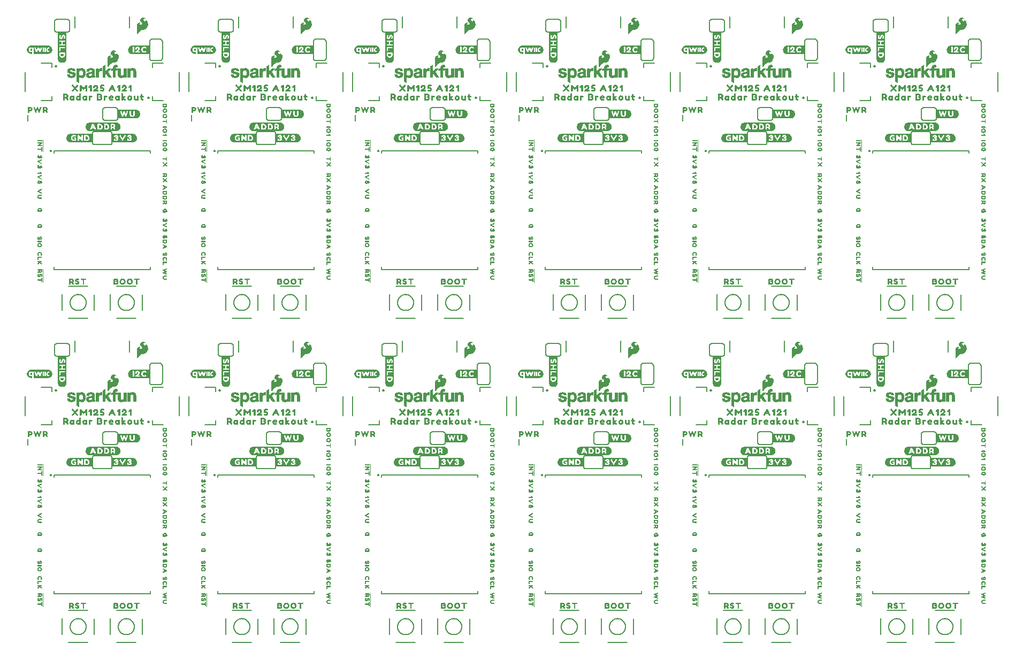
<source format=gto>
G04 EAGLE Gerber RS-274X export*
G75*
%MOMM*%
%FSLAX34Y34*%
%LPD*%
%INSilkscreen Top*%
%IPPOS*%
%AMOC8*
5,1,8,0,0,1.08239X$1,22.5*%
G01*
%ADD10C,0.203200*%
%ADD11C,0.152400*%

G36*
X107799Y303053D02*
X107799Y303053D01*
X107812Y303054D01*
X107830Y303083D01*
X107835Y303045D01*
X107857Y303048D01*
X107870Y303031D01*
X149070Y303031D01*
X149074Y303034D01*
X149077Y303031D01*
X150477Y303231D01*
X150478Y303232D01*
X150478Y303231D01*
X151078Y303331D01*
X151084Y303338D01*
X151089Y303335D01*
X151789Y303635D01*
X151791Y303637D01*
X151792Y303636D01*
X152392Y303936D01*
X152393Y303939D01*
X152395Y303938D01*
X152895Y304238D01*
X152896Y304239D01*
X152897Y304239D01*
X153497Y304639D01*
X153500Y304646D01*
X153505Y304645D01*
X154005Y305145D01*
X154005Y305149D01*
X154008Y305149D01*
X154808Y306149D01*
X154809Y306153D01*
X154811Y306153D01*
X155211Y306753D01*
X155211Y306758D01*
X155213Y306760D01*
X155212Y306763D01*
X155217Y306764D01*
X155416Y307362D01*
X155715Y308061D01*
X155713Y308069D01*
X155719Y308072D01*
X155819Y308672D01*
X155818Y308673D01*
X155819Y308673D01*
X155919Y309373D01*
X155916Y309378D01*
X155919Y309380D01*
X155919Y310080D01*
X155916Y310084D01*
X155919Y310087D01*
X155819Y310787D01*
X155818Y310788D01*
X155819Y310788D01*
X155719Y311388D01*
X155715Y311391D01*
X155717Y311394D01*
X155517Y312094D01*
X155516Y312095D01*
X155517Y312096D01*
X155317Y312696D01*
X155312Y312699D01*
X155314Y312702D01*
X155014Y313302D01*
X155010Y313304D01*
X155011Y313307D01*
X154611Y313907D01*
X154608Y313908D01*
X154608Y313911D01*
X154208Y314411D01*
X154204Y314412D01*
X154205Y314415D01*
X153705Y314915D01*
X153701Y314915D01*
X153701Y314918D01*
X153201Y315318D01*
X153197Y315319D01*
X153197Y315321D01*
X152597Y315721D01*
X152593Y315721D01*
X152592Y315724D01*
X151392Y316324D01*
X151387Y316323D01*
X151386Y316327D01*
X150786Y316527D01*
X150781Y316525D01*
X150779Y316525D01*
X150777Y316529D01*
X149377Y316729D01*
X149372Y316726D01*
X149370Y316729D01*
X107470Y316729D01*
X107466Y316726D01*
X107463Y316729D01*
X106063Y316529D01*
X106062Y316528D01*
X106062Y316529D01*
X105462Y316429D01*
X105456Y316422D01*
X105451Y316425D01*
X104751Y316125D01*
X104749Y316123D01*
X104748Y316124D01*
X104148Y315824D01*
X104147Y315821D01*
X104145Y315822D01*
X103645Y315522D01*
X103644Y315521D01*
X103643Y315521D01*
X103043Y315121D01*
X103040Y315114D01*
X103035Y315115D01*
X102535Y314615D01*
X102535Y314611D01*
X102532Y314611D01*
X101732Y313611D01*
X101731Y313607D01*
X101729Y313607D01*
X101329Y313007D01*
X101330Y312998D01*
X101329Y312997D01*
X101323Y312996D01*
X101124Y312398D01*
X100825Y311699D01*
X100827Y311691D01*
X100821Y311688D01*
X100721Y311088D01*
X100722Y311087D01*
X100721Y311087D01*
X100621Y310387D01*
X100623Y310383D01*
X100623Y310382D01*
X100621Y310380D01*
X100621Y309680D01*
X100624Y309676D01*
X100621Y309673D01*
X100721Y308973D01*
X100722Y308972D01*
X100721Y308972D01*
X100821Y308372D01*
X100825Y308369D01*
X100823Y308366D01*
X101023Y307666D01*
X101024Y307665D01*
X101023Y307664D01*
X101223Y307064D01*
X101228Y307061D01*
X101226Y307058D01*
X101526Y306458D01*
X101530Y306456D01*
X101529Y306453D01*
X101929Y305853D01*
X101932Y305852D01*
X101932Y305849D01*
X102332Y305349D01*
X102336Y305348D01*
X102335Y305345D01*
X102835Y304845D01*
X102839Y304845D01*
X102839Y304842D01*
X103339Y304442D01*
X103343Y304441D01*
X103343Y304439D01*
X103943Y304039D01*
X103947Y304039D01*
X103948Y304036D01*
X105148Y303436D01*
X105153Y303437D01*
X105154Y303433D01*
X105754Y303233D01*
X105761Y303235D01*
X105763Y303231D01*
X107163Y303031D01*
X107168Y303034D01*
X107170Y303031D01*
X107770Y303031D01*
X107799Y303053D01*
G37*
G36*
X366879Y816133D02*
X366879Y816133D01*
X366892Y816134D01*
X366910Y816163D01*
X366915Y816125D01*
X366937Y816128D01*
X366950Y816111D01*
X408150Y816111D01*
X408154Y816114D01*
X408157Y816111D01*
X409557Y816311D01*
X409558Y816312D01*
X409558Y816311D01*
X410158Y816411D01*
X410164Y816418D01*
X410169Y816415D01*
X410869Y816715D01*
X410871Y816717D01*
X410872Y816716D01*
X411472Y817016D01*
X411473Y817019D01*
X411475Y817018D01*
X411975Y817318D01*
X411976Y817319D01*
X411977Y817319D01*
X412577Y817719D01*
X412580Y817726D01*
X412585Y817725D01*
X413085Y818225D01*
X413085Y818229D01*
X413088Y818229D01*
X413888Y819229D01*
X413889Y819233D01*
X413891Y819233D01*
X414291Y819833D01*
X414291Y819838D01*
X414293Y819840D01*
X414292Y819843D01*
X414297Y819844D01*
X414496Y820442D01*
X414795Y821141D01*
X414793Y821149D01*
X414799Y821152D01*
X414899Y821752D01*
X414898Y821753D01*
X414899Y821753D01*
X414999Y822453D01*
X414996Y822458D01*
X414999Y822460D01*
X414999Y823160D01*
X414996Y823164D01*
X414999Y823167D01*
X414899Y823867D01*
X414898Y823868D01*
X414899Y823868D01*
X414799Y824468D01*
X414795Y824471D01*
X414797Y824474D01*
X414597Y825174D01*
X414596Y825175D01*
X414597Y825176D01*
X414397Y825776D01*
X414392Y825779D01*
X414394Y825782D01*
X414094Y826382D01*
X414090Y826384D01*
X414091Y826387D01*
X413691Y826987D01*
X413688Y826988D01*
X413688Y826991D01*
X413288Y827491D01*
X413284Y827492D01*
X413285Y827495D01*
X412785Y827995D01*
X412781Y827995D01*
X412781Y827998D01*
X412281Y828398D01*
X412277Y828399D01*
X412277Y828401D01*
X411677Y828801D01*
X411673Y828801D01*
X411672Y828804D01*
X410472Y829404D01*
X410467Y829403D01*
X410466Y829407D01*
X409866Y829607D01*
X409861Y829605D01*
X409859Y829605D01*
X409857Y829609D01*
X408457Y829809D01*
X408452Y829806D01*
X408450Y829809D01*
X366550Y829809D01*
X366546Y829806D01*
X366543Y829809D01*
X365143Y829609D01*
X365142Y829608D01*
X365142Y829609D01*
X364542Y829509D01*
X364536Y829502D01*
X364531Y829505D01*
X363831Y829205D01*
X363829Y829203D01*
X363828Y829204D01*
X363228Y828904D01*
X363227Y828901D01*
X363225Y828902D01*
X362725Y828602D01*
X362724Y828601D01*
X362723Y828601D01*
X362123Y828201D01*
X362120Y828194D01*
X362115Y828195D01*
X361615Y827695D01*
X361615Y827691D01*
X361612Y827691D01*
X360812Y826691D01*
X360811Y826687D01*
X360809Y826687D01*
X360409Y826087D01*
X360410Y826078D01*
X360409Y826077D01*
X360403Y826076D01*
X360204Y825478D01*
X359905Y824779D01*
X359907Y824771D01*
X359901Y824768D01*
X359801Y824168D01*
X359802Y824167D01*
X359801Y824167D01*
X359701Y823467D01*
X359703Y823463D01*
X359703Y823462D01*
X359701Y823460D01*
X359701Y822760D01*
X359704Y822756D01*
X359701Y822753D01*
X359801Y822053D01*
X359802Y822052D01*
X359801Y822052D01*
X359901Y821452D01*
X359905Y821449D01*
X359903Y821446D01*
X360103Y820746D01*
X360104Y820745D01*
X360103Y820744D01*
X360303Y820144D01*
X360308Y820141D01*
X360306Y820138D01*
X360606Y819538D01*
X360610Y819536D01*
X360609Y819533D01*
X361009Y818933D01*
X361012Y818932D01*
X361012Y818929D01*
X361412Y818429D01*
X361416Y818428D01*
X361415Y818425D01*
X361915Y817925D01*
X361919Y817925D01*
X361919Y817922D01*
X362419Y817522D01*
X362423Y817521D01*
X362423Y817519D01*
X363023Y817119D01*
X363027Y817119D01*
X363028Y817116D01*
X364228Y816516D01*
X364233Y816517D01*
X364234Y816513D01*
X364834Y816313D01*
X364841Y816315D01*
X364843Y816311D01*
X366243Y816111D01*
X366248Y816114D01*
X366250Y816111D01*
X366850Y816111D01*
X366879Y816133D01*
G37*
G36*
X107799Y816133D02*
X107799Y816133D01*
X107812Y816134D01*
X107830Y816163D01*
X107835Y816125D01*
X107857Y816128D01*
X107870Y816111D01*
X149070Y816111D01*
X149074Y816114D01*
X149077Y816111D01*
X150477Y816311D01*
X150478Y816312D01*
X150478Y816311D01*
X151078Y816411D01*
X151084Y816418D01*
X151089Y816415D01*
X151789Y816715D01*
X151791Y816717D01*
X151792Y816716D01*
X152392Y817016D01*
X152393Y817019D01*
X152395Y817018D01*
X152895Y817318D01*
X152896Y817319D01*
X152897Y817319D01*
X153497Y817719D01*
X153500Y817726D01*
X153505Y817725D01*
X154005Y818225D01*
X154005Y818229D01*
X154008Y818229D01*
X154808Y819229D01*
X154809Y819233D01*
X154811Y819233D01*
X155211Y819833D01*
X155211Y819838D01*
X155213Y819840D01*
X155212Y819843D01*
X155217Y819844D01*
X155416Y820442D01*
X155715Y821141D01*
X155713Y821149D01*
X155719Y821152D01*
X155819Y821752D01*
X155818Y821753D01*
X155819Y821753D01*
X155919Y822453D01*
X155916Y822458D01*
X155919Y822460D01*
X155919Y823160D01*
X155916Y823164D01*
X155919Y823167D01*
X155819Y823867D01*
X155818Y823868D01*
X155819Y823868D01*
X155719Y824468D01*
X155715Y824471D01*
X155717Y824474D01*
X155517Y825174D01*
X155516Y825175D01*
X155517Y825176D01*
X155317Y825776D01*
X155312Y825779D01*
X155314Y825782D01*
X155014Y826382D01*
X155010Y826384D01*
X155011Y826387D01*
X154611Y826987D01*
X154608Y826988D01*
X154608Y826991D01*
X154208Y827491D01*
X154204Y827492D01*
X154205Y827495D01*
X153705Y827995D01*
X153701Y827995D01*
X153701Y827998D01*
X153201Y828398D01*
X153197Y828399D01*
X153197Y828401D01*
X152597Y828801D01*
X152593Y828801D01*
X152592Y828804D01*
X151392Y829404D01*
X151387Y829403D01*
X151386Y829407D01*
X150786Y829607D01*
X150781Y829605D01*
X150779Y829605D01*
X150777Y829609D01*
X149377Y829809D01*
X149372Y829806D01*
X149370Y829809D01*
X107470Y829809D01*
X107466Y829806D01*
X107463Y829809D01*
X106063Y829609D01*
X106062Y829608D01*
X106062Y829609D01*
X105462Y829509D01*
X105456Y829502D01*
X105451Y829505D01*
X104751Y829205D01*
X104749Y829203D01*
X104748Y829204D01*
X104148Y828904D01*
X104147Y828901D01*
X104145Y828902D01*
X103645Y828602D01*
X103644Y828601D01*
X103643Y828601D01*
X103043Y828201D01*
X103040Y828194D01*
X103035Y828195D01*
X102535Y827695D01*
X102535Y827691D01*
X102532Y827691D01*
X101732Y826691D01*
X101731Y826687D01*
X101729Y826687D01*
X101329Y826087D01*
X101330Y826078D01*
X101329Y826077D01*
X101323Y826076D01*
X101124Y825478D01*
X100825Y824779D01*
X100827Y824771D01*
X100821Y824768D01*
X100721Y824168D01*
X100722Y824167D01*
X100721Y824167D01*
X100621Y823467D01*
X100623Y823463D01*
X100623Y823462D01*
X100621Y823460D01*
X100621Y822760D01*
X100624Y822756D01*
X100621Y822753D01*
X100721Y822053D01*
X100722Y822052D01*
X100721Y822052D01*
X100821Y821452D01*
X100825Y821449D01*
X100823Y821446D01*
X101023Y820746D01*
X101024Y820745D01*
X101023Y820744D01*
X101223Y820144D01*
X101228Y820141D01*
X101226Y820138D01*
X101526Y819538D01*
X101530Y819536D01*
X101529Y819533D01*
X101929Y818933D01*
X101932Y818932D01*
X101932Y818929D01*
X102332Y818429D01*
X102336Y818428D01*
X102335Y818425D01*
X102835Y817925D01*
X102839Y817925D01*
X102839Y817922D01*
X103339Y817522D01*
X103343Y817521D01*
X103343Y817519D01*
X103943Y817119D01*
X103947Y817119D01*
X103948Y817116D01*
X105148Y816516D01*
X105153Y816517D01*
X105154Y816513D01*
X105754Y816313D01*
X105761Y816315D01*
X105763Y816311D01*
X107163Y816111D01*
X107168Y816114D01*
X107170Y816111D01*
X107770Y816111D01*
X107799Y816133D01*
G37*
G36*
X366879Y303053D02*
X366879Y303053D01*
X366892Y303054D01*
X366910Y303083D01*
X366915Y303045D01*
X366937Y303048D01*
X366950Y303031D01*
X408150Y303031D01*
X408154Y303034D01*
X408157Y303031D01*
X409557Y303231D01*
X409558Y303232D01*
X409558Y303231D01*
X410158Y303331D01*
X410164Y303338D01*
X410169Y303335D01*
X410869Y303635D01*
X410871Y303637D01*
X410872Y303636D01*
X411472Y303936D01*
X411473Y303939D01*
X411475Y303938D01*
X411975Y304238D01*
X411976Y304239D01*
X411977Y304239D01*
X412577Y304639D01*
X412580Y304646D01*
X412585Y304645D01*
X413085Y305145D01*
X413085Y305149D01*
X413088Y305149D01*
X413888Y306149D01*
X413889Y306153D01*
X413891Y306153D01*
X414291Y306753D01*
X414291Y306758D01*
X414293Y306760D01*
X414292Y306763D01*
X414297Y306764D01*
X414496Y307362D01*
X414795Y308061D01*
X414793Y308069D01*
X414799Y308072D01*
X414899Y308672D01*
X414898Y308673D01*
X414899Y308673D01*
X414999Y309373D01*
X414996Y309378D01*
X414999Y309380D01*
X414999Y310080D01*
X414996Y310084D01*
X414999Y310087D01*
X414899Y310787D01*
X414898Y310788D01*
X414899Y310788D01*
X414799Y311388D01*
X414795Y311391D01*
X414797Y311394D01*
X414597Y312094D01*
X414596Y312095D01*
X414597Y312096D01*
X414397Y312696D01*
X414392Y312699D01*
X414394Y312702D01*
X414094Y313302D01*
X414090Y313304D01*
X414091Y313307D01*
X413691Y313907D01*
X413688Y313908D01*
X413688Y313911D01*
X413288Y314411D01*
X413284Y314412D01*
X413285Y314415D01*
X412785Y314915D01*
X412781Y314915D01*
X412781Y314918D01*
X412281Y315318D01*
X412277Y315319D01*
X412277Y315321D01*
X411677Y315721D01*
X411673Y315721D01*
X411672Y315724D01*
X410472Y316324D01*
X410467Y316323D01*
X410466Y316327D01*
X409866Y316527D01*
X409861Y316525D01*
X409859Y316525D01*
X409857Y316529D01*
X408457Y316729D01*
X408452Y316726D01*
X408450Y316729D01*
X366550Y316729D01*
X366546Y316726D01*
X366543Y316729D01*
X365143Y316529D01*
X365142Y316528D01*
X365142Y316529D01*
X364542Y316429D01*
X364536Y316422D01*
X364531Y316425D01*
X363831Y316125D01*
X363829Y316123D01*
X363828Y316124D01*
X363228Y315824D01*
X363227Y315821D01*
X363225Y315822D01*
X362725Y315522D01*
X362724Y315521D01*
X362723Y315521D01*
X362123Y315121D01*
X362120Y315114D01*
X362115Y315115D01*
X361615Y314615D01*
X361615Y314611D01*
X361612Y314611D01*
X360812Y313611D01*
X360811Y313607D01*
X360809Y313607D01*
X360409Y313007D01*
X360410Y312998D01*
X360409Y312997D01*
X360403Y312996D01*
X360204Y312398D01*
X359905Y311699D01*
X359907Y311691D01*
X359901Y311688D01*
X359801Y311088D01*
X359802Y311087D01*
X359801Y311087D01*
X359701Y310387D01*
X359703Y310383D01*
X359703Y310382D01*
X359701Y310380D01*
X359701Y309680D01*
X359704Y309676D01*
X359701Y309673D01*
X359801Y308973D01*
X359802Y308972D01*
X359801Y308972D01*
X359901Y308372D01*
X359905Y308369D01*
X359903Y308366D01*
X360103Y307666D01*
X360104Y307665D01*
X360103Y307664D01*
X360303Y307064D01*
X360308Y307061D01*
X360306Y307058D01*
X360606Y306458D01*
X360610Y306456D01*
X360609Y306453D01*
X361009Y305853D01*
X361012Y305852D01*
X361012Y305849D01*
X361412Y305349D01*
X361416Y305348D01*
X361415Y305345D01*
X361915Y304845D01*
X361919Y304845D01*
X361919Y304842D01*
X362419Y304442D01*
X362423Y304441D01*
X362423Y304439D01*
X363023Y304039D01*
X363027Y304039D01*
X363028Y304036D01*
X364228Y303436D01*
X364233Y303437D01*
X364234Y303433D01*
X364834Y303233D01*
X364841Y303235D01*
X364843Y303231D01*
X366243Y303031D01*
X366248Y303034D01*
X366250Y303031D01*
X366850Y303031D01*
X366879Y303053D01*
G37*
G36*
X1403199Y816133D02*
X1403199Y816133D01*
X1403212Y816134D01*
X1403230Y816163D01*
X1403235Y816125D01*
X1403257Y816128D01*
X1403270Y816111D01*
X1444470Y816111D01*
X1444474Y816114D01*
X1444477Y816111D01*
X1445877Y816311D01*
X1445878Y816312D01*
X1445878Y816311D01*
X1446478Y816411D01*
X1446484Y816418D01*
X1446489Y816415D01*
X1447189Y816715D01*
X1447191Y816717D01*
X1447192Y816716D01*
X1447792Y817016D01*
X1447793Y817019D01*
X1447795Y817018D01*
X1448295Y817318D01*
X1448296Y817319D01*
X1448297Y817319D01*
X1448897Y817719D01*
X1448900Y817726D01*
X1448905Y817725D01*
X1449405Y818225D01*
X1449405Y818229D01*
X1449408Y818229D01*
X1450208Y819229D01*
X1450209Y819233D01*
X1450211Y819233D01*
X1450611Y819833D01*
X1450611Y819838D01*
X1450613Y819840D01*
X1450612Y819843D01*
X1450617Y819844D01*
X1450816Y820442D01*
X1451115Y821141D01*
X1451113Y821149D01*
X1451119Y821152D01*
X1451219Y821752D01*
X1451218Y821753D01*
X1451219Y821753D01*
X1451319Y822453D01*
X1451316Y822458D01*
X1451319Y822460D01*
X1451319Y823160D01*
X1451316Y823164D01*
X1451319Y823167D01*
X1451219Y823867D01*
X1451218Y823868D01*
X1451219Y823868D01*
X1451119Y824468D01*
X1451115Y824471D01*
X1451117Y824474D01*
X1450917Y825174D01*
X1450916Y825175D01*
X1450917Y825176D01*
X1450717Y825776D01*
X1450712Y825779D01*
X1450714Y825782D01*
X1450414Y826382D01*
X1450410Y826384D01*
X1450411Y826387D01*
X1450011Y826987D01*
X1450008Y826988D01*
X1450008Y826991D01*
X1449608Y827491D01*
X1449604Y827492D01*
X1449605Y827495D01*
X1449105Y827995D01*
X1449101Y827995D01*
X1449101Y827998D01*
X1448601Y828398D01*
X1448597Y828399D01*
X1448597Y828401D01*
X1447997Y828801D01*
X1447993Y828801D01*
X1447992Y828804D01*
X1446792Y829404D01*
X1446787Y829403D01*
X1446786Y829407D01*
X1446186Y829607D01*
X1446181Y829605D01*
X1446179Y829605D01*
X1446177Y829609D01*
X1444777Y829809D01*
X1444772Y829806D01*
X1444770Y829809D01*
X1402870Y829809D01*
X1402866Y829806D01*
X1402863Y829809D01*
X1401463Y829609D01*
X1401462Y829608D01*
X1401462Y829609D01*
X1400862Y829509D01*
X1400856Y829502D01*
X1400851Y829505D01*
X1400151Y829205D01*
X1400149Y829203D01*
X1400148Y829204D01*
X1399548Y828904D01*
X1399547Y828901D01*
X1399545Y828902D01*
X1399045Y828602D01*
X1399044Y828601D01*
X1399043Y828601D01*
X1398443Y828201D01*
X1398440Y828194D01*
X1398435Y828195D01*
X1397935Y827695D01*
X1397935Y827691D01*
X1397932Y827691D01*
X1397132Y826691D01*
X1397131Y826687D01*
X1397129Y826687D01*
X1396729Y826087D01*
X1396730Y826078D01*
X1396729Y826077D01*
X1396723Y826076D01*
X1396524Y825478D01*
X1396225Y824779D01*
X1396227Y824771D01*
X1396221Y824768D01*
X1396121Y824168D01*
X1396122Y824167D01*
X1396121Y824167D01*
X1396021Y823467D01*
X1396023Y823463D01*
X1396023Y823462D01*
X1396021Y823460D01*
X1396021Y822760D01*
X1396024Y822756D01*
X1396021Y822753D01*
X1396121Y822053D01*
X1396122Y822052D01*
X1396121Y822052D01*
X1396221Y821452D01*
X1396225Y821449D01*
X1396223Y821446D01*
X1396423Y820746D01*
X1396424Y820745D01*
X1396423Y820744D01*
X1396623Y820144D01*
X1396628Y820141D01*
X1396626Y820138D01*
X1396926Y819538D01*
X1396930Y819536D01*
X1396929Y819533D01*
X1397329Y818933D01*
X1397332Y818932D01*
X1397332Y818929D01*
X1397732Y818429D01*
X1397736Y818428D01*
X1397735Y818425D01*
X1398235Y817925D01*
X1398239Y817925D01*
X1398239Y817922D01*
X1398739Y817522D01*
X1398743Y817521D01*
X1398743Y817519D01*
X1399343Y817119D01*
X1399347Y817119D01*
X1399348Y817116D01*
X1400548Y816516D01*
X1400553Y816517D01*
X1400554Y816513D01*
X1401154Y816313D01*
X1401161Y816315D01*
X1401163Y816311D01*
X1402563Y816111D01*
X1402568Y816114D01*
X1402570Y816111D01*
X1403170Y816111D01*
X1403199Y816133D01*
G37*
G36*
X1144119Y816133D02*
X1144119Y816133D01*
X1144132Y816134D01*
X1144150Y816163D01*
X1144155Y816125D01*
X1144177Y816128D01*
X1144190Y816111D01*
X1185390Y816111D01*
X1185394Y816114D01*
X1185397Y816111D01*
X1186797Y816311D01*
X1186798Y816312D01*
X1186798Y816311D01*
X1187398Y816411D01*
X1187404Y816418D01*
X1187409Y816415D01*
X1188109Y816715D01*
X1188111Y816717D01*
X1188112Y816716D01*
X1188712Y817016D01*
X1188713Y817019D01*
X1188715Y817018D01*
X1189215Y817318D01*
X1189216Y817319D01*
X1189217Y817319D01*
X1189817Y817719D01*
X1189820Y817726D01*
X1189825Y817725D01*
X1190325Y818225D01*
X1190325Y818229D01*
X1190328Y818229D01*
X1191128Y819229D01*
X1191129Y819233D01*
X1191131Y819233D01*
X1191531Y819833D01*
X1191531Y819838D01*
X1191533Y819840D01*
X1191532Y819843D01*
X1191537Y819844D01*
X1191736Y820442D01*
X1192035Y821141D01*
X1192033Y821149D01*
X1192039Y821152D01*
X1192139Y821752D01*
X1192138Y821753D01*
X1192139Y821753D01*
X1192239Y822453D01*
X1192236Y822458D01*
X1192239Y822460D01*
X1192239Y823160D01*
X1192236Y823164D01*
X1192239Y823167D01*
X1192139Y823867D01*
X1192138Y823868D01*
X1192139Y823868D01*
X1192039Y824468D01*
X1192035Y824471D01*
X1192037Y824474D01*
X1191837Y825174D01*
X1191836Y825175D01*
X1191837Y825176D01*
X1191637Y825776D01*
X1191632Y825779D01*
X1191634Y825782D01*
X1191334Y826382D01*
X1191330Y826384D01*
X1191331Y826387D01*
X1190931Y826987D01*
X1190928Y826988D01*
X1190928Y826991D01*
X1190528Y827491D01*
X1190524Y827492D01*
X1190525Y827495D01*
X1190025Y827995D01*
X1190021Y827995D01*
X1190021Y827998D01*
X1189521Y828398D01*
X1189517Y828399D01*
X1189517Y828401D01*
X1188917Y828801D01*
X1188913Y828801D01*
X1188912Y828804D01*
X1187712Y829404D01*
X1187707Y829403D01*
X1187706Y829407D01*
X1187106Y829607D01*
X1187101Y829605D01*
X1187099Y829605D01*
X1187097Y829609D01*
X1185697Y829809D01*
X1185692Y829806D01*
X1185690Y829809D01*
X1143790Y829809D01*
X1143786Y829806D01*
X1143783Y829809D01*
X1142383Y829609D01*
X1142382Y829608D01*
X1142382Y829609D01*
X1141782Y829509D01*
X1141776Y829502D01*
X1141771Y829505D01*
X1141071Y829205D01*
X1141069Y829203D01*
X1141068Y829204D01*
X1140468Y828904D01*
X1140467Y828901D01*
X1140465Y828902D01*
X1139965Y828602D01*
X1139964Y828601D01*
X1139963Y828601D01*
X1139363Y828201D01*
X1139360Y828194D01*
X1139355Y828195D01*
X1138855Y827695D01*
X1138855Y827691D01*
X1138852Y827691D01*
X1138052Y826691D01*
X1138051Y826687D01*
X1138049Y826687D01*
X1137649Y826087D01*
X1137650Y826078D01*
X1137649Y826077D01*
X1137643Y826076D01*
X1137444Y825478D01*
X1137145Y824779D01*
X1137147Y824771D01*
X1137141Y824768D01*
X1137041Y824168D01*
X1137042Y824167D01*
X1137041Y824167D01*
X1136941Y823467D01*
X1136943Y823463D01*
X1136943Y823462D01*
X1136941Y823460D01*
X1136941Y822760D01*
X1136944Y822756D01*
X1136941Y822753D01*
X1137041Y822053D01*
X1137042Y822052D01*
X1137041Y822052D01*
X1137141Y821452D01*
X1137145Y821449D01*
X1137143Y821446D01*
X1137343Y820746D01*
X1137344Y820745D01*
X1137343Y820744D01*
X1137543Y820144D01*
X1137548Y820141D01*
X1137546Y820138D01*
X1137846Y819538D01*
X1137850Y819536D01*
X1137849Y819533D01*
X1138249Y818933D01*
X1138252Y818932D01*
X1138252Y818929D01*
X1138652Y818429D01*
X1138656Y818428D01*
X1138655Y818425D01*
X1139155Y817925D01*
X1139159Y817925D01*
X1139159Y817922D01*
X1139659Y817522D01*
X1139663Y817521D01*
X1139663Y817519D01*
X1140263Y817119D01*
X1140267Y817119D01*
X1140268Y817116D01*
X1141468Y816516D01*
X1141473Y816517D01*
X1141474Y816513D01*
X1142074Y816313D01*
X1142081Y816315D01*
X1142083Y816311D01*
X1143483Y816111D01*
X1143488Y816114D01*
X1143490Y816111D01*
X1144090Y816111D01*
X1144119Y816133D01*
G37*
G36*
X1403199Y303053D02*
X1403199Y303053D01*
X1403212Y303054D01*
X1403230Y303083D01*
X1403235Y303045D01*
X1403257Y303048D01*
X1403270Y303031D01*
X1444470Y303031D01*
X1444474Y303034D01*
X1444477Y303031D01*
X1445877Y303231D01*
X1445878Y303232D01*
X1445878Y303231D01*
X1446478Y303331D01*
X1446484Y303338D01*
X1446489Y303335D01*
X1447189Y303635D01*
X1447191Y303637D01*
X1447192Y303636D01*
X1447792Y303936D01*
X1447793Y303939D01*
X1447795Y303938D01*
X1448295Y304238D01*
X1448296Y304239D01*
X1448297Y304239D01*
X1448897Y304639D01*
X1448900Y304646D01*
X1448905Y304645D01*
X1449405Y305145D01*
X1449405Y305149D01*
X1449408Y305149D01*
X1450208Y306149D01*
X1450209Y306153D01*
X1450211Y306153D01*
X1450611Y306753D01*
X1450611Y306758D01*
X1450613Y306760D01*
X1450612Y306763D01*
X1450617Y306764D01*
X1450816Y307362D01*
X1451115Y308061D01*
X1451113Y308069D01*
X1451119Y308072D01*
X1451219Y308672D01*
X1451218Y308673D01*
X1451219Y308673D01*
X1451319Y309373D01*
X1451316Y309378D01*
X1451319Y309380D01*
X1451319Y310080D01*
X1451316Y310084D01*
X1451319Y310087D01*
X1451219Y310787D01*
X1451218Y310788D01*
X1451219Y310788D01*
X1451119Y311388D01*
X1451115Y311391D01*
X1451117Y311394D01*
X1450917Y312094D01*
X1450916Y312095D01*
X1450917Y312096D01*
X1450717Y312696D01*
X1450712Y312699D01*
X1450714Y312702D01*
X1450414Y313302D01*
X1450410Y313304D01*
X1450411Y313307D01*
X1450011Y313907D01*
X1450008Y313908D01*
X1450008Y313911D01*
X1449608Y314411D01*
X1449604Y314412D01*
X1449605Y314415D01*
X1449105Y314915D01*
X1449101Y314915D01*
X1449101Y314918D01*
X1448601Y315318D01*
X1448597Y315319D01*
X1448597Y315321D01*
X1447997Y315721D01*
X1447993Y315721D01*
X1447992Y315724D01*
X1446792Y316324D01*
X1446787Y316323D01*
X1446786Y316327D01*
X1446186Y316527D01*
X1446181Y316525D01*
X1446179Y316525D01*
X1446177Y316529D01*
X1444777Y316729D01*
X1444772Y316726D01*
X1444770Y316729D01*
X1402870Y316729D01*
X1402866Y316726D01*
X1402863Y316729D01*
X1401463Y316529D01*
X1401462Y316528D01*
X1401462Y316529D01*
X1400862Y316429D01*
X1400856Y316422D01*
X1400851Y316425D01*
X1400151Y316125D01*
X1400149Y316123D01*
X1400148Y316124D01*
X1399548Y315824D01*
X1399547Y315821D01*
X1399545Y315822D01*
X1399045Y315522D01*
X1399044Y315521D01*
X1399043Y315521D01*
X1398443Y315121D01*
X1398440Y315114D01*
X1398435Y315115D01*
X1397935Y314615D01*
X1397935Y314611D01*
X1397932Y314611D01*
X1397132Y313611D01*
X1397131Y313607D01*
X1397129Y313607D01*
X1396729Y313007D01*
X1396730Y312998D01*
X1396729Y312997D01*
X1396723Y312996D01*
X1396524Y312398D01*
X1396225Y311699D01*
X1396227Y311691D01*
X1396221Y311688D01*
X1396121Y311088D01*
X1396122Y311087D01*
X1396121Y311087D01*
X1396021Y310387D01*
X1396023Y310383D01*
X1396023Y310382D01*
X1396021Y310380D01*
X1396021Y309680D01*
X1396024Y309676D01*
X1396021Y309673D01*
X1396121Y308973D01*
X1396122Y308972D01*
X1396121Y308972D01*
X1396221Y308372D01*
X1396225Y308369D01*
X1396223Y308366D01*
X1396423Y307666D01*
X1396424Y307665D01*
X1396423Y307664D01*
X1396623Y307064D01*
X1396628Y307061D01*
X1396626Y307058D01*
X1396926Y306458D01*
X1396930Y306456D01*
X1396929Y306453D01*
X1397329Y305853D01*
X1397332Y305852D01*
X1397332Y305849D01*
X1397732Y305349D01*
X1397736Y305348D01*
X1397735Y305345D01*
X1398235Y304845D01*
X1398239Y304845D01*
X1398239Y304842D01*
X1398739Y304442D01*
X1398743Y304441D01*
X1398743Y304439D01*
X1399343Y304039D01*
X1399347Y304039D01*
X1399348Y304036D01*
X1400548Y303436D01*
X1400553Y303437D01*
X1400554Y303433D01*
X1401154Y303233D01*
X1401161Y303235D01*
X1401163Y303231D01*
X1402563Y303031D01*
X1402568Y303034D01*
X1402570Y303031D01*
X1403170Y303031D01*
X1403199Y303053D01*
G37*
G36*
X885039Y303053D02*
X885039Y303053D01*
X885052Y303054D01*
X885070Y303083D01*
X885075Y303045D01*
X885097Y303048D01*
X885110Y303031D01*
X926310Y303031D01*
X926314Y303034D01*
X926317Y303031D01*
X927717Y303231D01*
X927718Y303232D01*
X927718Y303231D01*
X928318Y303331D01*
X928324Y303338D01*
X928329Y303335D01*
X929029Y303635D01*
X929031Y303637D01*
X929032Y303636D01*
X929632Y303936D01*
X929633Y303939D01*
X929635Y303938D01*
X930135Y304238D01*
X930136Y304239D01*
X930137Y304239D01*
X930737Y304639D01*
X930740Y304646D01*
X930745Y304645D01*
X931245Y305145D01*
X931245Y305149D01*
X931248Y305149D01*
X932048Y306149D01*
X932049Y306153D01*
X932051Y306153D01*
X932451Y306753D01*
X932451Y306758D01*
X932453Y306760D01*
X932452Y306763D01*
X932457Y306764D01*
X932656Y307362D01*
X932955Y308061D01*
X932953Y308069D01*
X932959Y308072D01*
X933059Y308672D01*
X933058Y308673D01*
X933059Y308673D01*
X933159Y309373D01*
X933156Y309378D01*
X933159Y309380D01*
X933159Y310080D01*
X933156Y310084D01*
X933159Y310087D01*
X933059Y310787D01*
X933058Y310788D01*
X933059Y310788D01*
X932959Y311388D01*
X932955Y311391D01*
X932957Y311394D01*
X932757Y312094D01*
X932756Y312095D01*
X932757Y312096D01*
X932557Y312696D01*
X932552Y312699D01*
X932554Y312702D01*
X932254Y313302D01*
X932250Y313304D01*
X932251Y313307D01*
X931851Y313907D01*
X931848Y313908D01*
X931848Y313911D01*
X931448Y314411D01*
X931444Y314412D01*
X931445Y314415D01*
X930945Y314915D01*
X930941Y314915D01*
X930941Y314918D01*
X930441Y315318D01*
X930437Y315319D01*
X930437Y315321D01*
X929837Y315721D01*
X929833Y315721D01*
X929832Y315724D01*
X928632Y316324D01*
X928627Y316323D01*
X928626Y316327D01*
X928026Y316527D01*
X928021Y316525D01*
X928019Y316525D01*
X928017Y316529D01*
X926617Y316729D01*
X926612Y316726D01*
X926610Y316729D01*
X884710Y316729D01*
X884706Y316726D01*
X884703Y316729D01*
X883303Y316529D01*
X883302Y316528D01*
X883302Y316529D01*
X882702Y316429D01*
X882696Y316422D01*
X882691Y316425D01*
X881991Y316125D01*
X881989Y316123D01*
X881988Y316124D01*
X881388Y315824D01*
X881387Y315821D01*
X881385Y315822D01*
X880885Y315522D01*
X880884Y315521D01*
X880883Y315521D01*
X880283Y315121D01*
X880280Y315114D01*
X880275Y315115D01*
X879775Y314615D01*
X879775Y314611D01*
X879772Y314611D01*
X878972Y313611D01*
X878971Y313607D01*
X878969Y313607D01*
X878569Y313007D01*
X878570Y312998D01*
X878569Y312997D01*
X878563Y312996D01*
X878364Y312398D01*
X878065Y311699D01*
X878067Y311691D01*
X878061Y311688D01*
X877961Y311088D01*
X877962Y311087D01*
X877961Y311087D01*
X877861Y310387D01*
X877863Y310383D01*
X877863Y310382D01*
X877861Y310380D01*
X877861Y309680D01*
X877864Y309676D01*
X877861Y309673D01*
X877961Y308973D01*
X877962Y308972D01*
X877961Y308972D01*
X878061Y308372D01*
X878065Y308369D01*
X878063Y308366D01*
X878263Y307666D01*
X878264Y307665D01*
X878263Y307664D01*
X878463Y307064D01*
X878468Y307061D01*
X878466Y307058D01*
X878766Y306458D01*
X878770Y306456D01*
X878769Y306453D01*
X879169Y305853D01*
X879172Y305852D01*
X879172Y305849D01*
X879572Y305349D01*
X879576Y305348D01*
X879575Y305345D01*
X880075Y304845D01*
X880079Y304845D01*
X880079Y304842D01*
X880579Y304442D01*
X880583Y304441D01*
X880583Y304439D01*
X881183Y304039D01*
X881187Y304039D01*
X881188Y304036D01*
X882388Y303436D01*
X882393Y303437D01*
X882394Y303433D01*
X882994Y303233D01*
X883001Y303235D01*
X883003Y303231D01*
X884403Y303031D01*
X884408Y303034D01*
X884410Y303031D01*
X885010Y303031D01*
X885039Y303053D01*
G37*
G36*
X625959Y303053D02*
X625959Y303053D01*
X625972Y303054D01*
X625990Y303083D01*
X625995Y303045D01*
X626017Y303048D01*
X626030Y303031D01*
X667230Y303031D01*
X667234Y303034D01*
X667237Y303031D01*
X668637Y303231D01*
X668638Y303232D01*
X668638Y303231D01*
X669238Y303331D01*
X669244Y303338D01*
X669249Y303335D01*
X669949Y303635D01*
X669951Y303637D01*
X669952Y303636D01*
X670552Y303936D01*
X670553Y303939D01*
X670555Y303938D01*
X671055Y304238D01*
X671056Y304239D01*
X671057Y304239D01*
X671657Y304639D01*
X671660Y304646D01*
X671665Y304645D01*
X672165Y305145D01*
X672165Y305149D01*
X672168Y305149D01*
X672968Y306149D01*
X672969Y306153D01*
X672971Y306153D01*
X673371Y306753D01*
X673371Y306758D01*
X673373Y306760D01*
X673372Y306763D01*
X673377Y306764D01*
X673576Y307362D01*
X673875Y308061D01*
X673873Y308069D01*
X673879Y308072D01*
X673979Y308672D01*
X673978Y308673D01*
X673979Y308673D01*
X674079Y309373D01*
X674076Y309378D01*
X674079Y309380D01*
X674079Y310080D01*
X674076Y310084D01*
X674079Y310087D01*
X673979Y310787D01*
X673978Y310788D01*
X673979Y310788D01*
X673879Y311388D01*
X673875Y311391D01*
X673877Y311394D01*
X673677Y312094D01*
X673676Y312095D01*
X673677Y312096D01*
X673477Y312696D01*
X673472Y312699D01*
X673474Y312702D01*
X673174Y313302D01*
X673170Y313304D01*
X673171Y313307D01*
X672771Y313907D01*
X672768Y313908D01*
X672768Y313911D01*
X672368Y314411D01*
X672364Y314412D01*
X672365Y314415D01*
X671865Y314915D01*
X671861Y314915D01*
X671861Y314918D01*
X671361Y315318D01*
X671357Y315319D01*
X671357Y315321D01*
X670757Y315721D01*
X670753Y315721D01*
X670752Y315724D01*
X669552Y316324D01*
X669547Y316323D01*
X669546Y316327D01*
X668946Y316527D01*
X668941Y316525D01*
X668939Y316525D01*
X668937Y316529D01*
X667537Y316729D01*
X667532Y316726D01*
X667530Y316729D01*
X625630Y316729D01*
X625626Y316726D01*
X625623Y316729D01*
X624223Y316529D01*
X624222Y316528D01*
X624222Y316529D01*
X623622Y316429D01*
X623616Y316422D01*
X623611Y316425D01*
X622911Y316125D01*
X622909Y316123D01*
X622908Y316124D01*
X622308Y315824D01*
X622307Y315821D01*
X622305Y315822D01*
X621805Y315522D01*
X621804Y315521D01*
X621803Y315521D01*
X621203Y315121D01*
X621200Y315114D01*
X621195Y315115D01*
X620695Y314615D01*
X620695Y314611D01*
X620692Y314611D01*
X619892Y313611D01*
X619891Y313607D01*
X619889Y313607D01*
X619489Y313007D01*
X619490Y312998D01*
X619489Y312997D01*
X619483Y312996D01*
X619284Y312398D01*
X618985Y311699D01*
X618987Y311691D01*
X618981Y311688D01*
X618881Y311088D01*
X618882Y311087D01*
X618881Y311087D01*
X618781Y310387D01*
X618783Y310383D01*
X618783Y310382D01*
X618781Y310380D01*
X618781Y309680D01*
X618784Y309676D01*
X618781Y309673D01*
X618881Y308973D01*
X618882Y308972D01*
X618881Y308972D01*
X618981Y308372D01*
X618985Y308369D01*
X618983Y308366D01*
X619183Y307666D01*
X619184Y307665D01*
X619183Y307664D01*
X619383Y307064D01*
X619388Y307061D01*
X619386Y307058D01*
X619686Y306458D01*
X619690Y306456D01*
X619689Y306453D01*
X620089Y305853D01*
X620092Y305852D01*
X620092Y305849D01*
X620492Y305349D01*
X620496Y305348D01*
X620495Y305345D01*
X620995Y304845D01*
X620999Y304845D01*
X620999Y304842D01*
X621499Y304442D01*
X621503Y304441D01*
X621503Y304439D01*
X622103Y304039D01*
X622107Y304039D01*
X622108Y304036D01*
X623308Y303436D01*
X623313Y303437D01*
X623314Y303433D01*
X623914Y303233D01*
X623921Y303235D01*
X623923Y303231D01*
X625323Y303031D01*
X625328Y303034D01*
X625330Y303031D01*
X625930Y303031D01*
X625959Y303053D01*
G37*
G36*
X1144119Y303053D02*
X1144119Y303053D01*
X1144132Y303054D01*
X1144150Y303083D01*
X1144155Y303045D01*
X1144177Y303048D01*
X1144190Y303031D01*
X1185390Y303031D01*
X1185394Y303034D01*
X1185397Y303031D01*
X1186797Y303231D01*
X1186798Y303232D01*
X1186798Y303231D01*
X1187398Y303331D01*
X1187404Y303338D01*
X1187409Y303335D01*
X1188109Y303635D01*
X1188111Y303637D01*
X1188112Y303636D01*
X1188712Y303936D01*
X1188713Y303939D01*
X1188715Y303938D01*
X1189215Y304238D01*
X1189216Y304239D01*
X1189217Y304239D01*
X1189817Y304639D01*
X1189820Y304646D01*
X1189825Y304645D01*
X1190325Y305145D01*
X1190325Y305149D01*
X1190328Y305149D01*
X1191128Y306149D01*
X1191129Y306153D01*
X1191131Y306153D01*
X1191531Y306753D01*
X1191531Y306758D01*
X1191533Y306760D01*
X1191532Y306763D01*
X1191537Y306764D01*
X1191736Y307362D01*
X1192035Y308061D01*
X1192033Y308069D01*
X1192039Y308072D01*
X1192139Y308672D01*
X1192138Y308673D01*
X1192139Y308673D01*
X1192239Y309373D01*
X1192236Y309378D01*
X1192239Y309380D01*
X1192239Y310080D01*
X1192236Y310084D01*
X1192239Y310087D01*
X1192139Y310787D01*
X1192138Y310788D01*
X1192139Y310788D01*
X1192039Y311388D01*
X1192035Y311391D01*
X1192037Y311394D01*
X1191837Y312094D01*
X1191836Y312095D01*
X1191837Y312096D01*
X1191637Y312696D01*
X1191632Y312699D01*
X1191634Y312702D01*
X1191334Y313302D01*
X1191330Y313304D01*
X1191331Y313307D01*
X1190931Y313907D01*
X1190928Y313908D01*
X1190928Y313911D01*
X1190528Y314411D01*
X1190524Y314412D01*
X1190525Y314415D01*
X1190025Y314915D01*
X1190021Y314915D01*
X1190021Y314918D01*
X1189521Y315318D01*
X1189517Y315319D01*
X1189517Y315321D01*
X1188917Y315721D01*
X1188913Y315721D01*
X1188912Y315724D01*
X1187712Y316324D01*
X1187707Y316323D01*
X1187706Y316327D01*
X1187106Y316527D01*
X1187101Y316525D01*
X1187099Y316525D01*
X1187097Y316529D01*
X1185697Y316729D01*
X1185692Y316726D01*
X1185690Y316729D01*
X1143790Y316729D01*
X1143786Y316726D01*
X1143783Y316729D01*
X1142383Y316529D01*
X1142382Y316528D01*
X1142382Y316529D01*
X1141782Y316429D01*
X1141776Y316422D01*
X1141771Y316425D01*
X1141071Y316125D01*
X1141069Y316123D01*
X1141068Y316124D01*
X1140468Y315824D01*
X1140467Y315821D01*
X1140465Y315822D01*
X1139965Y315522D01*
X1139964Y315521D01*
X1139963Y315521D01*
X1139363Y315121D01*
X1139360Y315114D01*
X1139355Y315115D01*
X1138855Y314615D01*
X1138855Y314611D01*
X1138852Y314611D01*
X1138052Y313611D01*
X1138051Y313607D01*
X1138049Y313607D01*
X1137649Y313007D01*
X1137650Y312998D01*
X1137649Y312997D01*
X1137643Y312996D01*
X1137444Y312398D01*
X1137145Y311699D01*
X1137147Y311691D01*
X1137141Y311688D01*
X1137041Y311088D01*
X1137042Y311087D01*
X1137041Y311087D01*
X1136941Y310387D01*
X1136943Y310383D01*
X1136943Y310382D01*
X1136941Y310380D01*
X1136941Y309680D01*
X1136944Y309676D01*
X1136941Y309673D01*
X1137041Y308973D01*
X1137042Y308972D01*
X1137041Y308972D01*
X1137141Y308372D01*
X1137145Y308369D01*
X1137143Y308366D01*
X1137343Y307666D01*
X1137344Y307665D01*
X1137343Y307664D01*
X1137543Y307064D01*
X1137548Y307061D01*
X1137546Y307058D01*
X1137846Y306458D01*
X1137850Y306456D01*
X1137849Y306453D01*
X1138249Y305853D01*
X1138252Y305852D01*
X1138252Y305849D01*
X1138652Y305349D01*
X1138656Y305348D01*
X1138655Y305345D01*
X1139155Y304845D01*
X1139159Y304845D01*
X1139159Y304842D01*
X1139659Y304442D01*
X1139663Y304441D01*
X1139663Y304439D01*
X1140263Y304039D01*
X1140267Y304039D01*
X1140268Y304036D01*
X1141468Y303436D01*
X1141473Y303437D01*
X1141474Y303433D01*
X1142074Y303233D01*
X1142081Y303235D01*
X1142083Y303231D01*
X1143483Y303031D01*
X1143488Y303034D01*
X1143490Y303031D01*
X1144090Y303031D01*
X1144119Y303053D01*
G37*
G36*
X885039Y816133D02*
X885039Y816133D01*
X885052Y816134D01*
X885070Y816163D01*
X885075Y816125D01*
X885097Y816128D01*
X885110Y816111D01*
X926310Y816111D01*
X926314Y816114D01*
X926317Y816111D01*
X927717Y816311D01*
X927718Y816312D01*
X927718Y816311D01*
X928318Y816411D01*
X928324Y816418D01*
X928329Y816415D01*
X929029Y816715D01*
X929031Y816717D01*
X929032Y816716D01*
X929632Y817016D01*
X929633Y817019D01*
X929635Y817018D01*
X930135Y817318D01*
X930136Y817319D01*
X930137Y817319D01*
X930737Y817719D01*
X930740Y817726D01*
X930745Y817725D01*
X931245Y818225D01*
X931245Y818229D01*
X931248Y818229D01*
X932048Y819229D01*
X932049Y819233D01*
X932051Y819233D01*
X932451Y819833D01*
X932451Y819838D01*
X932453Y819840D01*
X932452Y819843D01*
X932457Y819844D01*
X932656Y820442D01*
X932955Y821141D01*
X932953Y821149D01*
X932959Y821152D01*
X933059Y821752D01*
X933058Y821753D01*
X933059Y821753D01*
X933159Y822453D01*
X933156Y822458D01*
X933159Y822460D01*
X933159Y823160D01*
X933156Y823164D01*
X933159Y823167D01*
X933059Y823867D01*
X933058Y823868D01*
X933059Y823868D01*
X932959Y824468D01*
X932955Y824471D01*
X932957Y824474D01*
X932757Y825174D01*
X932756Y825175D01*
X932757Y825176D01*
X932557Y825776D01*
X932552Y825779D01*
X932554Y825782D01*
X932254Y826382D01*
X932250Y826384D01*
X932251Y826387D01*
X931851Y826987D01*
X931848Y826988D01*
X931848Y826991D01*
X931448Y827491D01*
X931444Y827492D01*
X931445Y827495D01*
X930945Y827995D01*
X930941Y827995D01*
X930941Y827998D01*
X930441Y828398D01*
X930437Y828399D01*
X930437Y828401D01*
X929837Y828801D01*
X929833Y828801D01*
X929832Y828804D01*
X928632Y829404D01*
X928627Y829403D01*
X928626Y829407D01*
X928026Y829607D01*
X928021Y829605D01*
X928019Y829605D01*
X928017Y829609D01*
X926617Y829809D01*
X926612Y829806D01*
X926610Y829809D01*
X884710Y829809D01*
X884706Y829806D01*
X884703Y829809D01*
X883303Y829609D01*
X883302Y829608D01*
X883302Y829609D01*
X882702Y829509D01*
X882696Y829502D01*
X882691Y829505D01*
X881991Y829205D01*
X881989Y829203D01*
X881988Y829204D01*
X881388Y828904D01*
X881387Y828901D01*
X881385Y828902D01*
X880885Y828602D01*
X880884Y828601D01*
X880883Y828601D01*
X880283Y828201D01*
X880280Y828194D01*
X880275Y828195D01*
X879775Y827695D01*
X879775Y827691D01*
X879772Y827691D01*
X878972Y826691D01*
X878971Y826687D01*
X878969Y826687D01*
X878569Y826087D01*
X878570Y826078D01*
X878569Y826077D01*
X878563Y826076D01*
X878364Y825478D01*
X878065Y824779D01*
X878067Y824771D01*
X878061Y824768D01*
X877961Y824168D01*
X877962Y824167D01*
X877961Y824167D01*
X877861Y823467D01*
X877863Y823463D01*
X877863Y823462D01*
X877861Y823460D01*
X877861Y822760D01*
X877864Y822756D01*
X877861Y822753D01*
X877961Y822053D01*
X877962Y822052D01*
X877961Y822052D01*
X878061Y821452D01*
X878065Y821449D01*
X878063Y821446D01*
X878263Y820746D01*
X878264Y820745D01*
X878263Y820744D01*
X878463Y820144D01*
X878468Y820141D01*
X878466Y820138D01*
X878766Y819538D01*
X878770Y819536D01*
X878769Y819533D01*
X879169Y818933D01*
X879172Y818932D01*
X879172Y818929D01*
X879572Y818429D01*
X879576Y818428D01*
X879575Y818425D01*
X880075Y817925D01*
X880079Y817925D01*
X880079Y817922D01*
X880579Y817522D01*
X880583Y817521D01*
X880583Y817519D01*
X881183Y817119D01*
X881187Y817119D01*
X881188Y817116D01*
X882388Y816516D01*
X882393Y816517D01*
X882394Y816513D01*
X882994Y816313D01*
X883001Y816315D01*
X883003Y816311D01*
X884403Y816111D01*
X884408Y816114D01*
X884410Y816111D01*
X885010Y816111D01*
X885039Y816133D01*
G37*
G36*
X625959Y816133D02*
X625959Y816133D01*
X625972Y816134D01*
X625990Y816163D01*
X625995Y816125D01*
X626017Y816128D01*
X626030Y816111D01*
X667230Y816111D01*
X667234Y816114D01*
X667237Y816111D01*
X668637Y816311D01*
X668638Y816312D01*
X668638Y816311D01*
X669238Y816411D01*
X669244Y816418D01*
X669249Y816415D01*
X669949Y816715D01*
X669951Y816717D01*
X669952Y816716D01*
X670552Y817016D01*
X670553Y817019D01*
X670555Y817018D01*
X671055Y817318D01*
X671056Y817319D01*
X671057Y817319D01*
X671657Y817719D01*
X671660Y817726D01*
X671665Y817725D01*
X672165Y818225D01*
X672165Y818229D01*
X672168Y818229D01*
X672968Y819229D01*
X672969Y819233D01*
X672971Y819233D01*
X673371Y819833D01*
X673371Y819838D01*
X673373Y819840D01*
X673372Y819843D01*
X673377Y819844D01*
X673576Y820442D01*
X673875Y821141D01*
X673873Y821149D01*
X673879Y821152D01*
X673979Y821752D01*
X673978Y821753D01*
X673979Y821753D01*
X674079Y822453D01*
X674076Y822458D01*
X674079Y822460D01*
X674079Y823160D01*
X674076Y823164D01*
X674079Y823167D01*
X673979Y823867D01*
X673978Y823868D01*
X673979Y823868D01*
X673879Y824468D01*
X673875Y824471D01*
X673877Y824474D01*
X673677Y825174D01*
X673676Y825175D01*
X673677Y825176D01*
X673477Y825776D01*
X673472Y825779D01*
X673474Y825782D01*
X673174Y826382D01*
X673170Y826384D01*
X673171Y826387D01*
X672771Y826987D01*
X672768Y826988D01*
X672768Y826991D01*
X672368Y827491D01*
X672364Y827492D01*
X672365Y827495D01*
X671865Y827995D01*
X671861Y827995D01*
X671861Y827998D01*
X671361Y828398D01*
X671357Y828399D01*
X671357Y828401D01*
X670757Y828801D01*
X670753Y828801D01*
X670752Y828804D01*
X669552Y829404D01*
X669547Y829403D01*
X669546Y829407D01*
X668946Y829607D01*
X668941Y829605D01*
X668939Y829605D01*
X668937Y829609D01*
X667537Y829809D01*
X667532Y829806D01*
X667530Y829809D01*
X625630Y829809D01*
X625626Y829806D01*
X625623Y829809D01*
X624223Y829609D01*
X624222Y829608D01*
X624222Y829609D01*
X623622Y829509D01*
X623616Y829502D01*
X623611Y829505D01*
X622911Y829205D01*
X622909Y829203D01*
X622908Y829204D01*
X622308Y828904D01*
X622307Y828901D01*
X622305Y828902D01*
X621805Y828602D01*
X621804Y828601D01*
X621803Y828601D01*
X621203Y828201D01*
X621200Y828194D01*
X621195Y828195D01*
X620695Y827695D01*
X620695Y827691D01*
X620692Y827691D01*
X619892Y826691D01*
X619891Y826687D01*
X619889Y826687D01*
X619489Y826087D01*
X619490Y826078D01*
X619489Y826077D01*
X619483Y826076D01*
X619284Y825478D01*
X618985Y824779D01*
X618987Y824771D01*
X618981Y824768D01*
X618881Y824168D01*
X618882Y824167D01*
X618881Y824167D01*
X618781Y823467D01*
X618783Y823463D01*
X618783Y823462D01*
X618781Y823460D01*
X618781Y822760D01*
X618784Y822756D01*
X618781Y822753D01*
X618881Y822053D01*
X618882Y822052D01*
X618881Y822052D01*
X618981Y821452D01*
X618985Y821449D01*
X618983Y821446D01*
X619183Y820746D01*
X619184Y820745D01*
X619183Y820744D01*
X619383Y820144D01*
X619388Y820141D01*
X619386Y820138D01*
X619686Y819538D01*
X619690Y819536D01*
X619689Y819533D01*
X620089Y818933D01*
X620092Y818932D01*
X620092Y818929D01*
X620492Y818429D01*
X620496Y818428D01*
X620495Y818425D01*
X620995Y817925D01*
X620999Y817925D01*
X620999Y817922D01*
X621499Y817522D01*
X621503Y817521D01*
X621503Y817519D01*
X622103Y817119D01*
X622107Y817119D01*
X622108Y817116D01*
X623308Y816516D01*
X623313Y816517D01*
X623314Y816513D01*
X623914Y816313D01*
X623921Y816315D01*
X623923Y816311D01*
X625323Y816111D01*
X625328Y816114D01*
X625330Y816111D01*
X625930Y816111D01*
X625959Y816133D01*
G37*
G36*
X582364Y924114D02*
X582364Y924114D01*
X582367Y924111D01*
X583067Y924211D01*
X583072Y924216D01*
X583076Y924213D01*
X584276Y924613D01*
X584277Y924616D01*
X584279Y924615D01*
X584979Y924915D01*
X584982Y924919D01*
X584985Y924918D01*
X585485Y925218D01*
X585487Y925223D01*
X585492Y925222D01*
X586091Y925722D01*
X586591Y926122D01*
X586593Y926129D01*
X586598Y926129D01*
X586998Y926629D01*
X586999Y926633D01*
X587001Y926633D01*
X587401Y927233D01*
X587401Y927237D01*
X587404Y927238D01*
X588004Y928438D01*
X588003Y928443D01*
X588007Y928444D01*
X588207Y929044D01*
X588206Y929046D01*
X588207Y929046D01*
X588407Y929746D01*
X588406Y929751D01*
X588409Y929753D01*
X588509Y930453D01*
X588506Y930458D01*
X588509Y930460D01*
X588509Y971760D01*
X588506Y971764D01*
X588509Y971767D01*
X588409Y972467D01*
X588366Y972509D01*
X588363Y972505D01*
X588360Y972509D01*
X575560Y972509D01*
X575556Y972506D01*
X575553Y972509D01*
X574853Y972409D01*
X574811Y972366D01*
X574815Y972363D01*
X574811Y972360D01*
X574811Y930360D01*
X574814Y930355D01*
X574811Y930352D01*
X574911Y929752D01*
X574915Y929749D01*
X574913Y929746D01*
X575113Y929046D01*
X575114Y929045D01*
X575113Y929044D01*
X575313Y928444D01*
X575316Y928443D01*
X575315Y928441D01*
X575615Y927741D01*
X575619Y927738D01*
X575618Y927735D01*
X575918Y927235D01*
X575919Y927234D01*
X575919Y927233D01*
X576319Y926633D01*
X576326Y926630D01*
X576325Y926625D01*
X576823Y926127D01*
X577222Y925629D01*
X577232Y925627D01*
X577233Y925619D01*
X577833Y925219D01*
X577837Y925219D01*
X577838Y925216D01*
X579038Y924616D01*
X579043Y924617D01*
X579044Y924613D01*
X579644Y924413D01*
X579646Y924414D01*
X579646Y924413D01*
X580346Y924213D01*
X580350Y924214D01*
X580352Y924211D01*
X580952Y924111D01*
X580957Y924114D01*
X580960Y924111D01*
X582360Y924111D01*
X582364Y924114D01*
G37*
G36*
X1359604Y411034D02*
X1359604Y411034D01*
X1359607Y411031D01*
X1360307Y411131D01*
X1360312Y411136D01*
X1360316Y411133D01*
X1361516Y411533D01*
X1361517Y411536D01*
X1361519Y411535D01*
X1362219Y411835D01*
X1362222Y411839D01*
X1362225Y411838D01*
X1362725Y412138D01*
X1362727Y412143D01*
X1362732Y412142D01*
X1363331Y412642D01*
X1363831Y413042D01*
X1363833Y413049D01*
X1363838Y413049D01*
X1364238Y413549D01*
X1364239Y413553D01*
X1364241Y413553D01*
X1364641Y414153D01*
X1364641Y414157D01*
X1364644Y414158D01*
X1365244Y415358D01*
X1365243Y415363D01*
X1365247Y415364D01*
X1365447Y415964D01*
X1365446Y415966D01*
X1365447Y415966D01*
X1365647Y416666D01*
X1365646Y416671D01*
X1365649Y416673D01*
X1365749Y417373D01*
X1365746Y417378D01*
X1365749Y417380D01*
X1365749Y458680D01*
X1365746Y458684D01*
X1365749Y458687D01*
X1365649Y459387D01*
X1365606Y459429D01*
X1365603Y459425D01*
X1365600Y459429D01*
X1352800Y459429D01*
X1352796Y459426D01*
X1352793Y459429D01*
X1352093Y459329D01*
X1352051Y459286D01*
X1352055Y459283D01*
X1352051Y459280D01*
X1352051Y417280D01*
X1352054Y417275D01*
X1352051Y417272D01*
X1352151Y416672D01*
X1352155Y416669D01*
X1352153Y416666D01*
X1352353Y415966D01*
X1352354Y415965D01*
X1352353Y415964D01*
X1352553Y415364D01*
X1352556Y415363D01*
X1352555Y415361D01*
X1352855Y414661D01*
X1352859Y414658D01*
X1352858Y414655D01*
X1353158Y414155D01*
X1353159Y414154D01*
X1353159Y414153D01*
X1353559Y413553D01*
X1353566Y413550D01*
X1353565Y413545D01*
X1354063Y413047D01*
X1354462Y412549D01*
X1354472Y412547D01*
X1354473Y412539D01*
X1355073Y412139D01*
X1355077Y412139D01*
X1355078Y412136D01*
X1356278Y411536D01*
X1356283Y411537D01*
X1356284Y411533D01*
X1356884Y411333D01*
X1356886Y411334D01*
X1356886Y411333D01*
X1357586Y411133D01*
X1357590Y411134D01*
X1357592Y411131D01*
X1358192Y411031D01*
X1358197Y411034D01*
X1358200Y411031D01*
X1359600Y411031D01*
X1359604Y411034D01*
G37*
G36*
X1100524Y924114D02*
X1100524Y924114D01*
X1100527Y924111D01*
X1101227Y924211D01*
X1101232Y924216D01*
X1101236Y924213D01*
X1102436Y924613D01*
X1102437Y924616D01*
X1102439Y924615D01*
X1103139Y924915D01*
X1103142Y924919D01*
X1103145Y924918D01*
X1103645Y925218D01*
X1103647Y925223D01*
X1103652Y925222D01*
X1104251Y925722D01*
X1104751Y926122D01*
X1104753Y926129D01*
X1104758Y926129D01*
X1105158Y926629D01*
X1105159Y926633D01*
X1105161Y926633D01*
X1105561Y927233D01*
X1105561Y927237D01*
X1105564Y927238D01*
X1106164Y928438D01*
X1106163Y928443D01*
X1106167Y928444D01*
X1106367Y929044D01*
X1106366Y929046D01*
X1106367Y929046D01*
X1106567Y929746D01*
X1106566Y929751D01*
X1106569Y929753D01*
X1106669Y930453D01*
X1106666Y930458D01*
X1106669Y930460D01*
X1106669Y971760D01*
X1106666Y971764D01*
X1106669Y971767D01*
X1106569Y972467D01*
X1106526Y972509D01*
X1106523Y972505D01*
X1106520Y972509D01*
X1093720Y972509D01*
X1093716Y972506D01*
X1093713Y972509D01*
X1093013Y972409D01*
X1092971Y972366D01*
X1092975Y972363D01*
X1092971Y972360D01*
X1092971Y930360D01*
X1092974Y930355D01*
X1092971Y930352D01*
X1093071Y929752D01*
X1093075Y929749D01*
X1093073Y929746D01*
X1093273Y929046D01*
X1093274Y929045D01*
X1093273Y929044D01*
X1093473Y928444D01*
X1093476Y928443D01*
X1093475Y928441D01*
X1093775Y927741D01*
X1093779Y927738D01*
X1093778Y927735D01*
X1094078Y927235D01*
X1094079Y927234D01*
X1094079Y927233D01*
X1094479Y926633D01*
X1094486Y926630D01*
X1094485Y926625D01*
X1094983Y926127D01*
X1095382Y925629D01*
X1095392Y925627D01*
X1095393Y925619D01*
X1095993Y925219D01*
X1095997Y925219D01*
X1095998Y925216D01*
X1097198Y924616D01*
X1097203Y924617D01*
X1097204Y924613D01*
X1097804Y924413D01*
X1097806Y924414D01*
X1097806Y924413D01*
X1098506Y924213D01*
X1098510Y924214D01*
X1098512Y924211D01*
X1099112Y924111D01*
X1099117Y924114D01*
X1099120Y924111D01*
X1100520Y924111D01*
X1100524Y924114D01*
G37*
G36*
X841444Y411034D02*
X841444Y411034D01*
X841447Y411031D01*
X842147Y411131D01*
X842152Y411136D01*
X842156Y411133D01*
X843356Y411533D01*
X843357Y411536D01*
X843359Y411535D01*
X844059Y411835D01*
X844062Y411839D01*
X844065Y411838D01*
X844565Y412138D01*
X844567Y412143D01*
X844572Y412142D01*
X845171Y412642D01*
X845671Y413042D01*
X845673Y413049D01*
X845678Y413049D01*
X846078Y413549D01*
X846079Y413553D01*
X846081Y413553D01*
X846481Y414153D01*
X846481Y414157D01*
X846484Y414158D01*
X847084Y415358D01*
X847083Y415363D01*
X847087Y415364D01*
X847287Y415964D01*
X847286Y415966D01*
X847287Y415966D01*
X847487Y416666D01*
X847486Y416671D01*
X847489Y416673D01*
X847589Y417373D01*
X847586Y417378D01*
X847589Y417380D01*
X847589Y458680D01*
X847586Y458684D01*
X847589Y458687D01*
X847489Y459387D01*
X847446Y459429D01*
X847443Y459425D01*
X847440Y459429D01*
X834640Y459429D01*
X834636Y459426D01*
X834633Y459429D01*
X833933Y459329D01*
X833891Y459286D01*
X833895Y459283D01*
X833891Y459280D01*
X833891Y417280D01*
X833894Y417275D01*
X833891Y417272D01*
X833991Y416672D01*
X833995Y416669D01*
X833993Y416666D01*
X834193Y415966D01*
X834194Y415965D01*
X834193Y415964D01*
X834393Y415364D01*
X834396Y415363D01*
X834395Y415361D01*
X834695Y414661D01*
X834699Y414658D01*
X834698Y414655D01*
X834998Y414155D01*
X834999Y414154D01*
X834999Y414153D01*
X835399Y413553D01*
X835406Y413550D01*
X835405Y413545D01*
X835903Y413047D01*
X836302Y412549D01*
X836312Y412547D01*
X836313Y412539D01*
X836913Y412139D01*
X836917Y412139D01*
X836918Y412136D01*
X838118Y411536D01*
X838123Y411537D01*
X838124Y411533D01*
X838724Y411333D01*
X838726Y411334D01*
X838726Y411333D01*
X839426Y411133D01*
X839430Y411134D01*
X839432Y411131D01*
X840032Y411031D01*
X840037Y411034D01*
X840040Y411031D01*
X841440Y411031D01*
X841444Y411034D01*
G37*
G36*
X323284Y924114D02*
X323284Y924114D01*
X323287Y924111D01*
X323987Y924211D01*
X323992Y924216D01*
X323996Y924213D01*
X325196Y924613D01*
X325197Y924616D01*
X325199Y924615D01*
X325899Y924915D01*
X325902Y924919D01*
X325905Y924918D01*
X326405Y925218D01*
X326407Y925223D01*
X326412Y925222D01*
X327011Y925722D01*
X327511Y926122D01*
X327513Y926129D01*
X327518Y926129D01*
X327918Y926629D01*
X327919Y926633D01*
X327921Y926633D01*
X328321Y927233D01*
X328321Y927237D01*
X328324Y927238D01*
X328924Y928438D01*
X328923Y928443D01*
X328927Y928444D01*
X329127Y929044D01*
X329126Y929046D01*
X329127Y929046D01*
X329327Y929746D01*
X329326Y929751D01*
X329329Y929753D01*
X329429Y930453D01*
X329426Y930458D01*
X329429Y930460D01*
X329429Y971760D01*
X329426Y971764D01*
X329429Y971767D01*
X329329Y972467D01*
X329286Y972509D01*
X329283Y972505D01*
X329280Y972509D01*
X316480Y972509D01*
X316476Y972506D01*
X316473Y972509D01*
X315773Y972409D01*
X315731Y972366D01*
X315735Y972363D01*
X315731Y972360D01*
X315731Y930360D01*
X315734Y930355D01*
X315731Y930352D01*
X315831Y929752D01*
X315835Y929749D01*
X315833Y929746D01*
X316033Y929046D01*
X316034Y929045D01*
X316033Y929044D01*
X316233Y928444D01*
X316236Y928443D01*
X316235Y928441D01*
X316535Y927741D01*
X316539Y927738D01*
X316538Y927735D01*
X316838Y927235D01*
X316839Y927234D01*
X316839Y927233D01*
X317239Y926633D01*
X317246Y926630D01*
X317245Y926625D01*
X317743Y926127D01*
X318142Y925629D01*
X318152Y925627D01*
X318153Y925619D01*
X318753Y925219D01*
X318757Y925219D01*
X318758Y925216D01*
X319958Y924616D01*
X319963Y924617D01*
X319964Y924613D01*
X320564Y924413D01*
X320566Y924414D01*
X320566Y924413D01*
X321266Y924213D01*
X321270Y924214D01*
X321272Y924211D01*
X321872Y924111D01*
X321877Y924114D01*
X321880Y924111D01*
X323280Y924111D01*
X323284Y924114D01*
G37*
G36*
X64204Y924114D02*
X64204Y924114D01*
X64207Y924111D01*
X64907Y924211D01*
X64912Y924216D01*
X64916Y924213D01*
X66116Y924613D01*
X66117Y924616D01*
X66119Y924615D01*
X66819Y924915D01*
X66822Y924919D01*
X66825Y924918D01*
X67325Y925218D01*
X67327Y925223D01*
X67332Y925222D01*
X67931Y925722D01*
X68431Y926122D01*
X68433Y926129D01*
X68438Y926129D01*
X68838Y926629D01*
X68839Y926633D01*
X68841Y926633D01*
X69241Y927233D01*
X69241Y927237D01*
X69244Y927238D01*
X69844Y928438D01*
X69843Y928443D01*
X69847Y928444D01*
X70047Y929044D01*
X70046Y929046D01*
X70047Y929046D01*
X70247Y929746D01*
X70246Y929751D01*
X70249Y929753D01*
X70349Y930453D01*
X70346Y930458D01*
X70349Y930460D01*
X70349Y971760D01*
X70346Y971764D01*
X70349Y971767D01*
X70249Y972467D01*
X70206Y972509D01*
X70203Y972505D01*
X70200Y972509D01*
X57400Y972509D01*
X57396Y972506D01*
X57393Y972509D01*
X56693Y972409D01*
X56651Y972366D01*
X56655Y972363D01*
X56651Y972360D01*
X56651Y930360D01*
X56654Y930355D01*
X56651Y930352D01*
X56751Y929752D01*
X56755Y929749D01*
X56753Y929746D01*
X56953Y929046D01*
X56954Y929045D01*
X56953Y929044D01*
X57153Y928444D01*
X57156Y928443D01*
X57155Y928441D01*
X57455Y927741D01*
X57459Y927738D01*
X57458Y927735D01*
X57758Y927235D01*
X57759Y927234D01*
X57759Y927233D01*
X58159Y926633D01*
X58166Y926630D01*
X58165Y926625D01*
X58663Y926127D01*
X59062Y925629D01*
X59072Y925627D01*
X59073Y925619D01*
X59673Y925219D01*
X59677Y925219D01*
X59678Y925216D01*
X60878Y924616D01*
X60883Y924617D01*
X60884Y924613D01*
X61484Y924413D01*
X61486Y924414D01*
X61486Y924413D01*
X62186Y924213D01*
X62190Y924214D01*
X62192Y924211D01*
X62792Y924111D01*
X62797Y924114D01*
X62800Y924111D01*
X64200Y924111D01*
X64204Y924114D01*
G37*
G36*
X841444Y924114D02*
X841444Y924114D01*
X841447Y924111D01*
X842147Y924211D01*
X842152Y924216D01*
X842156Y924213D01*
X843356Y924613D01*
X843357Y924616D01*
X843359Y924615D01*
X844059Y924915D01*
X844062Y924919D01*
X844065Y924918D01*
X844565Y925218D01*
X844567Y925223D01*
X844572Y925222D01*
X845171Y925722D01*
X845671Y926122D01*
X845673Y926129D01*
X845678Y926129D01*
X846078Y926629D01*
X846079Y926633D01*
X846081Y926633D01*
X846481Y927233D01*
X846481Y927237D01*
X846484Y927238D01*
X847084Y928438D01*
X847083Y928443D01*
X847087Y928444D01*
X847287Y929044D01*
X847286Y929046D01*
X847287Y929046D01*
X847487Y929746D01*
X847486Y929751D01*
X847489Y929753D01*
X847589Y930453D01*
X847586Y930458D01*
X847589Y930460D01*
X847589Y971760D01*
X847586Y971764D01*
X847589Y971767D01*
X847489Y972467D01*
X847446Y972509D01*
X847443Y972505D01*
X847440Y972509D01*
X834640Y972509D01*
X834636Y972506D01*
X834633Y972509D01*
X833933Y972409D01*
X833891Y972366D01*
X833895Y972363D01*
X833891Y972360D01*
X833891Y930360D01*
X833894Y930355D01*
X833891Y930352D01*
X833991Y929752D01*
X833995Y929749D01*
X833993Y929746D01*
X834193Y929046D01*
X834194Y929045D01*
X834193Y929044D01*
X834393Y928444D01*
X834396Y928443D01*
X834395Y928441D01*
X834695Y927741D01*
X834699Y927738D01*
X834698Y927735D01*
X834998Y927235D01*
X834999Y927234D01*
X834999Y927233D01*
X835399Y926633D01*
X835406Y926630D01*
X835405Y926625D01*
X835903Y926127D01*
X836302Y925629D01*
X836312Y925627D01*
X836313Y925619D01*
X836913Y925219D01*
X836917Y925219D01*
X836918Y925216D01*
X838118Y924616D01*
X838123Y924617D01*
X838124Y924613D01*
X838724Y924413D01*
X838726Y924414D01*
X838726Y924413D01*
X839426Y924213D01*
X839430Y924214D01*
X839432Y924211D01*
X840032Y924111D01*
X840037Y924114D01*
X840040Y924111D01*
X841440Y924111D01*
X841444Y924114D01*
G37*
G36*
X1359604Y924114D02*
X1359604Y924114D01*
X1359607Y924111D01*
X1360307Y924211D01*
X1360312Y924216D01*
X1360316Y924213D01*
X1361516Y924613D01*
X1361517Y924616D01*
X1361519Y924615D01*
X1362219Y924915D01*
X1362222Y924919D01*
X1362225Y924918D01*
X1362725Y925218D01*
X1362727Y925223D01*
X1362732Y925222D01*
X1363331Y925722D01*
X1363831Y926122D01*
X1363833Y926129D01*
X1363838Y926129D01*
X1364238Y926629D01*
X1364239Y926633D01*
X1364241Y926633D01*
X1364641Y927233D01*
X1364641Y927237D01*
X1364644Y927238D01*
X1365244Y928438D01*
X1365243Y928443D01*
X1365247Y928444D01*
X1365447Y929044D01*
X1365446Y929046D01*
X1365447Y929046D01*
X1365647Y929746D01*
X1365646Y929751D01*
X1365649Y929753D01*
X1365749Y930453D01*
X1365746Y930458D01*
X1365749Y930460D01*
X1365749Y971760D01*
X1365746Y971764D01*
X1365749Y971767D01*
X1365649Y972467D01*
X1365606Y972509D01*
X1365603Y972505D01*
X1365600Y972509D01*
X1352800Y972509D01*
X1352796Y972506D01*
X1352793Y972509D01*
X1352093Y972409D01*
X1352051Y972366D01*
X1352055Y972363D01*
X1352051Y972360D01*
X1352051Y930360D01*
X1352054Y930355D01*
X1352051Y930352D01*
X1352151Y929752D01*
X1352155Y929749D01*
X1352153Y929746D01*
X1352353Y929046D01*
X1352354Y929045D01*
X1352353Y929044D01*
X1352553Y928444D01*
X1352556Y928443D01*
X1352555Y928441D01*
X1352855Y927741D01*
X1352859Y927738D01*
X1352858Y927735D01*
X1353158Y927235D01*
X1353159Y927234D01*
X1353159Y927233D01*
X1353559Y926633D01*
X1353566Y926630D01*
X1353565Y926625D01*
X1354063Y926127D01*
X1354462Y925629D01*
X1354472Y925627D01*
X1354473Y925619D01*
X1355073Y925219D01*
X1355077Y925219D01*
X1355078Y925216D01*
X1356278Y924616D01*
X1356283Y924617D01*
X1356284Y924613D01*
X1356884Y924413D01*
X1356886Y924414D01*
X1356886Y924413D01*
X1357586Y924213D01*
X1357590Y924214D01*
X1357592Y924211D01*
X1358192Y924111D01*
X1358197Y924114D01*
X1358200Y924111D01*
X1359600Y924111D01*
X1359604Y924114D01*
G37*
G36*
X323284Y411034D02*
X323284Y411034D01*
X323287Y411031D01*
X323987Y411131D01*
X323992Y411136D01*
X323996Y411133D01*
X325196Y411533D01*
X325197Y411536D01*
X325199Y411535D01*
X325899Y411835D01*
X325902Y411839D01*
X325905Y411838D01*
X326405Y412138D01*
X326407Y412143D01*
X326412Y412142D01*
X327011Y412642D01*
X327511Y413042D01*
X327513Y413049D01*
X327518Y413049D01*
X327918Y413549D01*
X327919Y413553D01*
X327921Y413553D01*
X328321Y414153D01*
X328321Y414157D01*
X328324Y414158D01*
X328924Y415358D01*
X328923Y415363D01*
X328927Y415364D01*
X329127Y415964D01*
X329126Y415966D01*
X329127Y415966D01*
X329327Y416666D01*
X329326Y416671D01*
X329329Y416673D01*
X329429Y417373D01*
X329426Y417378D01*
X329429Y417380D01*
X329429Y458680D01*
X329426Y458684D01*
X329429Y458687D01*
X329329Y459387D01*
X329286Y459429D01*
X329283Y459425D01*
X329280Y459429D01*
X316480Y459429D01*
X316476Y459426D01*
X316473Y459429D01*
X315773Y459329D01*
X315731Y459286D01*
X315735Y459283D01*
X315731Y459280D01*
X315731Y417280D01*
X315734Y417275D01*
X315731Y417272D01*
X315831Y416672D01*
X315835Y416669D01*
X315833Y416666D01*
X316033Y415966D01*
X316034Y415965D01*
X316033Y415964D01*
X316233Y415364D01*
X316236Y415363D01*
X316235Y415361D01*
X316535Y414661D01*
X316539Y414658D01*
X316538Y414655D01*
X316838Y414155D01*
X316839Y414154D01*
X316839Y414153D01*
X317239Y413553D01*
X317246Y413550D01*
X317245Y413545D01*
X317743Y413047D01*
X318142Y412549D01*
X318152Y412547D01*
X318153Y412539D01*
X318753Y412139D01*
X318757Y412139D01*
X318758Y412136D01*
X319958Y411536D01*
X319963Y411537D01*
X319964Y411533D01*
X320564Y411333D01*
X320566Y411334D01*
X320566Y411333D01*
X321266Y411133D01*
X321270Y411134D01*
X321272Y411131D01*
X321872Y411031D01*
X321877Y411034D01*
X321880Y411031D01*
X323280Y411031D01*
X323284Y411034D01*
G37*
G36*
X1100524Y411034D02*
X1100524Y411034D01*
X1100527Y411031D01*
X1101227Y411131D01*
X1101232Y411136D01*
X1101236Y411133D01*
X1102436Y411533D01*
X1102437Y411536D01*
X1102439Y411535D01*
X1103139Y411835D01*
X1103142Y411839D01*
X1103145Y411838D01*
X1103645Y412138D01*
X1103647Y412143D01*
X1103652Y412142D01*
X1104251Y412642D01*
X1104751Y413042D01*
X1104753Y413049D01*
X1104758Y413049D01*
X1105158Y413549D01*
X1105159Y413553D01*
X1105161Y413553D01*
X1105561Y414153D01*
X1105561Y414157D01*
X1105564Y414158D01*
X1106164Y415358D01*
X1106163Y415363D01*
X1106167Y415364D01*
X1106367Y415964D01*
X1106366Y415966D01*
X1106367Y415966D01*
X1106567Y416666D01*
X1106566Y416671D01*
X1106569Y416673D01*
X1106669Y417373D01*
X1106666Y417378D01*
X1106669Y417380D01*
X1106669Y458680D01*
X1106666Y458684D01*
X1106669Y458687D01*
X1106569Y459387D01*
X1106526Y459429D01*
X1106523Y459425D01*
X1106520Y459429D01*
X1093720Y459429D01*
X1093716Y459426D01*
X1093713Y459429D01*
X1093013Y459329D01*
X1092971Y459286D01*
X1092975Y459283D01*
X1092971Y459280D01*
X1092971Y417280D01*
X1092974Y417275D01*
X1092971Y417272D01*
X1093071Y416672D01*
X1093075Y416669D01*
X1093073Y416666D01*
X1093273Y415966D01*
X1093274Y415965D01*
X1093273Y415964D01*
X1093473Y415364D01*
X1093476Y415363D01*
X1093475Y415361D01*
X1093775Y414661D01*
X1093779Y414658D01*
X1093778Y414655D01*
X1094078Y414155D01*
X1094079Y414154D01*
X1094079Y414153D01*
X1094479Y413553D01*
X1094486Y413550D01*
X1094485Y413545D01*
X1094983Y413047D01*
X1095382Y412549D01*
X1095392Y412547D01*
X1095393Y412539D01*
X1095993Y412139D01*
X1095997Y412139D01*
X1095998Y412136D01*
X1097198Y411536D01*
X1097203Y411537D01*
X1097204Y411533D01*
X1097804Y411333D01*
X1097806Y411334D01*
X1097806Y411333D01*
X1098506Y411133D01*
X1098510Y411134D01*
X1098512Y411131D01*
X1099112Y411031D01*
X1099117Y411034D01*
X1099120Y411031D01*
X1100520Y411031D01*
X1100524Y411034D01*
G37*
G36*
X64204Y411034D02*
X64204Y411034D01*
X64207Y411031D01*
X64907Y411131D01*
X64912Y411136D01*
X64916Y411133D01*
X66116Y411533D01*
X66117Y411536D01*
X66119Y411535D01*
X66819Y411835D01*
X66822Y411839D01*
X66825Y411838D01*
X67325Y412138D01*
X67327Y412143D01*
X67332Y412142D01*
X67931Y412642D01*
X68431Y413042D01*
X68433Y413049D01*
X68438Y413049D01*
X68838Y413549D01*
X68839Y413553D01*
X68841Y413553D01*
X69241Y414153D01*
X69241Y414157D01*
X69244Y414158D01*
X69844Y415358D01*
X69843Y415363D01*
X69847Y415364D01*
X70047Y415964D01*
X70046Y415966D01*
X70047Y415966D01*
X70247Y416666D01*
X70246Y416671D01*
X70249Y416673D01*
X70349Y417373D01*
X70346Y417378D01*
X70349Y417380D01*
X70349Y458680D01*
X70346Y458684D01*
X70349Y458687D01*
X70249Y459387D01*
X70206Y459429D01*
X70203Y459425D01*
X70200Y459429D01*
X57400Y459429D01*
X57396Y459426D01*
X57393Y459429D01*
X56693Y459329D01*
X56651Y459286D01*
X56655Y459283D01*
X56651Y459280D01*
X56651Y417280D01*
X56654Y417275D01*
X56651Y417272D01*
X56751Y416672D01*
X56755Y416669D01*
X56753Y416666D01*
X56953Y415966D01*
X56954Y415965D01*
X56953Y415964D01*
X57153Y415364D01*
X57156Y415363D01*
X57155Y415361D01*
X57455Y414661D01*
X57459Y414658D01*
X57458Y414655D01*
X57758Y414155D01*
X57759Y414154D01*
X57759Y414153D01*
X58159Y413553D01*
X58166Y413550D01*
X58165Y413545D01*
X58663Y413047D01*
X59062Y412549D01*
X59072Y412547D01*
X59073Y412539D01*
X59673Y412139D01*
X59677Y412139D01*
X59678Y412136D01*
X60878Y411536D01*
X60883Y411537D01*
X60884Y411533D01*
X61484Y411333D01*
X61486Y411334D01*
X61486Y411333D01*
X62186Y411133D01*
X62190Y411134D01*
X62192Y411131D01*
X62792Y411031D01*
X62797Y411034D01*
X62800Y411031D01*
X64200Y411031D01*
X64204Y411034D01*
G37*
G36*
X582364Y411034D02*
X582364Y411034D01*
X582367Y411031D01*
X583067Y411131D01*
X583072Y411136D01*
X583076Y411133D01*
X584276Y411533D01*
X584277Y411536D01*
X584279Y411535D01*
X584979Y411835D01*
X584982Y411839D01*
X584985Y411838D01*
X585485Y412138D01*
X585487Y412143D01*
X585492Y412142D01*
X586091Y412642D01*
X586591Y413042D01*
X586593Y413049D01*
X586598Y413049D01*
X586998Y413549D01*
X586999Y413553D01*
X587001Y413553D01*
X587401Y414153D01*
X587401Y414157D01*
X587404Y414158D01*
X588004Y415358D01*
X588003Y415363D01*
X588007Y415364D01*
X588207Y415964D01*
X588206Y415966D01*
X588207Y415966D01*
X588407Y416666D01*
X588406Y416671D01*
X588409Y416673D01*
X588509Y417373D01*
X588506Y417378D01*
X588509Y417380D01*
X588509Y458680D01*
X588506Y458684D01*
X588509Y458687D01*
X588409Y459387D01*
X588366Y459429D01*
X588363Y459425D01*
X588360Y459429D01*
X575560Y459429D01*
X575556Y459426D01*
X575553Y459429D01*
X574853Y459329D01*
X574811Y459286D01*
X574815Y459283D01*
X574811Y459280D01*
X574811Y417280D01*
X574814Y417275D01*
X574811Y417272D01*
X574911Y416672D01*
X574915Y416669D01*
X574913Y416666D01*
X575113Y415966D01*
X575114Y415965D01*
X575113Y415964D01*
X575313Y415364D01*
X575316Y415363D01*
X575315Y415361D01*
X575615Y414661D01*
X575619Y414658D01*
X575618Y414655D01*
X575918Y414155D01*
X575919Y414154D01*
X575919Y414153D01*
X576319Y413553D01*
X576326Y413550D01*
X576325Y413545D01*
X576823Y413047D01*
X577222Y412549D01*
X577232Y412547D01*
X577233Y412539D01*
X577833Y412139D01*
X577837Y412139D01*
X577838Y412136D01*
X579038Y411536D01*
X579043Y411537D01*
X579044Y411533D01*
X579644Y411333D01*
X579646Y411334D01*
X579646Y411333D01*
X580346Y411133D01*
X580350Y411134D01*
X580352Y411131D01*
X580952Y411031D01*
X580957Y411034D01*
X580960Y411031D01*
X582360Y411031D01*
X582364Y411034D01*
G37*
G36*
X370737Y798367D02*
X370737Y798367D01*
X370732Y798374D01*
X370739Y798380D01*
X370739Y811880D01*
X370703Y811927D01*
X370700Y811925D01*
X370698Y811929D01*
X370098Y812029D01*
X370093Y812026D01*
X370090Y812029D01*
X336290Y812029D01*
X336282Y812023D01*
X336272Y812026D01*
X336268Y812013D01*
X336243Y811993D01*
X336248Y811986D01*
X336252Y811980D01*
X336229Y812010D01*
X336198Y812018D01*
X336196Y812022D01*
X336195Y812022D01*
X336190Y812029D01*
X336090Y812029D01*
X336086Y812026D01*
X336083Y812029D01*
X335383Y811929D01*
X335382Y811928D01*
X335382Y811929D01*
X334782Y811829D01*
X334779Y811825D01*
X334776Y811827D01*
X334076Y811627D01*
X334075Y811626D01*
X334074Y811627D01*
X333474Y811427D01*
X333471Y811422D01*
X333468Y811424D01*
X332868Y811124D01*
X332866Y811120D01*
X332863Y811121D01*
X332263Y810721D01*
X332262Y810718D01*
X332259Y810718D01*
X331759Y810318D01*
X331758Y810314D01*
X331755Y810315D01*
X331255Y809815D01*
X331255Y809811D01*
X331252Y809811D01*
X330852Y809311D01*
X330851Y809307D01*
X330849Y809307D01*
X330449Y808707D01*
X330449Y808703D01*
X330446Y808702D01*
X329846Y807502D01*
X329847Y807497D01*
X329843Y807496D01*
X329643Y806896D01*
X329645Y806889D01*
X329641Y806887D01*
X329441Y805487D01*
X329444Y805482D01*
X329441Y805480D01*
X329441Y804880D01*
X329444Y804876D01*
X329441Y804873D01*
X329641Y803473D01*
X329646Y803468D01*
X329643Y803464D01*
X329843Y802864D01*
X329848Y802861D01*
X329846Y802858D01*
X330446Y801658D01*
X330450Y801656D01*
X330449Y801653D01*
X330849Y801053D01*
X330852Y801052D01*
X330852Y801049D01*
X331252Y800549D01*
X331256Y800548D01*
X331255Y800545D01*
X331755Y800045D01*
X331759Y800045D01*
X331759Y800042D01*
X332259Y799642D01*
X332263Y799641D01*
X332263Y799639D01*
X332863Y799239D01*
X332867Y799239D01*
X332868Y799236D01*
X333468Y798936D01*
X333473Y798937D01*
X333474Y798933D01*
X334074Y798733D01*
X334076Y798734D01*
X334076Y798733D01*
X334776Y798533D01*
X334780Y798534D01*
X334782Y798531D01*
X335382Y798431D01*
X335383Y798432D01*
X335383Y798431D01*
X336083Y798331D01*
X336088Y798334D01*
X336090Y798331D01*
X370690Y798331D01*
X370737Y798367D01*
G37*
G36*
X111657Y285287D02*
X111657Y285287D01*
X111652Y285294D01*
X111659Y285300D01*
X111659Y298800D01*
X111623Y298847D01*
X111620Y298845D01*
X111618Y298849D01*
X111018Y298949D01*
X111013Y298946D01*
X111010Y298949D01*
X77210Y298949D01*
X77202Y298943D01*
X77192Y298946D01*
X77188Y298933D01*
X77163Y298913D01*
X77168Y298906D01*
X77172Y298900D01*
X77149Y298930D01*
X77118Y298938D01*
X77116Y298942D01*
X77115Y298942D01*
X77110Y298949D01*
X77010Y298949D01*
X77006Y298946D01*
X77003Y298949D01*
X76303Y298849D01*
X76302Y298848D01*
X76302Y298849D01*
X75702Y298749D01*
X75699Y298745D01*
X75696Y298747D01*
X74996Y298547D01*
X74995Y298546D01*
X74994Y298547D01*
X74394Y298347D01*
X74391Y298342D01*
X74388Y298344D01*
X73788Y298044D01*
X73786Y298040D01*
X73783Y298041D01*
X73183Y297641D01*
X73182Y297638D01*
X73179Y297638D01*
X72679Y297238D01*
X72678Y297234D01*
X72675Y297235D01*
X72175Y296735D01*
X72175Y296731D01*
X72172Y296731D01*
X71772Y296231D01*
X71771Y296227D01*
X71769Y296227D01*
X71369Y295627D01*
X71369Y295623D01*
X71366Y295622D01*
X70766Y294422D01*
X70767Y294417D01*
X70763Y294416D01*
X70563Y293816D01*
X70565Y293809D01*
X70561Y293807D01*
X70361Y292407D01*
X70364Y292402D01*
X70361Y292400D01*
X70361Y291800D01*
X70364Y291796D01*
X70361Y291793D01*
X70561Y290393D01*
X70566Y290388D01*
X70563Y290384D01*
X70763Y289784D01*
X70768Y289781D01*
X70766Y289778D01*
X71366Y288578D01*
X71370Y288576D01*
X71369Y288573D01*
X71769Y287973D01*
X71772Y287972D01*
X71772Y287969D01*
X72172Y287469D01*
X72176Y287468D01*
X72175Y287465D01*
X72675Y286965D01*
X72679Y286965D01*
X72679Y286962D01*
X73179Y286562D01*
X73183Y286561D01*
X73183Y286559D01*
X73783Y286159D01*
X73787Y286159D01*
X73788Y286156D01*
X74388Y285856D01*
X74393Y285857D01*
X74394Y285853D01*
X74994Y285653D01*
X74996Y285654D01*
X74996Y285653D01*
X75696Y285453D01*
X75700Y285454D01*
X75702Y285451D01*
X76302Y285351D01*
X76303Y285352D01*
X76303Y285351D01*
X77003Y285251D01*
X77008Y285254D01*
X77010Y285251D01*
X111610Y285251D01*
X111657Y285287D01*
G37*
G36*
X1147977Y285287D02*
X1147977Y285287D01*
X1147972Y285294D01*
X1147979Y285300D01*
X1147979Y298800D01*
X1147943Y298847D01*
X1147940Y298845D01*
X1147938Y298849D01*
X1147338Y298949D01*
X1147333Y298946D01*
X1147330Y298949D01*
X1113530Y298949D01*
X1113522Y298943D01*
X1113512Y298946D01*
X1113508Y298933D01*
X1113483Y298913D01*
X1113488Y298906D01*
X1113492Y298900D01*
X1113469Y298930D01*
X1113438Y298938D01*
X1113436Y298942D01*
X1113435Y298942D01*
X1113430Y298949D01*
X1113330Y298949D01*
X1113326Y298946D01*
X1113323Y298949D01*
X1112623Y298849D01*
X1112622Y298848D01*
X1112622Y298849D01*
X1112022Y298749D01*
X1112019Y298745D01*
X1112016Y298747D01*
X1111316Y298547D01*
X1111315Y298546D01*
X1111314Y298547D01*
X1110714Y298347D01*
X1110711Y298342D01*
X1110708Y298344D01*
X1110108Y298044D01*
X1110106Y298040D01*
X1110103Y298041D01*
X1109503Y297641D01*
X1109502Y297638D01*
X1109499Y297638D01*
X1108999Y297238D01*
X1108998Y297234D01*
X1108995Y297235D01*
X1108495Y296735D01*
X1108495Y296731D01*
X1108492Y296731D01*
X1108092Y296231D01*
X1108091Y296227D01*
X1108089Y296227D01*
X1107689Y295627D01*
X1107689Y295623D01*
X1107686Y295622D01*
X1107086Y294422D01*
X1107087Y294417D01*
X1107083Y294416D01*
X1106883Y293816D01*
X1106885Y293809D01*
X1106881Y293807D01*
X1106681Y292407D01*
X1106684Y292402D01*
X1106681Y292400D01*
X1106681Y291800D01*
X1106684Y291796D01*
X1106681Y291793D01*
X1106881Y290393D01*
X1106886Y290388D01*
X1106883Y290384D01*
X1107083Y289784D01*
X1107088Y289781D01*
X1107086Y289778D01*
X1107686Y288578D01*
X1107690Y288576D01*
X1107689Y288573D01*
X1108089Y287973D01*
X1108092Y287972D01*
X1108092Y287969D01*
X1108492Y287469D01*
X1108496Y287468D01*
X1108495Y287465D01*
X1108995Y286965D01*
X1108999Y286965D01*
X1108999Y286962D01*
X1109499Y286562D01*
X1109503Y286561D01*
X1109503Y286559D01*
X1110103Y286159D01*
X1110107Y286159D01*
X1110108Y286156D01*
X1110708Y285856D01*
X1110713Y285857D01*
X1110714Y285853D01*
X1111314Y285653D01*
X1111316Y285654D01*
X1111316Y285653D01*
X1112016Y285453D01*
X1112020Y285454D01*
X1112022Y285451D01*
X1112622Y285351D01*
X1112623Y285352D01*
X1112623Y285351D01*
X1113323Y285251D01*
X1113328Y285254D01*
X1113330Y285251D01*
X1147930Y285251D01*
X1147977Y285287D01*
G37*
G36*
X629817Y285287D02*
X629817Y285287D01*
X629812Y285294D01*
X629819Y285300D01*
X629819Y298800D01*
X629783Y298847D01*
X629780Y298845D01*
X629778Y298849D01*
X629178Y298949D01*
X629173Y298946D01*
X629170Y298949D01*
X595370Y298949D01*
X595362Y298943D01*
X595352Y298946D01*
X595348Y298933D01*
X595323Y298913D01*
X595328Y298906D01*
X595332Y298900D01*
X595309Y298930D01*
X595278Y298938D01*
X595276Y298942D01*
X595275Y298942D01*
X595270Y298949D01*
X595170Y298949D01*
X595166Y298946D01*
X595163Y298949D01*
X594463Y298849D01*
X594462Y298848D01*
X594462Y298849D01*
X593862Y298749D01*
X593859Y298745D01*
X593856Y298747D01*
X593156Y298547D01*
X593155Y298546D01*
X593154Y298547D01*
X592554Y298347D01*
X592551Y298342D01*
X592548Y298344D01*
X591948Y298044D01*
X591946Y298040D01*
X591943Y298041D01*
X591343Y297641D01*
X591342Y297638D01*
X591339Y297638D01*
X590839Y297238D01*
X590838Y297234D01*
X590835Y297235D01*
X590335Y296735D01*
X590335Y296731D01*
X590332Y296731D01*
X589932Y296231D01*
X589931Y296227D01*
X589929Y296227D01*
X589529Y295627D01*
X589529Y295623D01*
X589526Y295622D01*
X588926Y294422D01*
X588927Y294417D01*
X588923Y294416D01*
X588723Y293816D01*
X588725Y293809D01*
X588721Y293807D01*
X588521Y292407D01*
X588524Y292402D01*
X588521Y292400D01*
X588521Y291800D01*
X588524Y291796D01*
X588521Y291793D01*
X588721Y290393D01*
X588726Y290388D01*
X588723Y290384D01*
X588923Y289784D01*
X588928Y289781D01*
X588926Y289778D01*
X589526Y288578D01*
X589530Y288576D01*
X589529Y288573D01*
X589929Y287973D01*
X589932Y287972D01*
X589932Y287969D01*
X590332Y287469D01*
X590336Y287468D01*
X590335Y287465D01*
X590835Y286965D01*
X590839Y286965D01*
X590839Y286962D01*
X591339Y286562D01*
X591343Y286561D01*
X591343Y286559D01*
X591943Y286159D01*
X591947Y286159D01*
X591948Y286156D01*
X592548Y285856D01*
X592553Y285857D01*
X592554Y285853D01*
X593154Y285653D01*
X593156Y285654D01*
X593156Y285653D01*
X593856Y285453D01*
X593860Y285454D01*
X593862Y285451D01*
X594462Y285351D01*
X594463Y285352D01*
X594463Y285351D01*
X595163Y285251D01*
X595168Y285254D01*
X595170Y285251D01*
X629770Y285251D01*
X629817Y285287D01*
G37*
G36*
X370737Y285287D02*
X370737Y285287D01*
X370732Y285294D01*
X370739Y285300D01*
X370739Y298800D01*
X370703Y298847D01*
X370700Y298845D01*
X370698Y298849D01*
X370098Y298949D01*
X370093Y298946D01*
X370090Y298949D01*
X336290Y298949D01*
X336282Y298943D01*
X336272Y298946D01*
X336268Y298933D01*
X336243Y298913D01*
X336248Y298906D01*
X336252Y298900D01*
X336229Y298930D01*
X336198Y298938D01*
X336196Y298942D01*
X336195Y298942D01*
X336190Y298949D01*
X336090Y298949D01*
X336086Y298946D01*
X336083Y298949D01*
X335383Y298849D01*
X335382Y298848D01*
X335382Y298849D01*
X334782Y298749D01*
X334779Y298745D01*
X334776Y298747D01*
X334076Y298547D01*
X334075Y298546D01*
X334074Y298547D01*
X333474Y298347D01*
X333471Y298342D01*
X333468Y298344D01*
X332868Y298044D01*
X332866Y298040D01*
X332863Y298041D01*
X332263Y297641D01*
X332262Y297638D01*
X332259Y297638D01*
X331759Y297238D01*
X331758Y297234D01*
X331755Y297235D01*
X331255Y296735D01*
X331255Y296731D01*
X331252Y296731D01*
X330852Y296231D01*
X330851Y296227D01*
X330849Y296227D01*
X330449Y295627D01*
X330449Y295623D01*
X330446Y295622D01*
X329846Y294422D01*
X329847Y294417D01*
X329843Y294416D01*
X329643Y293816D01*
X329645Y293809D01*
X329641Y293807D01*
X329441Y292407D01*
X329444Y292402D01*
X329441Y292400D01*
X329441Y291800D01*
X329444Y291796D01*
X329441Y291793D01*
X329641Y290393D01*
X329646Y290388D01*
X329643Y290384D01*
X329843Y289784D01*
X329848Y289781D01*
X329846Y289778D01*
X330446Y288578D01*
X330450Y288576D01*
X330449Y288573D01*
X330849Y287973D01*
X330852Y287972D01*
X330852Y287969D01*
X331252Y287469D01*
X331256Y287468D01*
X331255Y287465D01*
X331755Y286965D01*
X331759Y286965D01*
X331759Y286962D01*
X332259Y286562D01*
X332263Y286561D01*
X332263Y286559D01*
X332863Y286159D01*
X332867Y286159D01*
X332868Y286156D01*
X333468Y285856D01*
X333473Y285857D01*
X333474Y285853D01*
X334074Y285653D01*
X334076Y285654D01*
X334076Y285653D01*
X334776Y285453D01*
X334780Y285454D01*
X334782Y285451D01*
X335382Y285351D01*
X335383Y285352D01*
X335383Y285351D01*
X336083Y285251D01*
X336088Y285254D01*
X336090Y285251D01*
X370690Y285251D01*
X370737Y285287D01*
G37*
G36*
X1407057Y798367D02*
X1407057Y798367D01*
X1407052Y798374D01*
X1407059Y798380D01*
X1407059Y811880D01*
X1407023Y811927D01*
X1407020Y811925D01*
X1407018Y811929D01*
X1406418Y812029D01*
X1406413Y812026D01*
X1406410Y812029D01*
X1372610Y812029D01*
X1372602Y812023D01*
X1372592Y812026D01*
X1372588Y812013D01*
X1372563Y811993D01*
X1372568Y811986D01*
X1372572Y811980D01*
X1372549Y812010D01*
X1372518Y812018D01*
X1372516Y812022D01*
X1372515Y812022D01*
X1372510Y812029D01*
X1372410Y812029D01*
X1372406Y812026D01*
X1372403Y812029D01*
X1371703Y811929D01*
X1371702Y811928D01*
X1371702Y811929D01*
X1371102Y811829D01*
X1371099Y811825D01*
X1371096Y811827D01*
X1370396Y811627D01*
X1370395Y811626D01*
X1370394Y811627D01*
X1369794Y811427D01*
X1369791Y811422D01*
X1369788Y811424D01*
X1369188Y811124D01*
X1369186Y811120D01*
X1369183Y811121D01*
X1368583Y810721D01*
X1368582Y810718D01*
X1368579Y810718D01*
X1368079Y810318D01*
X1368078Y810314D01*
X1368075Y810315D01*
X1367575Y809815D01*
X1367575Y809811D01*
X1367572Y809811D01*
X1367172Y809311D01*
X1367171Y809307D01*
X1367169Y809307D01*
X1366769Y808707D01*
X1366769Y808703D01*
X1366766Y808702D01*
X1366166Y807502D01*
X1366167Y807497D01*
X1366163Y807496D01*
X1365963Y806896D01*
X1365965Y806889D01*
X1365961Y806887D01*
X1365761Y805487D01*
X1365764Y805482D01*
X1365761Y805480D01*
X1365761Y804880D01*
X1365764Y804876D01*
X1365761Y804873D01*
X1365961Y803473D01*
X1365966Y803468D01*
X1365963Y803464D01*
X1366163Y802864D01*
X1366168Y802861D01*
X1366166Y802858D01*
X1366766Y801658D01*
X1366770Y801656D01*
X1366769Y801653D01*
X1367169Y801053D01*
X1367172Y801052D01*
X1367172Y801049D01*
X1367572Y800549D01*
X1367576Y800548D01*
X1367575Y800545D01*
X1368075Y800045D01*
X1368079Y800045D01*
X1368079Y800042D01*
X1368579Y799642D01*
X1368583Y799641D01*
X1368583Y799639D01*
X1369183Y799239D01*
X1369187Y799239D01*
X1369188Y799236D01*
X1369788Y798936D01*
X1369793Y798937D01*
X1369794Y798933D01*
X1370394Y798733D01*
X1370396Y798734D01*
X1370396Y798733D01*
X1371096Y798533D01*
X1371100Y798534D01*
X1371102Y798531D01*
X1371702Y798431D01*
X1371703Y798432D01*
X1371703Y798431D01*
X1372403Y798331D01*
X1372408Y798334D01*
X1372410Y798331D01*
X1407010Y798331D01*
X1407057Y798367D01*
G37*
G36*
X888897Y285287D02*
X888897Y285287D01*
X888892Y285294D01*
X888899Y285300D01*
X888899Y298800D01*
X888863Y298847D01*
X888860Y298845D01*
X888858Y298849D01*
X888258Y298949D01*
X888253Y298946D01*
X888250Y298949D01*
X854450Y298949D01*
X854442Y298943D01*
X854432Y298946D01*
X854428Y298933D01*
X854403Y298913D01*
X854408Y298906D01*
X854412Y298900D01*
X854389Y298930D01*
X854358Y298938D01*
X854356Y298942D01*
X854355Y298942D01*
X854350Y298949D01*
X854250Y298949D01*
X854246Y298946D01*
X854243Y298949D01*
X853543Y298849D01*
X853542Y298848D01*
X853542Y298849D01*
X852942Y298749D01*
X852939Y298745D01*
X852936Y298747D01*
X852236Y298547D01*
X852235Y298546D01*
X852234Y298547D01*
X851634Y298347D01*
X851631Y298342D01*
X851628Y298344D01*
X851028Y298044D01*
X851026Y298040D01*
X851023Y298041D01*
X850423Y297641D01*
X850422Y297638D01*
X850419Y297638D01*
X849919Y297238D01*
X849918Y297234D01*
X849915Y297235D01*
X849415Y296735D01*
X849415Y296731D01*
X849412Y296731D01*
X849012Y296231D01*
X849011Y296227D01*
X849009Y296227D01*
X848609Y295627D01*
X848609Y295623D01*
X848606Y295622D01*
X848006Y294422D01*
X848007Y294417D01*
X848003Y294416D01*
X847803Y293816D01*
X847805Y293809D01*
X847801Y293807D01*
X847601Y292407D01*
X847604Y292402D01*
X847601Y292400D01*
X847601Y291800D01*
X847604Y291796D01*
X847601Y291793D01*
X847801Y290393D01*
X847806Y290388D01*
X847803Y290384D01*
X848003Y289784D01*
X848008Y289781D01*
X848006Y289778D01*
X848606Y288578D01*
X848610Y288576D01*
X848609Y288573D01*
X849009Y287973D01*
X849012Y287972D01*
X849012Y287969D01*
X849412Y287469D01*
X849416Y287468D01*
X849415Y287465D01*
X849915Y286965D01*
X849919Y286965D01*
X849919Y286962D01*
X850419Y286562D01*
X850423Y286561D01*
X850423Y286559D01*
X851023Y286159D01*
X851027Y286159D01*
X851028Y286156D01*
X851628Y285856D01*
X851633Y285857D01*
X851634Y285853D01*
X852234Y285653D01*
X852236Y285654D01*
X852236Y285653D01*
X852936Y285453D01*
X852940Y285454D01*
X852942Y285451D01*
X853542Y285351D01*
X853543Y285352D01*
X853543Y285351D01*
X854243Y285251D01*
X854248Y285254D01*
X854250Y285251D01*
X888850Y285251D01*
X888897Y285287D01*
G37*
G36*
X1407057Y285287D02*
X1407057Y285287D01*
X1407052Y285294D01*
X1407059Y285300D01*
X1407059Y298800D01*
X1407023Y298847D01*
X1407020Y298845D01*
X1407018Y298849D01*
X1406418Y298949D01*
X1406413Y298946D01*
X1406410Y298949D01*
X1372610Y298949D01*
X1372602Y298943D01*
X1372592Y298946D01*
X1372588Y298933D01*
X1372563Y298913D01*
X1372568Y298906D01*
X1372572Y298900D01*
X1372549Y298930D01*
X1372518Y298938D01*
X1372516Y298942D01*
X1372515Y298942D01*
X1372510Y298949D01*
X1372410Y298949D01*
X1372406Y298946D01*
X1372403Y298949D01*
X1371703Y298849D01*
X1371702Y298848D01*
X1371702Y298849D01*
X1371102Y298749D01*
X1371099Y298745D01*
X1371096Y298747D01*
X1370396Y298547D01*
X1370395Y298546D01*
X1370394Y298547D01*
X1369794Y298347D01*
X1369791Y298342D01*
X1369788Y298344D01*
X1369188Y298044D01*
X1369186Y298040D01*
X1369183Y298041D01*
X1368583Y297641D01*
X1368582Y297638D01*
X1368579Y297638D01*
X1368079Y297238D01*
X1368078Y297234D01*
X1368075Y297235D01*
X1367575Y296735D01*
X1367575Y296731D01*
X1367572Y296731D01*
X1367172Y296231D01*
X1367171Y296227D01*
X1367169Y296227D01*
X1366769Y295627D01*
X1366769Y295623D01*
X1366766Y295622D01*
X1366166Y294422D01*
X1366167Y294417D01*
X1366163Y294416D01*
X1365963Y293816D01*
X1365965Y293809D01*
X1365961Y293807D01*
X1365761Y292407D01*
X1365764Y292402D01*
X1365761Y292400D01*
X1365761Y291800D01*
X1365764Y291796D01*
X1365761Y291793D01*
X1365961Y290393D01*
X1365966Y290388D01*
X1365963Y290384D01*
X1366163Y289784D01*
X1366168Y289781D01*
X1366166Y289778D01*
X1366766Y288578D01*
X1366770Y288576D01*
X1366769Y288573D01*
X1367169Y287973D01*
X1367172Y287972D01*
X1367172Y287969D01*
X1367572Y287469D01*
X1367576Y287468D01*
X1367575Y287465D01*
X1368075Y286965D01*
X1368079Y286965D01*
X1368079Y286962D01*
X1368579Y286562D01*
X1368583Y286561D01*
X1368583Y286559D01*
X1369183Y286159D01*
X1369187Y286159D01*
X1369188Y286156D01*
X1369788Y285856D01*
X1369793Y285857D01*
X1369794Y285853D01*
X1370394Y285653D01*
X1370396Y285654D01*
X1370396Y285653D01*
X1371096Y285453D01*
X1371100Y285454D01*
X1371102Y285451D01*
X1371702Y285351D01*
X1371703Y285352D01*
X1371703Y285351D01*
X1372403Y285251D01*
X1372408Y285254D01*
X1372410Y285251D01*
X1407010Y285251D01*
X1407057Y285287D01*
G37*
G36*
X888897Y798367D02*
X888897Y798367D01*
X888892Y798374D01*
X888899Y798380D01*
X888899Y811880D01*
X888863Y811927D01*
X888860Y811925D01*
X888858Y811929D01*
X888258Y812029D01*
X888253Y812026D01*
X888250Y812029D01*
X854450Y812029D01*
X854442Y812023D01*
X854432Y812026D01*
X854428Y812013D01*
X854403Y811993D01*
X854408Y811986D01*
X854412Y811980D01*
X854389Y812010D01*
X854358Y812018D01*
X854356Y812022D01*
X854355Y812022D01*
X854350Y812029D01*
X854250Y812029D01*
X854246Y812026D01*
X854243Y812029D01*
X853543Y811929D01*
X853542Y811928D01*
X853542Y811929D01*
X852942Y811829D01*
X852939Y811825D01*
X852936Y811827D01*
X852236Y811627D01*
X852235Y811626D01*
X852234Y811627D01*
X851634Y811427D01*
X851631Y811422D01*
X851628Y811424D01*
X851028Y811124D01*
X851026Y811120D01*
X851023Y811121D01*
X850423Y810721D01*
X850422Y810718D01*
X850419Y810718D01*
X849919Y810318D01*
X849918Y810314D01*
X849915Y810315D01*
X849415Y809815D01*
X849415Y809811D01*
X849412Y809811D01*
X849012Y809311D01*
X849011Y809307D01*
X849009Y809307D01*
X848609Y808707D01*
X848609Y808703D01*
X848606Y808702D01*
X848006Y807502D01*
X848007Y807497D01*
X848003Y807496D01*
X847803Y806896D01*
X847805Y806889D01*
X847801Y806887D01*
X847601Y805487D01*
X847604Y805482D01*
X847601Y805480D01*
X847601Y804880D01*
X847604Y804876D01*
X847601Y804873D01*
X847801Y803473D01*
X847806Y803468D01*
X847803Y803464D01*
X848003Y802864D01*
X848008Y802861D01*
X848006Y802858D01*
X848606Y801658D01*
X848610Y801656D01*
X848609Y801653D01*
X849009Y801053D01*
X849012Y801052D01*
X849012Y801049D01*
X849412Y800549D01*
X849416Y800548D01*
X849415Y800545D01*
X849915Y800045D01*
X849919Y800045D01*
X849919Y800042D01*
X850419Y799642D01*
X850423Y799641D01*
X850423Y799639D01*
X851023Y799239D01*
X851027Y799239D01*
X851028Y799236D01*
X851628Y798936D01*
X851633Y798937D01*
X851634Y798933D01*
X852234Y798733D01*
X852236Y798734D01*
X852236Y798733D01*
X852936Y798533D01*
X852940Y798534D01*
X852942Y798531D01*
X853542Y798431D01*
X853543Y798432D01*
X853543Y798431D01*
X854243Y798331D01*
X854248Y798334D01*
X854250Y798331D01*
X888850Y798331D01*
X888897Y798367D01*
G37*
G36*
X1147977Y798367D02*
X1147977Y798367D01*
X1147972Y798374D01*
X1147979Y798380D01*
X1147979Y811880D01*
X1147943Y811927D01*
X1147940Y811925D01*
X1147938Y811929D01*
X1147338Y812029D01*
X1147333Y812026D01*
X1147330Y812029D01*
X1113530Y812029D01*
X1113522Y812023D01*
X1113512Y812026D01*
X1113508Y812013D01*
X1113483Y811993D01*
X1113488Y811986D01*
X1113492Y811980D01*
X1113469Y812010D01*
X1113438Y812018D01*
X1113436Y812022D01*
X1113435Y812022D01*
X1113430Y812029D01*
X1113330Y812029D01*
X1113326Y812026D01*
X1113323Y812029D01*
X1112623Y811929D01*
X1112622Y811928D01*
X1112622Y811929D01*
X1112022Y811829D01*
X1112019Y811825D01*
X1112016Y811827D01*
X1111316Y811627D01*
X1111315Y811626D01*
X1111314Y811627D01*
X1110714Y811427D01*
X1110711Y811422D01*
X1110708Y811424D01*
X1110108Y811124D01*
X1110106Y811120D01*
X1110103Y811121D01*
X1109503Y810721D01*
X1109502Y810718D01*
X1109499Y810718D01*
X1108999Y810318D01*
X1108998Y810314D01*
X1108995Y810315D01*
X1108495Y809815D01*
X1108495Y809811D01*
X1108492Y809811D01*
X1108092Y809311D01*
X1108091Y809307D01*
X1108089Y809307D01*
X1107689Y808707D01*
X1107689Y808703D01*
X1107686Y808702D01*
X1107086Y807502D01*
X1107087Y807497D01*
X1107083Y807496D01*
X1106883Y806896D01*
X1106885Y806889D01*
X1106881Y806887D01*
X1106681Y805487D01*
X1106684Y805482D01*
X1106681Y805480D01*
X1106681Y804880D01*
X1106684Y804876D01*
X1106681Y804873D01*
X1106881Y803473D01*
X1106886Y803468D01*
X1106883Y803464D01*
X1107083Y802864D01*
X1107088Y802861D01*
X1107086Y802858D01*
X1107686Y801658D01*
X1107690Y801656D01*
X1107689Y801653D01*
X1108089Y801053D01*
X1108092Y801052D01*
X1108092Y801049D01*
X1108492Y800549D01*
X1108496Y800548D01*
X1108495Y800545D01*
X1108995Y800045D01*
X1108999Y800045D01*
X1108999Y800042D01*
X1109499Y799642D01*
X1109503Y799641D01*
X1109503Y799639D01*
X1110103Y799239D01*
X1110107Y799239D01*
X1110108Y799236D01*
X1110708Y798936D01*
X1110713Y798937D01*
X1110714Y798933D01*
X1111314Y798733D01*
X1111316Y798734D01*
X1111316Y798733D01*
X1112016Y798533D01*
X1112020Y798534D01*
X1112022Y798531D01*
X1112622Y798431D01*
X1112623Y798432D01*
X1112623Y798431D01*
X1113323Y798331D01*
X1113328Y798334D01*
X1113330Y798331D01*
X1147930Y798331D01*
X1147977Y798367D01*
G37*
G36*
X629817Y798367D02*
X629817Y798367D01*
X629812Y798374D01*
X629819Y798380D01*
X629819Y811880D01*
X629783Y811927D01*
X629780Y811925D01*
X629778Y811929D01*
X629178Y812029D01*
X629173Y812026D01*
X629170Y812029D01*
X595370Y812029D01*
X595362Y812023D01*
X595352Y812026D01*
X595348Y812013D01*
X595323Y811993D01*
X595328Y811986D01*
X595332Y811980D01*
X595309Y812010D01*
X595278Y812018D01*
X595276Y812022D01*
X595275Y812022D01*
X595270Y812029D01*
X595170Y812029D01*
X595166Y812026D01*
X595163Y812029D01*
X594463Y811929D01*
X594462Y811928D01*
X594462Y811929D01*
X593862Y811829D01*
X593859Y811825D01*
X593856Y811827D01*
X593156Y811627D01*
X593155Y811626D01*
X593154Y811627D01*
X592554Y811427D01*
X592551Y811422D01*
X592548Y811424D01*
X591948Y811124D01*
X591946Y811120D01*
X591943Y811121D01*
X591343Y810721D01*
X591342Y810718D01*
X591339Y810718D01*
X590839Y810318D01*
X590838Y810314D01*
X590835Y810315D01*
X590335Y809815D01*
X590335Y809811D01*
X590332Y809811D01*
X589932Y809311D01*
X589931Y809307D01*
X589929Y809307D01*
X589529Y808707D01*
X589529Y808703D01*
X589526Y808702D01*
X588926Y807502D01*
X588927Y807497D01*
X588923Y807496D01*
X588723Y806896D01*
X588725Y806889D01*
X588721Y806887D01*
X588521Y805487D01*
X588524Y805482D01*
X588521Y805480D01*
X588521Y804880D01*
X588524Y804876D01*
X588521Y804873D01*
X588721Y803473D01*
X588726Y803468D01*
X588723Y803464D01*
X588923Y802864D01*
X588928Y802861D01*
X588926Y802858D01*
X589526Y801658D01*
X589530Y801656D01*
X589529Y801653D01*
X589929Y801053D01*
X589932Y801052D01*
X589932Y801049D01*
X590332Y800549D01*
X590336Y800548D01*
X590335Y800545D01*
X590835Y800045D01*
X590839Y800045D01*
X590839Y800042D01*
X591339Y799642D01*
X591343Y799641D01*
X591343Y799639D01*
X591943Y799239D01*
X591947Y799239D01*
X591948Y799236D01*
X592548Y798936D01*
X592553Y798937D01*
X592554Y798933D01*
X593154Y798733D01*
X593156Y798734D01*
X593156Y798733D01*
X593856Y798533D01*
X593860Y798534D01*
X593862Y798531D01*
X594462Y798431D01*
X594463Y798432D01*
X594463Y798431D01*
X595163Y798331D01*
X595168Y798334D01*
X595170Y798331D01*
X629770Y798331D01*
X629817Y798367D01*
G37*
G36*
X111657Y798367D02*
X111657Y798367D01*
X111652Y798374D01*
X111659Y798380D01*
X111659Y811880D01*
X111623Y811927D01*
X111620Y811925D01*
X111618Y811929D01*
X111018Y812029D01*
X111013Y812026D01*
X111010Y812029D01*
X77210Y812029D01*
X77202Y812023D01*
X77192Y812026D01*
X77188Y812013D01*
X77163Y811993D01*
X77168Y811986D01*
X77172Y811980D01*
X77149Y812010D01*
X77118Y812018D01*
X77116Y812022D01*
X77115Y812022D01*
X77110Y812029D01*
X77010Y812029D01*
X77006Y812026D01*
X77003Y812029D01*
X76303Y811929D01*
X76302Y811928D01*
X76302Y811929D01*
X75702Y811829D01*
X75699Y811825D01*
X75696Y811827D01*
X74996Y811627D01*
X74995Y811626D01*
X74994Y811627D01*
X74394Y811427D01*
X74391Y811422D01*
X74388Y811424D01*
X73788Y811124D01*
X73786Y811120D01*
X73783Y811121D01*
X73183Y810721D01*
X73182Y810718D01*
X73179Y810718D01*
X72679Y810318D01*
X72678Y810314D01*
X72675Y810315D01*
X72175Y809815D01*
X72175Y809811D01*
X72172Y809811D01*
X71772Y809311D01*
X71771Y809307D01*
X71769Y809307D01*
X71369Y808707D01*
X71369Y808703D01*
X71366Y808702D01*
X70766Y807502D01*
X70767Y807497D01*
X70763Y807496D01*
X70563Y806896D01*
X70565Y806889D01*
X70561Y806887D01*
X70361Y805487D01*
X70364Y805482D01*
X70361Y805480D01*
X70361Y804880D01*
X70364Y804876D01*
X70361Y804873D01*
X70561Y803473D01*
X70566Y803468D01*
X70563Y803464D01*
X70763Y802864D01*
X70768Y802861D01*
X70766Y802858D01*
X71366Y801658D01*
X71370Y801656D01*
X71369Y801653D01*
X71769Y801053D01*
X71772Y801052D01*
X71772Y801049D01*
X72172Y800549D01*
X72176Y800548D01*
X72175Y800545D01*
X72675Y800045D01*
X72679Y800045D01*
X72679Y800042D01*
X73179Y799642D01*
X73183Y799641D01*
X73183Y799639D01*
X73783Y799239D01*
X73787Y799239D01*
X73788Y799236D01*
X74388Y798936D01*
X74393Y798937D01*
X74394Y798933D01*
X74994Y798733D01*
X74996Y798734D01*
X74996Y798733D01*
X75696Y798533D01*
X75700Y798534D01*
X75702Y798531D01*
X76302Y798431D01*
X76303Y798432D01*
X76303Y798431D01*
X77003Y798331D01*
X77008Y798334D01*
X77010Y798331D01*
X111610Y798331D01*
X111657Y798367D01*
G37*
G36*
X952564Y285254D02*
X952564Y285254D01*
X952567Y285251D01*
X953267Y285351D01*
X953268Y285352D01*
X953268Y285351D01*
X953868Y285451D01*
X953871Y285455D01*
X953874Y285453D01*
X954574Y285653D01*
X954575Y285654D01*
X954576Y285653D01*
X955176Y285853D01*
X955179Y285858D01*
X955182Y285856D01*
X955782Y286156D01*
X955784Y286160D01*
X955787Y286159D01*
X956387Y286559D01*
X956388Y286562D01*
X956391Y286562D01*
X956891Y286962D01*
X956892Y286966D01*
X956895Y286965D01*
X957895Y287965D01*
X957896Y287977D01*
X957904Y287978D01*
X958202Y288573D01*
X958598Y289069D01*
X958599Y289077D01*
X958601Y289079D01*
X958599Y289082D01*
X958599Y289083D01*
X958607Y289086D01*
X958807Y289785D01*
X959007Y290384D01*
X959006Y290386D01*
X959007Y290386D01*
X959207Y291086D01*
X959204Y291096D01*
X959207Y291098D01*
X959209Y291100D01*
X959209Y293100D01*
X959203Y293108D01*
X959207Y293114D01*
X959007Y293814D01*
X959006Y293815D01*
X959007Y293816D01*
X958607Y295016D01*
X958599Y295021D01*
X958601Y295027D01*
X958203Y295625D01*
X957904Y296222D01*
X957894Y296227D01*
X957895Y296235D01*
X956895Y297235D01*
X956891Y297235D01*
X956891Y297238D01*
X956391Y297638D01*
X956387Y297639D01*
X956387Y297641D01*
X955787Y298041D01*
X955783Y298041D01*
X955782Y298044D01*
X955182Y298344D01*
X955177Y298343D01*
X955176Y298347D01*
X953976Y298747D01*
X953971Y298745D01*
X953969Y298745D01*
X953967Y298749D01*
X952567Y298949D01*
X952562Y298946D01*
X952560Y298949D01*
X918760Y298949D01*
X918713Y298913D01*
X918716Y298909D01*
X918711Y298907D01*
X918611Y298207D01*
X918614Y298202D01*
X918611Y298200D01*
X918611Y285300D01*
X918647Y285253D01*
X918654Y285258D01*
X918660Y285251D01*
X952560Y285251D01*
X952564Y285254D01*
G37*
G36*
X1470724Y798334D02*
X1470724Y798334D01*
X1470727Y798331D01*
X1471427Y798431D01*
X1471428Y798432D01*
X1471428Y798431D01*
X1472028Y798531D01*
X1472031Y798535D01*
X1472034Y798533D01*
X1472734Y798733D01*
X1472735Y798734D01*
X1472736Y798733D01*
X1473336Y798933D01*
X1473339Y798938D01*
X1473342Y798936D01*
X1473942Y799236D01*
X1473944Y799240D01*
X1473947Y799239D01*
X1474547Y799639D01*
X1474548Y799642D01*
X1474551Y799642D01*
X1475051Y800042D01*
X1475052Y800046D01*
X1475055Y800045D01*
X1476055Y801045D01*
X1476056Y801057D01*
X1476064Y801058D01*
X1476362Y801653D01*
X1476758Y802149D01*
X1476759Y802157D01*
X1476761Y802159D01*
X1476759Y802162D01*
X1476759Y802163D01*
X1476767Y802166D01*
X1476967Y802865D01*
X1477167Y803464D01*
X1477166Y803466D01*
X1477167Y803466D01*
X1477367Y804166D01*
X1477364Y804176D01*
X1477367Y804178D01*
X1477369Y804180D01*
X1477369Y806180D01*
X1477363Y806188D01*
X1477367Y806194D01*
X1477167Y806894D01*
X1477166Y806895D01*
X1477167Y806896D01*
X1476767Y808096D01*
X1476759Y808101D01*
X1476761Y808107D01*
X1476363Y808705D01*
X1476064Y809302D01*
X1476054Y809307D01*
X1476055Y809315D01*
X1475055Y810315D01*
X1475051Y810315D01*
X1475051Y810318D01*
X1474551Y810718D01*
X1474547Y810719D01*
X1474547Y810721D01*
X1473947Y811121D01*
X1473943Y811121D01*
X1473942Y811124D01*
X1473342Y811424D01*
X1473337Y811423D01*
X1473336Y811427D01*
X1472136Y811827D01*
X1472131Y811825D01*
X1472129Y811825D01*
X1472127Y811829D01*
X1470727Y812029D01*
X1470722Y812026D01*
X1470720Y812029D01*
X1436920Y812029D01*
X1436873Y811993D01*
X1436876Y811989D01*
X1436871Y811987D01*
X1436771Y811287D01*
X1436774Y811282D01*
X1436771Y811280D01*
X1436771Y798380D01*
X1436807Y798333D01*
X1436814Y798338D01*
X1436820Y798331D01*
X1470720Y798331D01*
X1470724Y798334D01*
G37*
G36*
X434404Y285254D02*
X434404Y285254D01*
X434407Y285251D01*
X435107Y285351D01*
X435108Y285352D01*
X435108Y285351D01*
X435708Y285451D01*
X435711Y285455D01*
X435714Y285453D01*
X436414Y285653D01*
X436415Y285654D01*
X436416Y285653D01*
X437016Y285853D01*
X437019Y285858D01*
X437022Y285856D01*
X437622Y286156D01*
X437624Y286160D01*
X437627Y286159D01*
X438227Y286559D01*
X438228Y286562D01*
X438231Y286562D01*
X438731Y286962D01*
X438732Y286966D01*
X438735Y286965D01*
X439735Y287965D01*
X439736Y287977D01*
X439744Y287978D01*
X440042Y288573D01*
X440438Y289069D01*
X440439Y289077D01*
X440441Y289079D01*
X440439Y289082D01*
X440439Y289083D01*
X440447Y289086D01*
X440647Y289785D01*
X440847Y290384D01*
X440846Y290386D01*
X440847Y290386D01*
X441047Y291086D01*
X441044Y291096D01*
X441047Y291098D01*
X441049Y291100D01*
X441049Y293100D01*
X441043Y293108D01*
X441047Y293114D01*
X440847Y293814D01*
X440846Y293815D01*
X440847Y293816D01*
X440447Y295016D01*
X440439Y295021D01*
X440441Y295027D01*
X440043Y295625D01*
X439744Y296222D01*
X439734Y296227D01*
X439735Y296235D01*
X438735Y297235D01*
X438731Y297235D01*
X438731Y297238D01*
X438231Y297638D01*
X438227Y297639D01*
X438227Y297641D01*
X437627Y298041D01*
X437623Y298041D01*
X437622Y298044D01*
X437022Y298344D01*
X437017Y298343D01*
X437016Y298347D01*
X435816Y298747D01*
X435811Y298745D01*
X435809Y298745D01*
X435807Y298749D01*
X434407Y298949D01*
X434402Y298946D01*
X434400Y298949D01*
X400600Y298949D01*
X400553Y298913D01*
X400556Y298909D01*
X400551Y298907D01*
X400451Y298207D01*
X400454Y298202D01*
X400451Y298200D01*
X400451Y285300D01*
X400487Y285253D01*
X400494Y285258D01*
X400500Y285251D01*
X434400Y285251D01*
X434404Y285254D01*
G37*
G36*
X1470724Y285254D02*
X1470724Y285254D01*
X1470727Y285251D01*
X1471427Y285351D01*
X1471428Y285352D01*
X1471428Y285351D01*
X1472028Y285451D01*
X1472031Y285455D01*
X1472034Y285453D01*
X1472734Y285653D01*
X1472735Y285654D01*
X1472736Y285653D01*
X1473336Y285853D01*
X1473339Y285858D01*
X1473342Y285856D01*
X1473942Y286156D01*
X1473944Y286160D01*
X1473947Y286159D01*
X1474547Y286559D01*
X1474548Y286562D01*
X1474551Y286562D01*
X1475051Y286962D01*
X1475052Y286966D01*
X1475055Y286965D01*
X1476055Y287965D01*
X1476056Y287977D01*
X1476064Y287978D01*
X1476362Y288573D01*
X1476758Y289069D01*
X1476759Y289077D01*
X1476761Y289079D01*
X1476759Y289082D01*
X1476759Y289083D01*
X1476767Y289086D01*
X1476967Y289785D01*
X1477167Y290384D01*
X1477166Y290386D01*
X1477167Y290386D01*
X1477367Y291086D01*
X1477364Y291096D01*
X1477367Y291098D01*
X1477369Y291100D01*
X1477369Y293100D01*
X1477363Y293108D01*
X1477367Y293114D01*
X1477167Y293814D01*
X1477166Y293815D01*
X1477167Y293816D01*
X1476767Y295016D01*
X1476759Y295021D01*
X1476761Y295027D01*
X1476363Y295625D01*
X1476064Y296222D01*
X1476054Y296227D01*
X1476055Y296235D01*
X1475055Y297235D01*
X1475051Y297235D01*
X1475051Y297238D01*
X1474551Y297638D01*
X1474547Y297639D01*
X1474547Y297641D01*
X1473947Y298041D01*
X1473943Y298041D01*
X1473942Y298044D01*
X1473342Y298344D01*
X1473337Y298343D01*
X1473336Y298347D01*
X1472136Y298747D01*
X1472131Y298745D01*
X1472129Y298745D01*
X1472127Y298749D01*
X1470727Y298949D01*
X1470722Y298946D01*
X1470720Y298949D01*
X1436920Y298949D01*
X1436873Y298913D01*
X1436876Y298909D01*
X1436871Y298907D01*
X1436771Y298207D01*
X1436774Y298202D01*
X1436771Y298200D01*
X1436771Y285300D01*
X1436807Y285253D01*
X1436814Y285258D01*
X1436820Y285251D01*
X1470720Y285251D01*
X1470724Y285254D01*
G37*
G36*
X952564Y798334D02*
X952564Y798334D01*
X952567Y798331D01*
X953267Y798431D01*
X953268Y798432D01*
X953268Y798431D01*
X953868Y798531D01*
X953871Y798535D01*
X953874Y798533D01*
X954574Y798733D01*
X954575Y798734D01*
X954576Y798733D01*
X955176Y798933D01*
X955179Y798938D01*
X955182Y798936D01*
X955782Y799236D01*
X955784Y799240D01*
X955787Y799239D01*
X956387Y799639D01*
X956388Y799642D01*
X956391Y799642D01*
X956891Y800042D01*
X956892Y800046D01*
X956895Y800045D01*
X957895Y801045D01*
X957896Y801057D01*
X957904Y801058D01*
X958202Y801653D01*
X958598Y802149D01*
X958599Y802157D01*
X958601Y802159D01*
X958599Y802162D01*
X958599Y802163D01*
X958607Y802166D01*
X958807Y802865D01*
X959007Y803464D01*
X959006Y803466D01*
X959007Y803466D01*
X959207Y804166D01*
X959204Y804176D01*
X959207Y804178D01*
X959209Y804180D01*
X959209Y806180D01*
X959203Y806188D01*
X959207Y806194D01*
X959007Y806894D01*
X959006Y806895D01*
X959007Y806896D01*
X958607Y808096D01*
X958599Y808101D01*
X958601Y808107D01*
X958203Y808705D01*
X957904Y809302D01*
X957894Y809307D01*
X957895Y809315D01*
X956895Y810315D01*
X956891Y810315D01*
X956891Y810318D01*
X956391Y810718D01*
X956387Y810719D01*
X956387Y810721D01*
X955787Y811121D01*
X955783Y811121D01*
X955782Y811124D01*
X955182Y811424D01*
X955177Y811423D01*
X955176Y811427D01*
X953976Y811827D01*
X953971Y811825D01*
X953969Y811825D01*
X953967Y811829D01*
X952567Y812029D01*
X952562Y812026D01*
X952560Y812029D01*
X918760Y812029D01*
X918713Y811993D01*
X918716Y811989D01*
X918711Y811987D01*
X918611Y811287D01*
X918614Y811282D01*
X918611Y811280D01*
X918611Y798380D01*
X918647Y798333D01*
X918654Y798338D01*
X918660Y798331D01*
X952560Y798331D01*
X952564Y798334D01*
G37*
G36*
X175324Y285254D02*
X175324Y285254D01*
X175327Y285251D01*
X176027Y285351D01*
X176028Y285352D01*
X176028Y285351D01*
X176628Y285451D01*
X176631Y285455D01*
X176634Y285453D01*
X177334Y285653D01*
X177335Y285654D01*
X177336Y285653D01*
X177936Y285853D01*
X177939Y285858D01*
X177942Y285856D01*
X178542Y286156D01*
X178544Y286160D01*
X178547Y286159D01*
X179147Y286559D01*
X179148Y286562D01*
X179151Y286562D01*
X179651Y286962D01*
X179652Y286966D01*
X179655Y286965D01*
X180655Y287965D01*
X180656Y287977D01*
X180664Y287978D01*
X180962Y288573D01*
X181358Y289069D01*
X181359Y289077D01*
X181361Y289079D01*
X181359Y289082D01*
X181359Y289083D01*
X181367Y289086D01*
X181567Y289785D01*
X181767Y290384D01*
X181766Y290386D01*
X181767Y290386D01*
X181967Y291086D01*
X181964Y291096D01*
X181967Y291098D01*
X181969Y291100D01*
X181969Y293100D01*
X181963Y293108D01*
X181967Y293114D01*
X181767Y293814D01*
X181766Y293815D01*
X181767Y293816D01*
X181367Y295016D01*
X181359Y295021D01*
X181361Y295027D01*
X180963Y295625D01*
X180664Y296222D01*
X180654Y296227D01*
X180655Y296235D01*
X179655Y297235D01*
X179651Y297235D01*
X179651Y297238D01*
X179151Y297638D01*
X179147Y297639D01*
X179147Y297641D01*
X178547Y298041D01*
X178543Y298041D01*
X178542Y298044D01*
X177942Y298344D01*
X177937Y298343D01*
X177936Y298347D01*
X176736Y298747D01*
X176731Y298745D01*
X176729Y298745D01*
X176727Y298749D01*
X175327Y298949D01*
X175322Y298946D01*
X175320Y298949D01*
X141520Y298949D01*
X141473Y298913D01*
X141476Y298909D01*
X141471Y298907D01*
X141371Y298207D01*
X141374Y298202D01*
X141371Y298200D01*
X141371Y285300D01*
X141407Y285253D01*
X141414Y285258D01*
X141420Y285251D01*
X175320Y285251D01*
X175324Y285254D01*
G37*
G36*
X693484Y285254D02*
X693484Y285254D01*
X693487Y285251D01*
X694187Y285351D01*
X694188Y285352D01*
X694188Y285351D01*
X694788Y285451D01*
X694791Y285455D01*
X694794Y285453D01*
X695494Y285653D01*
X695495Y285654D01*
X695496Y285653D01*
X696096Y285853D01*
X696099Y285858D01*
X696102Y285856D01*
X696702Y286156D01*
X696704Y286160D01*
X696707Y286159D01*
X697307Y286559D01*
X697308Y286562D01*
X697311Y286562D01*
X697811Y286962D01*
X697812Y286966D01*
X697815Y286965D01*
X698815Y287965D01*
X698816Y287977D01*
X698824Y287978D01*
X699122Y288573D01*
X699518Y289069D01*
X699519Y289077D01*
X699521Y289079D01*
X699519Y289082D01*
X699519Y289083D01*
X699527Y289086D01*
X699727Y289785D01*
X699927Y290384D01*
X699926Y290386D01*
X699927Y290386D01*
X700127Y291086D01*
X700124Y291096D01*
X700127Y291098D01*
X700129Y291100D01*
X700129Y293100D01*
X700123Y293108D01*
X700127Y293114D01*
X699927Y293814D01*
X699926Y293815D01*
X699927Y293816D01*
X699527Y295016D01*
X699519Y295021D01*
X699521Y295027D01*
X699123Y295625D01*
X698824Y296222D01*
X698814Y296227D01*
X698815Y296235D01*
X697815Y297235D01*
X697811Y297235D01*
X697811Y297238D01*
X697311Y297638D01*
X697307Y297639D01*
X697307Y297641D01*
X696707Y298041D01*
X696703Y298041D01*
X696702Y298044D01*
X696102Y298344D01*
X696097Y298343D01*
X696096Y298347D01*
X694896Y298747D01*
X694891Y298745D01*
X694889Y298745D01*
X694887Y298749D01*
X693487Y298949D01*
X693482Y298946D01*
X693480Y298949D01*
X659680Y298949D01*
X659633Y298913D01*
X659636Y298909D01*
X659631Y298907D01*
X659531Y298207D01*
X659534Y298202D01*
X659531Y298200D01*
X659531Y285300D01*
X659567Y285253D01*
X659574Y285258D01*
X659580Y285251D01*
X693480Y285251D01*
X693484Y285254D01*
G37*
G36*
X1211644Y798334D02*
X1211644Y798334D01*
X1211647Y798331D01*
X1212347Y798431D01*
X1212348Y798432D01*
X1212348Y798431D01*
X1212948Y798531D01*
X1212951Y798535D01*
X1212954Y798533D01*
X1213654Y798733D01*
X1213655Y798734D01*
X1213656Y798733D01*
X1214256Y798933D01*
X1214259Y798938D01*
X1214262Y798936D01*
X1214862Y799236D01*
X1214864Y799240D01*
X1214867Y799239D01*
X1215467Y799639D01*
X1215468Y799642D01*
X1215471Y799642D01*
X1215971Y800042D01*
X1215972Y800046D01*
X1215975Y800045D01*
X1216975Y801045D01*
X1216976Y801057D01*
X1216984Y801058D01*
X1217282Y801653D01*
X1217678Y802149D01*
X1217679Y802157D01*
X1217681Y802159D01*
X1217679Y802162D01*
X1217679Y802163D01*
X1217687Y802166D01*
X1217887Y802865D01*
X1218087Y803464D01*
X1218086Y803466D01*
X1218087Y803466D01*
X1218287Y804166D01*
X1218284Y804176D01*
X1218287Y804178D01*
X1218289Y804180D01*
X1218289Y806180D01*
X1218283Y806188D01*
X1218287Y806194D01*
X1218087Y806894D01*
X1218086Y806895D01*
X1218087Y806896D01*
X1217687Y808096D01*
X1217679Y808101D01*
X1217681Y808107D01*
X1217283Y808705D01*
X1216984Y809302D01*
X1216974Y809307D01*
X1216975Y809315D01*
X1215975Y810315D01*
X1215971Y810315D01*
X1215971Y810318D01*
X1215471Y810718D01*
X1215467Y810719D01*
X1215467Y810721D01*
X1214867Y811121D01*
X1214863Y811121D01*
X1214862Y811124D01*
X1214262Y811424D01*
X1214257Y811423D01*
X1214256Y811427D01*
X1213056Y811827D01*
X1213051Y811825D01*
X1213049Y811825D01*
X1213047Y811829D01*
X1211647Y812029D01*
X1211642Y812026D01*
X1211640Y812029D01*
X1177840Y812029D01*
X1177793Y811993D01*
X1177796Y811989D01*
X1177791Y811987D01*
X1177691Y811287D01*
X1177694Y811282D01*
X1177691Y811280D01*
X1177691Y798380D01*
X1177727Y798333D01*
X1177734Y798338D01*
X1177740Y798331D01*
X1211640Y798331D01*
X1211644Y798334D01*
G37*
G36*
X693484Y798334D02*
X693484Y798334D01*
X693487Y798331D01*
X694187Y798431D01*
X694188Y798432D01*
X694188Y798431D01*
X694788Y798531D01*
X694791Y798535D01*
X694794Y798533D01*
X695494Y798733D01*
X695495Y798734D01*
X695496Y798733D01*
X696096Y798933D01*
X696099Y798938D01*
X696102Y798936D01*
X696702Y799236D01*
X696704Y799240D01*
X696707Y799239D01*
X697307Y799639D01*
X697308Y799642D01*
X697311Y799642D01*
X697811Y800042D01*
X697812Y800046D01*
X697815Y800045D01*
X698815Y801045D01*
X698816Y801057D01*
X698824Y801058D01*
X699122Y801653D01*
X699518Y802149D01*
X699519Y802157D01*
X699521Y802159D01*
X699519Y802162D01*
X699519Y802163D01*
X699527Y802166D01*
X699727Y802865D01*
X699927Y803464D01*
X699926Y803466D01*
X699927Y803466D01*
X700127Y804166D01*
X700124Y804176D01*
X700127Y804178D01*
X700129Y804180D01*
X700129Y806180D01*
X700123Y806188D01*
X700127Y806194D01*
X699927Y806894D01*
X699926Y806895D01*
X699927Y806896D01*
X699527Y808096D01*
X699519Y808101D01*
X699521Y808107D01*
X699123Y808705D01*
X698824Y809302D01*
X698814Y809307D01*
X698815Y809315D01*
X697815Y810315D01*
X697811Y810315D01*
X697811Y810318D01*
X697311Y810718D01*
X697307Y810719D01*
X697307Y810721D01*
X696707Y811121D01*
X696703Y811121D01*
X696702Y811124D01*
X696102Y811424D01*
X696097Y811423D01*
X696096Y811427D01*
X694896Y811827D01*
X694891Y811825D01*
X694889Y811825D01*
X694887Y811829D01*
X693487Y812029D01*
X693482Y812026D01*
X693480Y812029D01*
X659680Y812029D01*
X659633Y811993D01*
X659636Y811989D01*
X659631Y811987D01*
X659531Y811287D01*
X659534Y811282D01*
X659531Y811280D01*
X659531Y798380D01*
X659567Y798333D01*
X659574Y798338D01*
X659580Y798331D01*
X693480Y798331D01*
X693484Y798334D01*
G37*
G36*
X175324Y798334D02*
X175324Y798334D01*
X175327Y798331D01*
X176027Y798431D01*
X176028Y798432D01*
X176028Y798431D01*
X176628Y798531D01*
X176631Y798535D01*
X176634Y798533D01*
X177334Y798733D01*
X177335Y798734D01*
X177336Y798733D01*
X177936Y798933D01*
X177939Y798938D01*
X177942Y798936D01*
X178542Y799236D01*
X178544Y799240D01*
X178547Y799239D01*
X179147Y799639D01*
X179148Y799642D01*
X179151Y799642D01*
X179651Y800042D01*
X179652Y800046D01*
X179655Y800045D01*
X180655Y801045D01*
X180656Y801057D01*
X180664Y801058D01*
X180962Y801653D01*
X181358Y802149D01*
X181359Y802157D01*
X181361Y802159D01*
X181359Y802162D01*
X181359Y802163D01*
X181367Y802166D01*
X181567Y802865D01*
X181767Y803464D01*
X181766Y803466D01*
X181767Y803466D01*
X181967Y804166D01*
X181964Y804176D01*
X181967Y804178D01*
X181969Y804180D01*
X181969Y806180D01*
X181963Y806188D01*
X181967Y806194D01*
X181767Y806894D01*
X181766Y806895D01*
X181767Y806896D01*
X181367Y808096D01*
X181359Y808101D01*
X181361Y808107D01*
X180963Y808705D01*
X180664Y809302D01*
X180654Y809307D01*
X180655Y809315D01*
X179655Y810315D01*
X179651Y810315D01*
X179651Y810318D01*
X179151Y810718D01*
X179147Y810719D01*
X179147Y810721D01*
X178547Y811121D01*
X178543Y811121D01*
X178542Y811124D01*
X177942Y811424D01*
X177937Y811423D01*
X177936Y811427D01*
X176736Y811827D01*
X176731Y811825D01*
X176729Y811825D01*
X176727Y811829D01*
X175327Y812029D01*
X175322Y812026D01*
X175320Y812029D01*
X141520Y812029D01*
X141473Y811993D01*
X141476Y811989D01*
X141471Y811987D01*
X141371Y811287D01*
X141374Y811282D01*
X141371Y811280D01*
X141371Y798380D01*
X141407Y798333D01*
X141414Y798338D01*
X141420Y798331D01*
X175320Y798331D01*
X175324Y798334D01*
G37*
G36*
X434404Y798334D02*
X434404Y798334D01*
X434407Y798331D01*
X435107Y798431D01*
X435108Y798432D01*
X435108Y798431D01*
X435708Y798531D01*
X435711Y798535D01*
X435714Y798533D01*
X436414Y798733D01*
X436415Y798734D01*
X436416Y798733D01*
X437016Y798933D01*
X437019Y798938D01*
X437022Y798936D01*
X437622Y799236D01*
X437624Y799240D01*
X437627Y799239D01*
X438227Y799639D01*
X438228Y799642D01*
X438231Y799642D01*
X438731Y800042D01*
X438732Y800046D01*
X438735Y800045D01*
X439735Y801045D01*
X439736Y801057D01*
X439744Y801058D01*
X440042Y801653D01*
X440438Y802149D01*
X440439Y802157D01*
X440441Y802159D01*
X440439Y802162D01*
X440439Y802163D01*
X440447Y802166D01*
X440647Y802865D01*
X440847Y803464D01*
X440846Y803466D01*
X440847Y803466D01*
X441047Y804166D01*
X441044Y804176D01*
X441047Y804178D01*
X441049Y804180D01*
X441049Y806180D01*
X441043Y806188D01*
X441047Y806194D01*
X440847Y806894D01*
X440846Y806895D01*
X440847Y806896D01*
X440447Y808096D01*
X440439Y808101D01*
X440441Y808107D01*
X440043Y808705D01*
X439744Y809302D01*
X439734Y809307D01*
X439735Y809315D01*
X438735Y810315D01*
X438731Y810315D01*
X438731Y810318D01*
X438231Y810718D01*
X438227Y810719D01*
X438227Y810721D01*
X437627Y811121D01*
X437623Y811121D01*
X437622Y811124D01*
X437022Y811424D01*
X437017Y811423D01*
X437016Y811427D01*
X435816Y811827D01*
X435811Y811825D01*
X435809Y811825D01*
X435807Y811829D01*
X434407Y812029D01*
X434402Y812026D01*
X434400Y812029D01*
X400600Y812029D01*
X400553Y811993D01*
X400556Y811989D01*
X400551Y811987D01*
X400451Y811287D01*
X400454Y811282D01*
X400451Y811280D01*
X400451Y798380D01*
X400487Y798333D01*
X400494Y798338D01*
X400500Y798331D01*
X434400Y798331D01*
X434404Y798334D01*
G37*
G36*
X1211644Y285254D02*
X1211644Y285254D01*
X1211647Y285251D01*
X1212347Y285351D01*
X1212348Y285352D01*
X1212348Y285351D01*
X1212948Y285451D01*
X1212951Y285455D01*
X1212954Y285453D01*
X1213654Y285653D01*
X1213655Y285654D01*
X1213656Y285653D01*
X1214256Y285853D01*
X1214259Y285858D01*
X1214262Y285856D01*
X1214862Y286156D01*
X1214864Y286160D01*
X1214867Y286159D01*
X1215467Y286559D01*
X1215468Y286562D01*
X1215471Y286562D01*
X1215971Y286962D01*
X1215972Y286966D01*
X1215975Y286965D01*
X1216975Y287965D01*
X1216976Y287977D01*
X1216984Y287978D01*
X1217282Y288573D01*
X1217678Y289069D01*
X1217679Y289077D01*
X1217681Y289079D01*
X1217679Y289082D01*
X1217679Y289083D01*
X1217687Y289086D01*
X1217887Y289785D01*
X1218087Y290384D01*
X1218086Y290386D01*
X1218087Y290386D01*
X1218287Y291086D01*
X1218284Y291096D01*
X1218287Y291098D01*
X1218289Y291100D01*
X1218289Y293100D01*
X1218283Y293108D01*
X1218287Y293114D01*
X1218087Y293814D01*
X1218086Y293815D01*
X1218087Y293816D01*
X1217687Y295016D01*
X1217679Y295021D01*
X1217681Y295027D01*
X1217283Y295625D01*
X1216984Y296222D01*
X1216974Y296227D01*
X1216975Y296235D01*
X1215975Y297235D01*
X1215971Y297235D01*
X1215971Y297238D01*
X1215471Y297638D01*
X1215467Y297639D01*
X1215467Y297641D01*
X1214867Y298041D01*
X1214863Y298041D01*
X1214862Y298044D01*
X1214262Y298344D01*
X1214257Y298343D01*
X1214256Y298347D01*
X1213056Y298747D01*
X1213051Y298745D01*
X1213049Y298745D01*
X1213047Y298749D01*
X1211647Y298949D01*
X1211642Y298946D01*
X1211640Y298949D01*
X1177840Y298949D01*
X1177793Y298913D01*
X1177796Y298909D01*
X1177791Y298907D01*
X1177691Y298207D01*
X1177694Y298202D01*
X1177691Y298200D01*
X1177691Y285300D01*
X1177727Y285253D01*
X1177734Y285258D01*
X1177740Y285251D01*
X1211640Y285251D01*
X1211644Y285254D01*
G37*
G36*
X1216764Y323354D02*
X1216764Y323354D01*
X1216767Y323351D01*
X1217467Y323451D01*
X1217468Y323452D01*
X1217468Y323451D01*
X1218068Y323551D01*
X1218071Y323555D01*
X1218074Y323553D01*
X1218774Y323753D01*
X1218778Y323758D01*
X1218782Y323756D01*
X1219982Y324356D01*
X1219984Y324360D01*
X1219987Y324359D01*
X1220587Y324759D01*
X1220588Y324762D01*
X1220591Y324762D01*
X1221091Y325162D01*
X1221092Y325166D01*
X1221095Y325165D01*
X1221595Y325665D01*
X1221595Y325669D01*
X1221598Y325669D01*
X1221998Y326169D01*
X1221999Y326173D01*
X1222001Y326173D01*
X1222401Y326773D01*
X1222401Y326777D01*
X1222404Y326778D01*
X1222704Y327378D01*
X1222703Y327383D01*
X1222707Y327384D01*
X1222907Y327984D01*
X1222906Y327986D01*
X1222907Y327986D01*
X1223107Y328686D01*
X1223106Y328690D01*
X1223109Y328692D01*
X1223209Y329292D01*
X1223208Y329293D01*
X1223209Y329293D01*
X1223309Y329993D01*
X1223306Y329998D01*
X1223309Y330000D01*
X1223309Y330700D01*
X1223306Y330705D01*
X1223309Y330708D01*
X1223209Y331308D01*
X1223109Y332007D01*
X1223102Y332014D01*
X1223105Y332019D01*
X1222806Y332718D01*
X1222607Y333316D01*
X1222599Y333321D01*
X1222601Y333327D01*
X1222201Y333927D01*
X1222198Y333928D01*
X1222198Y333931D01*
X1221398Y334931D01*
X1221394Y334932D01*
X1221395Y334935D01*
X1220895Y335435D01*
X1220891Y335435D01*
X1220891Y335438D01*
X1220391Y335838D01*
X1220383Y335839D01*
X1220382Y335844D01*
X1219182Y336444D01*
X1219180Y336444D01*
X1219179Y336445D01*
X1218479Y336745D01*
X1218471Y336743D01*
X1218468Y336749D01*
X1217868Y336849D01*
X1217867Y336848D01*
X1217867Y336849D01*
X1216467Y337049D01*
X1216462Y337046D01*
X1216460Y337049D01*
X1188460Y337049D01*
X1188451Y337042D01*
X1188442Y337036D01*
X1188430Y337039D01*
X1188030Y336739D01*
X1188025Y336720D01*
X1188013Y336711D01*
X1188017Y336705D01*
X1188011Y336700D01*
X1188011Y323800D01*
X1188024Y323782D01*
X1188021Y323770D01*
X1188321Y323370D01*
X1188352Y323362D01*
X1188360Y323351D01*
X1216760Y323351D01*
X1216764Y323354D01*
G37*
G36*
X698604Y323354D02*
X698604Y323354D01*
X698607Y323351D01*
X699307Y323451D01*
X699308Y323452D01*
X699308Y323451D01*
X699908Y323551D01*
X699911Y323555D01*
X699914Y323553D01*
X700614Y323753D01*
X700618Y323758D01*
X700622Y323756D01*
X701822Y324356D01*
X701824Y324360D01*
X701827Y324359D01*
X702427Y324759D01*
X702428Y324762D01*
X702431Y324762D01*
X702931Y325162D01*
X702932Y325166D01*
X702935Y325165D01*
X703435Y325665D01*
X703435Y325669D01*
X703438Y325669D01*
X703838Y326169D01*
X703839Y326173D01*
X703841Y326173D01*
X704241Y326773D01*
X704241Y326777D01*
X704244Y326778D01*
X704544Y327378D01*
X704543Y327383D01*
X704547Y327384D01*
X704747Y327984D01*
X704746Y327986D01*
X704747Y327986D01*
X704947Y328686D01*
X704946Y328690D01*
X704949Y328692D01*
X705049Y329292D01*
X705048Y329293D01*
X705049Y329293D01*
X705149Y329993D01*
X705146Y329998D01*
X705149Y330000D01*
X705149Y330700D01*
X705146Y330705D01*
X705149Y330708D01*
X705049Y331308D01*
X704949Y332007D01*
X704942Y332014D01*
X704945Y332019D01*
X704646Y332718D01*
X704447Y333316D01*
X704439Y333321D01*
X704441Y333327D01*
X704041Y333927D01*
X704038Y333928D01*
X704038Y333931D01*
X703238Y334931D01*
X703234Y334932D01*
X703235Y334935D01*
X702735Y335435D01*
X702731Y335435D01*
X702731Y335438D01*
X702231Y335838D01*
X702223Y335839D01*
X702222Y335844D01*
X701022Y336444D01*
X701020Y336444D01*
X701019Y336445D01*
X700319Y336745D01*
X700311Y336743D01*
X700308Y336749D01*
X699708Y336849D01*
X699707Y336848D01*
X699707Y336849D01*
X698307Y337049D01*
X698302Y337046D01*
X698300Y337049D01*
X670300Y337049D01*
X670291Y337042D01*
X670282Y337036D01*
X670270Y337039D01*
X669870Y336739D01*
X669865Y336720D01*
X669853Y336711D01*
X669857Y336705D01*
X669851Y336700D01*
X669851Y323800D01*
X669864Y323782D01*
X669861Y323770D01*
X670161Y323370D01*
X670192Y323362D01*
X670200Y323351D01*
X698600Y323351D01*
X698604Y323354D01*
G37*
G36*
X180444Y323354D02*
X180444Y323354D01*
X180447Y323351D01*
X181147Y323451D01*
X181148Y323452D01*
X181148Y323451D01*
X181748Y323551D01*
X181751Y323555D01*
X181754Y323553D01*
X182454Y323753D01*
X182458Y323758D01*
X182462Y323756D01*
X183662Y324356D01*
X183664Y324360D01*
X183667Y324359D01*
X184267Y324759D01*
X184268Y324762D01*
X184271Y324762D01*
X184771Y325162D01*
X184772Y325166D01*
X184775Y325165D01*
X185275Y325665D01*
X185275Y325669D01*
X185278Y325669D01*
X185678Y326169D01*
X185679Y326173D01*
X185681Y326173D01*
X186081Y326773D01*
X186081Y326777D01*
X186084Y326778D01*
X186384Y327378D01*
X186383Y327383D01*
X186387Y327384D01*
X186587Y327984D01*
X186586Y327986D01*
X186587Y327986D01*
X186787Y328686D01*
X186786Y328690D01*
X186789Y328692D01*
X186889Y329292D01*
X186888Y329293D01*
X186889Y329293D01*
X186989Y329993D01*
X186986Y329998D01*
X186989Y330000D01*
X186989Y330700D01*
X186986Y330705D01*
X186989Y330708D01*
X186889Y331308D01*
X186789Y332007D01*
X186782Y332014D01*
X186785Y332019D01*
X186486Y332718D01*
X186287Y333316D01*
X186279Y333321D01*
X186281Y333327D01*
X185881Y333927D01*
X185878Y333928D01*
X185878Y333931D01*
X185078Y334931D01*
X185074Y334932D01*
X185075Y334935D01*
X184575Y335435D01*
X184571Y335435D01*
X184571Y335438D01*
X184071Y335838D01*
X184063Y335839D01*
X184062Y335844D01*
X182862Y336444D01*
X182860Y336444D01*
X182859Y336445D01*
X182159Y336745D01*
X182151Y336743D01*
X182148Y336749D01*
X181548Y336849D01*
X181547Y336848D01*
X181547Y336849D01*
X180147Y337049D01*
X180142Y337046D01*
X180140Y337049D01*
X152140Y337049D01*
X152131Y337042D01*
X152122Y337036D01*
X152110Y337039D01*
X151710Y336739D01*
X151705Y336720D01*
X151693Y336711D01*
X151697Y336705D01*
X151691Y336700D01*
X151691Y323800D01*
X151704Y323782D01*
X151701Y323770D01*
X152001Y323370D01*
X152032Y323362D01*
X152040Y323351D01*
X180440Y323351D01*
X180444Y323354D01*
G37*
G36*
X1475844Y323354D02*
X1475844Y323354D01*
X1475847Y323351D01*
X1476547Y323451D01*
X1476548Y323452D01*
X1476548Y323451D01*
X1477148Y323551D01*
X1477151Y323555D01*
X1477154Y323553D01*
X1477854Y323753D01*
X1477858Y323758D01*
X1477862Y323756D01*
X1479062Y324356D01*
X1479064Y324360D01*
X1479067Y324359D01*
X1479667Y324759D01*
X1479668Y324762D01*
X1479671Y324762D01*
X1480171Y325162D01*
X1480172Y325166D01*
X1480175Y325165D01*
X1480675Y325665D01*
X1480675Y325669D01*
X1480678Y325669D01*
X1481078Y326169D01*
X1481079Y326173D01*
X1481081Y326173D01*
X1481481Y326773D01*
X1481481Y326777D01*
X1481484Y326778D01*
X1481784Y327378D01*
X1481783Y327383D01*
X1481787Y327384D01*
X1481987Y327984D01*
X1481986Y327986D01*
X1481987Y327986D01*
X1482187Y328686D01*
X1482186Y328690D01*
X1482189Y328692D01*
X1482289Y329292D01*
X1482288Y329293D01*
X1482289Y329293D01*
X1482389Y329993D01*
X1482386Y329998D01*
X1482389Y330000D01*
X1482389Y330700D01*
X1482386Y330705D01*
X1482389Y330708D01*
X1482289Y331308D01*
X1482189Y332007D01*
X1482182Y332014D01*
X1482185Y332019D01*
X1481886Y332718D01*
X1481687Y333316D01*
X1481679Y333321D01*
X1481681Y333327D01*
X1481281Y333927D01*
X1481278Y333928D01*
X1481278Y333931D01*
X1480478Y334931D01*
X1480474Y334932D01*
X1480475Y334935D01*
X1479975Y335435D01*
X1479971Y335435D01*
X1479971Y335438D01*
X1479471Y335838D01*
X1479463Y335839D01*
X1479462Y335844D01*
X1478262Y336444D01*
X1478260Y336444D01*
X1478259Y336445D01*
X1477559Y336745D01*
X1477551Y336743D01*
X1477548Y336749D01*
X1476948Y336849D01*
X1476947Y336848D01*
X1476947Y336849D01*
X1475547Y337049D01*
X1475542Y337046D01*
X1475540Y337049D01*
X1447540Y337049D01*
X1447531Y337042D01*
X1447522Y337036D01*
X1447510Y337039D01*
X1447110Y336739D01*
X1447105Y336720D01*
X1447093Y336711D01*
X1447097Y336705D01*
X1447091Y336700D01*
X1447091Y323800D01*
X1447104Y323782D01*
X1447101Y323770D01*
X1447401Y323370D01*
X1447432Y323362D01*
X1447440Y323351D01*
X1475840Y323351D01*
X1475844Y323354D01*
G37*
G36*
X439524Y323354D02*
X439524Y323354D01*
X439527Y323351D01*
X440227Y323451D01*
X440228Y323452D01*
X440228Y323451D01*
X440828Y323551D01*
X440831Y323555D01*
X440834Y323553D01*
X441534Y323753D01*
X441538Y323758D01*
X441542Y323756D01*
X442742Y324356D01*
X442744Y324360D01*
X442747Y324359D01*
X443347Y324759D01*
X443348Y324762D01*
X443351Y324762D01*
X443851Y325162D01*
X443852Y325166D01*
X443855Y325165D01*
X444355Y325665D01*
X444355Y325669D01*
X444358Y325669D01*
X444758Y326169D01*
X444759Y326173D01*
X444761Y326173D01*
X445161Y326773D01*
X445161Y326777D01*
X445164Y326778D01*
X445464Y327378D01*
X445463Y327383D01*
X445467Y327384D01*
X445667Y327984D01*
X445666Y327986D01*
X445667Y327986D01*
X445867Y328686D01*
X445866Y328690D01*
X445869Y328692D01*
X445969Y329292D01*
X445968Y329293D01*
X445969Y329293D01*
X446069Y329993D01*
X446066Y329998D01*
X446069Y330000D01*
X446069Y330700D01*
X446066Y330705D01*
X446069Y330708D01*
X445969Y331308D01*
X445869Y332007D01*
X445862Y332014D01*
X445865Y332019D01*
X445566Y332718D01*
X445367Y333316D01*
X445359Y333321D01*
X445361Y333327D01*
X444961Y333927D01*
X444958Y333928D01*
X444958Y333931D01*
X444158Y334931D01*
X444154Y334932D01*
X444155Y334935D01*
X443655Y335435D01*
X443651Y335435D01*
X443651Y335438D01*
X443151Y335838D01*
X443143Y335839D01*
X443142Y335844D01*
X441942Y336444D01*
X441940Y336444D01*
X441939Y336445D01*
X441239Y336745D01*
X441231Y336743D01*
X441228Y336749D01*
X440628Y336849D01*
X440627Y336848D01*
X440627Y336849D01*
X439227Y337049D01*
X439222Y337046D01*
X439220Y337049D01*
X411220Y337049D01*
X411211Y337042D01*
X411202Y337036D01*
X411190Y337039D01*
X410790Y336739D01*
X410785Y336720D01*
X410773Y336711D01*
X410777Y336705D01*
X410771Y336700D01*
X410771Y323800D01*
X410784Y323782D01*
X410781Y323770D01*
X411081Y323370D01*
X411112Y323362D01*
X411120Y323351D01*
X439520Y323351D01*
X439524Y323354D01*
G37*
G36*
X957684Y323354D02*
X957684Y323354D01*
X957687Y323351D01*
X958387Y323451D01*
X958388Y323452D01*
X958388Y323451D01*
X958988Y323551D01*
X958991Y323555D01*
X958994Y323553D01*
X959694Y323753D01*
X959698Y323758D01*
X959702Y323756D01*
X960902Y324356D01*
X960904Y324360D01*
X960907Y324359D01*
X961507Y324759D01*
X961508Y324762D01*
X961511Y324762D01*
X962011Y325162D01*
X962012Y325166D01*
X962015Y325165D01*
X962515Y325665D01*
X962515Y325669D01*
X962518Y325669D01*
X962918Y326169D01*
X962919Y326173D01*
X962921Y326173D01*
X963321Y326773D01*
X963321Y326777D01*
X963324Y326778D01*
X963624Y327378D01*
X963623Y327383D01*
X963627Y327384D01*
X963827Y327984D01*
X963826Y327986D01*
X963827Y327986D01*
X964027Y328686D01*
X964026Y328690D01*
X964029Y328692D01*
X964129Y329292D01*
X964128Y329293D01*
X964129Y329293D01*
X964229Y329993D01*
X964226Y329998D01*
X964229Y330000D01*
X964229Y330700D01*
X964226Y330705D01*
X964229Y330708D01*
X964129Y331308D01*
X964029Y332007D01*
X964022Y332014D01*
X964025Y332019D01*
X963726Y332718D01*
X963527Y333316D01*
X963519Y333321D01*
X963521Y333327D01*
X963121Y333927D01*
X963118Y333928D01*
X963118Y333931D01*
X962318Y334931D01*
X962314Y334932D01*
X962315Y334935D01*
X961815Y335435D01*
X961811Y335435D01*
X961811Y335438D01*
X961311Y335838D01*
X961303Y335839D01*
X961302Y335844D01*
X960102Y336444D01*
X960100Y336444D01*
X960099Y336445D01*
X959399Y336745D01*
X959391Y336743D01*
X959388Y336749D01*
X958788Y336849D01*
X958787Y336848D01*
X958787Y336849D01*
X957387Y337049D01*
X957382Y337046D01*
X957380Y337049D01*
X929380Y337049D01*
X929371Y337042D01*
X929362Y337036D01*
X929350Y337039D01*
X928950Y336739D01*
X928945Y336720D01*
X928933Y336711D01*
X928937Y336705D01*
X928931Y336700D01*
X928931Y323800D01*
X928944Y323782D01*
X928941Y323770D01*
X929241Y323370D01*
X929272Y323362D01*
X929280Y323351D01*
X957680Y323351D01*
X957684Y323354D01*
G37*
G36*
X439524Y836434D02*
X439524Y836434D01*
X439527Y836431D01*
X440227Y836531D01*
X440228Y836532D01*
X440228Y836531D01*
X440828Y836631D01*
X440831Y836635D01*
X440834Y836633D01*
X441534Y836833D01*
X441538Y836838D01*
X441542Y836836D01*
X442742Y837436D01*
X442744Y837440D01*
X442747Y837439D01*
X443347Y837839D01*
X443348Y837842D01*
X443351Y837842D01*
X443851Y838242D01*
X443852Y838246D01*
X443855Y838245D01*
X444355Y838745D01*
X444355Y838749D01*
X444358Y838749D01*
X444758Y839249D01*
X444759Y839253D01*
X444761Y839253D01*
X445161Y839853D01*
X445161Y839857D01*
X445164Y839858D01*
X445464Y840458D01*
X445463Y840463D01*
X445467Y840464D01*
X445667Y841064D01*
X445666Y841066D01*
X445667Y841066D01*
X445867Y841766D01*
X445866Y841770D01*
X445869Y841772D01*
X445969Y842372D01*
X445968Y842373D01*
X445969Y842373D01*
X446069Y843073D01*
X446066Y843078D01*
X446069Y843080D01*
X446069Y843780D01*
X446066Y843785D01*
X446069Y843788D01*
X445969Y844388D01*
X445869Y845087D01*
X445862Y845094D01*
X445865Y845099D01*
X445566Y845798D01*
X445367Y846396D01*
X445359Y846401D01*
X445361Y846407D01*
X444961Y847007D01*
X444958Y847008D01*
X444958Y847011D01*
X444158Y848011D01*
X444154Y848012D01*
X444155Y848015D01*
X443655Y848515D01*
X443651Y848515D01*
X443651Y848518D01*
X443151Y848918D01*
X443143Y848919D01*
X443142Y848924D01*
X441942Y849524D01*
X441940Y849524D01*
X441939Y849525D01*
X441239Y849825D01*
X441231Y849823D01*
X441228Y849829D01*
X440628Y849929D01*
X440627Y849928D01*
X440627Y849929D01*
X439227Y850129D01*
X439222Y850126D01*
X439220Y850129D01*
X411220Y850129D01*
X411211Y850122D01*
X411202Y850116D01*
X411190Y850119D01*
X410790Y849819D01*
X410785Y849800D01*
X410773Y849791D01*
X410777Y849785D01*
X410771Y849780D01*
X410771Y836880D01*
X410784Y836862D01*
X410781Y836850D01*
X411081Y836450D01*
X411112Y836442D01*
X411120Y836431D01*
X439520Y836431D01*
X439524Y836434D01*
G37*
G36*
X1475844Y836434D02*
X1475844Y836434D01*
X1475847Y836431D01*
X1476547Y836531D01*
X1476548Y836532D01*
X1476548Y836531D01*
X1477148Y836631D01*
X1477151Y836635D01*
X1477154Y836633D01*
X1477854Y836833D01*
X1477858Y836838D01*
X1477862Y836836D01*
X1479062Y837436D01*
X1479064Y837440D01*
X1479067Y837439D01*
X1479667Y837839D01*
X1479668Y837842D01*
X1479671Y837842D01*
X1480171Y838242D01*
X1480172Y838246D01*
X1480175Y838245D01*
X1480675Y838745D01*
X1480675Y838749D01*
X1480678Y838749D01*
X1481078Y839249D01*
X1481079Y839253D01*
X1481081Y839253D01*
X1481481Y839853D01*
X1481481Y839857D01*
X1481484Y839858D01*
X1481784Y840458D01*
X1481783Y840463D01*
X1481787Y840464D01*
X1481987Y841064D01*
X1481986Y841066D01*
X1481987Y841066D01*
X1482187Y841766D01*
X1482186Y841770D01*
X1482189Y841772D01*
X1482289Y842372D01*
X1482288Y842373D01*
X1482289Y842373D01*
X1482389Y843073D01*
X1482386Y843078D01*
X1482389Y843080D01*
X1482389Y843780D01*
X1482386Y843785D01*
X1482389Y843788D01*
X1482289Y844388D01*
X1482189Y845087D01*
X1482182Y845094D01*
X1482185Y845099D01*
X1481886Y845798D01*
X1481687Y846396D01*
X1481679Y846401D01*
X1481681Y846407D01*
X1481281Y847007D01*
X1481278Y847008D01*
X1481278Y847011D01*
X1480478Y848011D01*
X1480474Y848012D01*
X1480475Y848015D01*
X1479975Y848515D01*
X1479971Y848515D01*
X1479971Y848518D01*
X1479471Y848918D01*
X1479463Y848919D01*
X1479462Y848924D01*
X1478262Y849524D01*
X1478260Y849524D01*
X1478259Y849525D01*
X1477559Y849825D01*
X1477551Y849823D01*
X1477548Y849829D01*
X1476948Y849929D01*
X1476947Y849928D01*
X1476947Y849929D01*
X1475547Y850129D01*
X1475542Y850126D01*
X1475540Y850129D01*
X1447540Y850129D01*
X1447531Y850122D01*
X1447522Y850116D01*
X1447510Y850119D01*
X1447110Y849819D01*
X1447105Y849800D01*
X1447093Y849791D01*
X1447097Y849785D01*
X1447091Y849780D01*
X1447091Y836880D01*
X1447104Y836862D01*
X1447101Y836850D01*
X1447401Y836450D01*
X1447432Y836442D01*
X1447440Y836431D01*
X1475840Y836431D01*
X1475844Y836434D01*
G37*
G36*
X957684Y836434D02*
X957684Y836434D01*
X957687Y836431D01*
X958387Y836531D01*
X958388Y836532D01*
X958388Y836531D01*
X958988Y836631D01*
X958991Y836635D01*
X958994Y836633D01*
X959694Y836833D01*
X959698Y836838D01*
X959702Y836836D01*
X960902Y837436D01*
X960904Y837440D01*
X960907Y837439D01*
X961507Y837839D01*
X961508Y837842D01*
X961511Y837842D01*
X962011Y838242D01*
X962012Y838246D01*
X962015Y838245D01*
X962515Y838745D01*
X962515Y838749D01*
X962518Y838749D01*
X962918Y839249D01*
X962919Y839253D01*
X962921Y839253D01*
X963321Y839853D01*
X963321Y839857D01*
X963324Y839858D01*
X963624Y840458D01*
X963623Y840463D01*
X963627Y840464D01*
X963827Y841064D01*
X963826Y841066D01*
X963827Y841066D01*
X964027Y841766D01*
X964026Y841770D01*
X964029Y841772D01*
X964129Y842372D01*
X964128Y842373D01*
X964129Y842373D01*
X964229Y843073D01*
X964226Y843078D01*
X964229Y843080D01*
X964229Y843780D01*
X964226Y843785D01*
X964229Y843788D01*
X964129Y844388D01*
X964029Y845087D01*
X964022Y845094D01*
X964025Y845099D01*
X963726Y845798D01*
X963527Y846396D01*
X963519Y846401D01*
X963521Y846407D01*
X963121Y847007D01*
X963118Y847008D01*
X963118Y847011D01*
X962318Y848011D01*
X962314Y848012D01*
X962315Y848015D01*
X961815Y848515D01*
X961811Y848515D01*
X961811Y848518D01*
X961311Y848918D01*
X961303Y848919D01*
X961302Y848924D01*
X960102Y849524D01*
X960100Y849524D01*
X960099Y849525D01*
X959399Y849825D01*
X959391Y849823D01*
X959388Y849829D01*
X958788Y849929D01*
X958787Y849928D01*
X958787Y849929D01*
X957387Y850129D01*
X957382Y850126D01*
X957380Y850129D01*
X929380Y850129D01*
X929371Y850122D01*
X929362Y850116D01*
X929350Y850119D01*
X928950Y849819D01*
X928945Y849800D01*
X928933Y849791D01*
X928937Y849785D01*
X928931Y849780D01*
X928931Y836880D01*
X928944Y836862D01*
X928941Y836850D01*
X929241Y836450D01*
X929272Y836442D01*
X929280Y836431D01*
X957680Y836431D01*
X957684Y836434D01*
G37*
G36*
X698604Y836434D02*
X698604Y836434D01*
X698607Y836431D01*
X699307Y836531D01*
X699308Y836532D01*
X699308Y836531D01*
X699908Y836631D01*
X699911Y836635D01*
X699914Y836633D01*
X700614Y836833D01*
X700618Y836838D01*
X700622Y836836D01*
X701822Y837436D01*
X701824Y837440D01*
X701827Y837439D01*
X702427Y837839D01*
X702428Y837842D01*
X702431Y837842D01*
X702931Y838242D01*
X702932Y838246D01*
X702935Y838245D01*
X703435Y838745D01*
X703435Y838749D01*
X703438Y838749D01*
X703838Y839249D01*
X703839Y839253D01*
X703841Y839253D01*
X704241Y839853D01*
X704241Y839857D01*
X704244Y839858D01*
X704544Y840458D01*
X704543Y840463D01*
X704547Y840464D01*
X704747Y841064D01*
X704746Y841066D01*
X704747Y841066D01*
X704947Y841766D01*
X704946Y841770D01*
X704949Y841772D01*
X705049Y842372D01*
X705048Y842373D01*
X705049Y842373D01*
X705149Y843073D01*
X705146Y843078D01*
X705149Y843080D01*
X705149Y843780D01*
X705146Y843785D01*
X705149Y843788D01*
X705049Y844388D01*
X704949Y845087D01*
X704942Y845094D01*
X704945Y845099D01*
X704646Y845798D01*
X704447Y846396D01*
X704439Y846401D01*
X704441Y846407D01*
X704041Y847007D01*
X704038Y847008D01*
X704038Y847011D01*
X703238Y848011D01*
X703234Y848012D01*
X703235Y848015D01*
X702735Y848515D01*
X702731Y848515D01*
X702731Y848518D01*
X702231Y848918D01*
X702223Y848919D01*
X702222Y848924D01*
X701022Y849524D01*
X701020Y849524D01*
X701019Y849525D01*
X700319Y849825D01*
X700311Y849823D01*
X700308Y849829D01*
X699708Y849929D01*
X699707Y849928D01*
X699707Y849929D01*
X698307Y850129D01*
X698302Y850126D01*
X698300Y850129D01*
X670300Y850129D01*
X670291Y850122D01*
X670282Y850116D01*
X670270Y850119D01*
X669870Y849819D01*
X669865Y849800D01*
X669853Y849791D01*
X669857Y849785D01*
X669851Y849780D01*
X669851Y836880D01*
X669864Y836862D01*
X669861Y836850D01*
X670161Y836450D01*
X670192Y836442D01*
X670200Y836431D01*
X698600Y836431D01*
X698604Y836434D01*
G37*
G36*
X180444Y836434D02*
X180444Y836434D01*
X180447Y836431D01*
X181147Y836531D01*
X181148Y836532D01*
X181148Y836531D01*
X181748Y836631D01*
X181751Y836635D01*
X181754Y836633D01*
X182454Y836833D01*
X182458Y836838D01*
X182462Y836836D01*
X183662Y837436D01*
X183664Y837440D01*
X183667Y837439D01*
X184267Y837839D01*
X184268Y837842D01*
X184271Y837842D01*
X184771Y838242D01*
X184772Y838246D01*
X184775Y838245D01*
X185275Y838745D01*
X185275Y838749D01*
X185278Y838749D01*
X185678Y839249D01*
X185679Y839253D01*
X185681Y839253D01*
X186081Y839853D01*
X186081Y839857D01*
X186084Y839858D01*
X186384Y840458D01*
X186383Y840463D01*
X186387Y840464D01*
X186587Y841064D01*
X186586Y841066D01*
X186587Y841066D01*
X186787Y841766D01*
X186786Y841770D01*
X186789Y841772D01*
X186889Y842372D01*
X186888Y842373D01*
X186889Y842373D01*
X186989Y843073D01*
X186986Y843078D01*
X186989Y843080D01*
X186989Y843780D01*
X186986Y843785D01*
X186989Y843788D01*
X186889Y844388D01*
X186789Y845087D01*
X186782Y845094D01*
X186785Y845099D01*
X186486Y845798D01*
X186287Y846396D01*
X186279Y846401D01*
X186281Y846407D01*
X185881Y847007D01*
X185878Y847008D01*
X185878Y847011D01*
X185078Y848011D01*
X185074Y848012D01*
X185075Y848015D01*
X184575Y848515D01*
X184571Y848515D01*
X184571Y848518D01*
X184071Y848918D01*
X184063Y848919D01*
X184062Y848924D01*
X182862Y849524D01*
X182860Y849524D01*
X182859Y849525D01*
X182159Y849825D01*
X182151Y849823D01*
X182148Y849829D01*
X181548Y849929D01*
X181547Y849928D01*
X181547Y849929D01*
X180147Y850129D01*
X180142Y850126D01*
X180140Y850129D01*
X152140Y850129D01*
X152131Y850122D01*
X152122Y850116D01*
X152110Y850119D01*
X151710Y849819D01*
X151705Y849800D01*
X151693Y849791D01*
X151697Y849785D01*
X151691Y849780D01*
X151691Y836880D01*
X151704Y836862D01*
X151701Y836850D01*
X152001Y836450D01*
X152032Y836442D01*
X152040Y836431D01*
X180440Y836431D01*
X180444Y836434D01*
G37*
G36*
X1216764Y836434D02*
X1216764Y836434D01*
X1216767Y836431D01*
X1217467Y836531D01*
X1217468Y836532D01*
X1217468Y836531D01*
X1218068Y836631D01*
X1218071Y836635D01*
X1218074Y836633D01*
X1218774Y836833D01*
X1218778Y836838D01*
X1218782Y836836D01*
X1219982Y837436D01*
X1219984Y837440D01*
X1219987Y837439D01*
X1220587Y837839D01*
X1220588Y837842D01*
X1220591Y837842D01*
X1221091Y838242D01*
X1221092Y838246D01*
X1221095Y838245D01*
X1221595Y838745D01*
X1221595Y838749D01*
X1221598Y838749D01*
X1221998Y839249D01*
X1221999Y839253D01*
X1222001Y839253D01*
X1222401Y839853D01*
X1222401Y839857D01*
X1222404Y839858D01*
X1222704Y840458D01*
X1222703Y840463D01*
X1222707Y840464D01*
X1222907Y841064D01*
X1222906Y841066D01*
X1222907Y841066D01*
X1223107Y841766D01*
X1223106Y841770D01*
X1223109Y841772D01*
X1223209Y842372D01*
X1223208Y842373D01*
X1223209Y842373D01*
X1223309Y843073D01*
X1223306Y843078D01*
X1223309Y843080D01*
X1223309Y843780D01*
X1223306Y843785D01*
X1223309Y843788D01*
X1223209Y844388D01*
X1223109Y845087D01*
X1223102Y845094D01*
X1223105Y845099D01*
X1222806Y845798D01*
X1222607Y846396D01*
X1222599Y846401D01*
X1222601Y846407D01*
X1222201Y847007D01*
X1222198Y847008D01*
X1222198Y847011D01*
X1221398Y848011D01*
X1221394Y848012D01*
X1221395Y848015D01*
X1220895Y848515D01*
X1220891Y848515D01*
X1220891Y848518D01*
X1220391Y848918D01*
X1220383Y848919D01*
X1220382Y848924D01*
X1219182Y849524D01*
X1219180Y849524D01*
X1219179Y849525D01*
X1218479Y849825D01*
X1218471Y849823D01*
X1218468Y849829D01*
X1217868Y849929D01*
X1217867Y849928D01*
X1217867Y849929D01*
X1216467Y850129D01*
X1216462Y850126D01*
X1216460Y850129D01*
X1188460Y850129D01*
X1188451Y850122D01*
X1188442Y850116D01*
X1188430Y850119D01*
X1188030Y849819D01*
X1188025Y849800D01*
X1188013Y849791D01*
X1188017Y849785D01*
X1188011Y849780D01*
X1188011Y836880D01*
X1188024Y836862D01*
X1188021Y836850D01*
X1188321Y836450D01*
X1188352Y836442D01*
X1188360Y836431D01*
X1216760Y836431D01*
X1216764Y836434D01*
G37*
G36*
X1497001Y938039D02*
X1497001Y938039D01*
X1497008Y938034D01*
X1497508Y938234D01*
X1497523Y938258D01*
X1497530Y938264D01*
X1497528Y938267D01*
X1497533Y938275D01*
X1497539Y938280D01*
X1497539Y951180D01*
X1497528Y951195D01*
X1497532Y951205D01*
X1497232Y951705D01*
X1497198Y951719D01*
X1497190Y951729D01*
X1470090Y951729D01*
X1470087Y951727D01*
X1470084Y951729D01*
X1470083Y951728D01*
X1470083Y951729D01*
X1468683Y951529D01*
X1468682Y951528D01*
X1468682Y951529D01*
X1468082Y951429D01*
X1468076Y951422D01*
X1468071Y951425D01*
X1467371Y951125D01*
X1467369Y951123D01*
X1467368Y951124D01*
X1466768Y950824D01*
X1466767Y950821D01*
X1466765Y950822D01*
X1466265Y950522D01*
X1466264Y950521D01*
X1466263Y950521D01*
X1465663Y950121D01*
X1465660Y950114D01*
X1465655Y950115D01*
X1465155Y949615D01*
X1465155Y949611D01*
X1465152Y949611D01*
X1464752Y949111D01*
X1464751Y949107D01*
X1464749Y949107D01*
X1464349Y948507D01*
X1464349Y948503D01*
X1464346Y948502D01*
X1463746Y947302D01*
X1463747Y947297D01*
X1463743Y947296D01*
X1463543Y946696D01*
X1463544Y946694D01*
X1463543Y946694D01*
X1463343Y945994D01*
X1463346Y945984D01*
X1463341Y945980D01*
X1463341Y945284D01*
X1463241Y944688D01*
X1463247Y944678D01*
X1463241Y944673D01*
X1463441Y943273D01*
X1463446Y943268D01*
X1463443Y943264D01*
X1463643Y942664D01*
X1463646Y942663D01*
X1463645Y942661D01*
X1463945Y941961D01*
X1463947Y941959D01*
X1463946Y941958D01*
X1464246Y941358D01*
X1464253Y941355D01*
X1464252Y941349D01*
X1465052Y940349D01*
X1465056Y940348D01*
X1465055Y940345D01*
X1466055Y939345D01*
X1466067Y939344D01*
X1466068Y939336D01*
X1467868Y938436D01*
X1467873Y938437D01*
X1467874Y938433D01*
X1468474Y938233D01*
X1468481Y938235D01*
X1468483Y938231D01*
X1469883Y938031D01*
X1469888Y938034D01*
X1469890Y938031D01*
X1496990Y938031D01*
X1497001Y938039D01*
G37*
G36*
X460681Y938039D02*
X460681Y938039D01*
X460688Y938034D01*
X461188Y938234D01*
X461203Y938258D01*
X461210Y938264D01*
X461208Y938267D01*
X461213Y938275D01*
X461219Y938280D01*
X461219Y951180D01*
X461208Y951195D01*
X461212Y951205D01*
X460912Y951705D01*
X460878Y951719D01*
X460870Y951729D01*
X433770Y951729D01*
X433767Y951727D01*
X433764Y951729D01*
X433763Y951728D01*
X433763Y951729D01*
X432363Y951529D01*
X432362Y951528D01*
X432362Y951529D01*
X431762Y951429D01*
X431756Y951422D01*
X431751Y951425D01*
X431051Y951125D01*
X431049Y951123D01*
X431048Y951124D01*
X430448Y950824D01*
X430447Y950821D01*
X430445Y950822D01*
X429945Y950522D01*
X429944Y950521D01*
X429943Y950521D01*
X429343Y950121D01*
X429340Y950114D01*
X429335Y950115D01*
X428835Y949615D01*
X428835Y949611D01*
X428832Y949611D01*
X428432Y949111D01*
X428431Y949107D01*
X428429Y949107D01*
X428029Y948507D01*
X428029Y948503D01*
X428026Y948502D01*
X427426Y947302D01*
X427427Y947297D01*
X427423Y947296D01*
X427223Y946696D01*
X427224Y946694D01*
X427223Y946694D01*
X427023Y945994D01*
X427026Y945984D01*
X427021Y945980D01*
X427021Y945284D01*
X426921Y944688D01*
X426927Y944678D01*
X426921Y944673D01*
X427121Y943273D01*
X427126Y943268D01*
X427123Y943264D01*
X427323Y942664D01*
X427326Y942663D01*
X427325Y942661D01*
X427625Y941961D01*
X427627Y941959D01*
X427626Y941958D01*
X427926Y941358D01*
X427933Y941355D01*
X427932Y941349D01*
X428732Y940349D01*
X428736Y940348D01*
X428735Y940345D01*
X429735Y939345D01*
X429747Y939344D01*
X429748Y939336D01*
X431548Y938436D01*
X431553Y938437D01*
X431554Y938433D01*
X432154Y938233D01*
X432161Y938235D01*
X432163Y938231D01*
X433563Y938031D01*
X433568Y938034D01*
X433570Y938031D01*
X460670Y938031D01*
X460681Y938039D01*
G37*
G36*
X201601Y938039D02*
X201601Y938039D01*
X201608Y938034D01*
X202108Y938234D01*
X202123Y938258D01*
X202130Y938264D01*
X202128Y938267D01*
X202133Y938275D01*
X202139Y938280D01*
X202139Y951180D01*
X202128Y951195D01*
X202132Y951205D01*
X201832Y951705D01*
X201798Y951719D01*
X201790Y951729D01*
X174690Y951729D01*
X174687Y951727D01*
X174684Y951729D01*
X174683Y951728D01*
X174683Y951729D01*
X173283Y951529D01*
X173282Y951528D01*
X173282Y951529D01*
X172682Y951429D01*
X172676Y951422D01*
X172671Y951425D01*
X171971Y951125D01*
X171969Y951123D01*
X171968Y951124D01*
X171368Y950824D01*
X171367Y950821D01*
X171365Y950822D01*
X170865Y950522D01*
X170864Y950521D01*
X170863Y950521D01*
X170263Y950121D01*
X170260Y950114D01*
X170255Y950115D01*
X169755Y949615D01*
X169755Y949611D01*
X169752Y949611D01*
X169352Y949111D01*
X169351Y949107D01*
X169349Y949107D01*
X168949Y948507D01*
X168949Y948503D01*
X168946Y948502D01*
X168346Y947302D01*
X168347Y947297D01*
X168343Y947296D01*
X168143Y946696D01*
X168144Y946694D01*
X168143Y946694D01*
X167943Y945994D01*
X167946Y945984D01*
X167941Y945980D01*
X167941Y945284D01*
X167841Y944688D01*
X167847Y944678D01*
X167841Y944673D01*
X168041Y943273D01*
X168046Y943268D01*
X168043Y943264D01*
X168243Y942664D01*
X168246Y942663D01*
X168245Y942661D01*
X168545Y941961D01*
X168547Y941959D01*
X168546Y941958D01*
X168846Y941358D01*
X168853Y941355D01*
X168852Y941349D01*
X169652Y940349D01*
X169656Y940348D01*
X169655Y940345D01*
X170655Y939345D01*
X170667Y939344D01*
X170668Y939336D01*
X172468Y938436D01*
X172473Y938437D01*
X172474Y938433D01*
X173074Y938233D01*
X173081Y938235D01*
X173083Y938231D01*
X174483Y938031D01*
X174488Y938034D01*
X174490Y938031D01*
X201590Y938031D01*
X201601Y938039D01*
G37*
G36*
X1237921Y938039D02*
X1237921Y938039D01*
X1237928Y938034D01*
X1238428Y938234D01*
X1238443Y938258D01*
X1238450Y938264D01*
X1238448Y938267D01*
X1238453Y938275D01*
X1238459Y938280D01*
X1238459Y951180D01*
X1238448Y951195D01*
X1238452Y951205D01*
X1238152Y951705D01*
X1238118Y951719D01*
X1238110Y951729D01*
X1211010Y951729D01*
X1211007Y951727D01*
X1211004Y951729D01*
X1211003Y951728D01*
X1211003Y951729D01*
X1209603Y951529D01*
X1209602Y951528D01*
X1209602Y951529D01*
X1209002Y951429D01*
X1208996Y951422D01*
X1208991Y951425D01*
X1208291Y951125D01*
X1208289Y951123D01*
X1208288Y951124D01*
X1207688Y950824D01*
X1207687Y950821D01*
X1207685Y950822D01*
X1207185Y950522D01*
X1207184Y950521D01*
X1207183Y950521D01*
X1206583Y950121D01*
X1206580Y950114D01*
X1206575Y950115D01*
X1206075Y949615D01*
X1206075Y949611D01*
X1206072Y949611D01*
X1205672Y949111D01*
X1205671Y949107D01*
X1205669Y949107D01*
X1205269Y948507D01*
X1205269Y948503D01*
X1205266Y948502D01*
X1204666Y947302D01*
X1204667Y947297D01*
X1204663Y947296D01*
X1204463Y946696D01*
X1204464Y946694D01*
X1204463Y946694D01*
X1204263Y945994D01*
X1204266Y945984D01*
X1204261Y945980D01*
X1204261Y945284D01*
X1204161Y944688D01*
X1204167Y944678D01*
X1204161Y944673D01*
X1204361Y943273D01*
X1204366Y943268D01*
X1204363Y943264D01*
X1204563Y942664D01*
X1204566Y942663D01*
X1204565Y942661D01*
X1204865Y941961D01*
X1204867Y941959D01*
X1204866Y941958D01*
X1205166Y941358D01*
X1205173Y941355D01*
X1205172Y941349D01*
X1205972Y940349D01*
X1205976Y940348D01*
X1205975Y940345D01*
X1206975Y939345D01*
X1206987Y939344D01*
X1206988Y939336D01*
X1208788Y938436D01*
X1208793Y938437D01*
X1208794Y938433D01*
X1209394Y938233D01*
X1209401Y938235D01*
X1209403Y938231D01*
X1210803Y938031D01*
X1210808Y938034D01*
X1210810Y938031D01*
X1237910Y938031D01*
X1237921Y938039D01*
G37*
G36*
X719761Y938039D02*
X719761Y938039D01*
X719768Y938034D01*
X720268Y938234D01*
X720283Y938258D01*
X720290Y938264D01*
X720288Y938267D01*
X720293Y938275D01*
X720299Y938280D01*
X720299Y951180D01*
X720288Y951195D01*
X720292Y951205D01*
X719992Y951705D01*
X719958Y951719D01*
X719950Y951729D01*
X692850Y951729D01*
X692847Y951727D01*
X692844Y951729D01*
X692843Y951728D01*
X692843Y951729D01*
X691443Y951529D01*
X691442Y951528D01*
X691442Y951529D01*
X690842Y951429D01*
X690836Y951422D01*
X690831Y951425D01*
X690131Y951125D01*
X690129Y951123D01*
X690128Y951124D01*
X689528Y950824D01*
X689527Y950821D01*
X689525Y950822D01*
X689025Y950522D01*
X689024Y950521D01*
X689023Y950521D01*
X688423Y950121D01*
X688420Y950114D01*
X688415Y950115D01*
X687915Y949615D01*
X687915Y949611D01*
X687912Y949611D01*
X687512Y949111D01*
X687511Y949107D01*
X687509Y949107D01*
X687109Y948507D01*
X687109Y948503D01*
X687106Y948502D01*
X686506Y947302D01*
X686507Y947297D01*
X686503Y947296D01*
X686303Y946696D01*
X686304Y946694D01*
X686303Y946694D01*
X686103Y945994D01*
X686106Y945984D01*
X686101Y945980D01*
X686101Y945284D01*
X686001Y944688D01*
X686007Y944678D01*
X686001Y944673D01*
X686201Y943273D01*
X686206Y943268D01*
X686203Y943264D01*
X686403Y942664D01*
X686406Y942663D01*
X686405Y942661D01*
X686705Y941961D01*
X686707Y941959D01*
X686706Y941958D01*
X687006Y941358D01*
X687013Y941355D01*
X687012Y941349D01*
X687812Y940349D01*
X687816Y940348D01*
X687815Y940345D01*
X688815Y939345D01*
X688827Y939344D01*
X688828Y939336D01*
X690628Y938436D01*
X690633Y938437D01*
X690634Y938433D01*
X691234Y938233D01*
X691241Y938235D01*
X691243Y938231D01*
X692643Y938031D01*
X692648Y938034D01*
X692650Y938031D01*
X719750Y938031D01*
X719761Y938039D01*
G37*
G36*
X978841Y938039D02*
X978841Y938039D01*
X978848Y938034D01*
X979348Y938234D01*
X979363Y938258D01*
X979370Y938264D01*
X979368Y938267D01*
X979373Y938275D01*
X979379Y938280D01*
X979379Y951180D01*
X979368Y951195D01*
X979372Y951205D01*
X979072Y951705D01*
X979038Y951719D01*
X979030Y951729D01*
X951930Y951729D01*
X951927Y951727D01*
X951924Y951729D01*
X951923Y951728D01*
X951923Y951729D01*
X950523Y951529D01*
X950522Y951528D01*
X950522Y951529D01*
X949922Y951429D01*
X949916Y951422D01*
X949911Y951425D01*
X949211Y951125D01*
X949209Y951123D01*
X949208Y951124D01*
X948608Y950824D01*
X948607Y950821D01*
X948605Y950822D01*
X948105Y950522D01*
X948104Y950521D01*
X948103Y950521D01*
X947503Y950121D01*
X947500Y950114D01*
X947495Y950115D01*
X946995Y949615D01*
X946995Y949611D01*
X946992Y949611D01*
X946592Y949111D01*
X946591Y949107D01*
X946589Y949107D01*
X946189Y948507D01*
X946189Y948503D01*
X946186Y948502D01*
X945586Y947302D01*
X945587Y947297D01*
X945583Y947296D01*
X945383Y946696D01*
X945384Y946694D01*
X945383Y946694D01*
X945183Y945994D01*
X945186Y945984D01*
X945181Y945980D01*
X945181Y945284D01*
X945081Y944688D01*
X945087Y944678D01*
X945081Y944673D01*
X945281Y943273D01*
X945286Y943268D01*
X945283Y943264D01*
X945483Y942664D01*
X945486Y942663D01*
X945485Y942661D01*
X945785Y941961D01*
X945787Y941959D01*
X945786Y941958D01*
X946086Y941358D01*
X946093Y941355D01*
X946092Y941349D01*
X946892Y940349D01*
X946896Y940348D01*
X946895Y940345D01*
X947895Y939345D01*
X947907Y939344D01*
X947908Y939336D01*
X949708Y938436D01*
X949713Y938437D01*
X949714Y938433D01*
X950314Y938233D01*
X950321Y938235D01*
X950323Y938231D01*
X951723Y938031D01*
X951728Y938034D01*
X951730Y938031D01*
X978830Y938031D01*
X978841Y938039D01*
G37*
G36*
X719761Y424959D02*
X719761Y424959D01*
X719768Y424954D01*
X720268Y425154D01*
X720283Y425178D01*
X720290Y425184D01*
X720288Y425186D01*
X720293Y425195D01*
X720299Y425200D01*
X720299Y438100D01*
X720288Y438115D01*
X720292Y438125D01*
X719992Y438625D01*
X719958Y438639D01*
X719950Y438649D01*
X692850Y438649D01*
X692847Y438647D01*
X692844Y438649D01*
X692843Y438648D01*
X692843Y438649D01*
X691443Y438449D01*
X691442Y438448D01*
X691442Y438449D01*
X690842Y438349D01*
X690836Y438342D01*
X690831Y438345D01*
X690131Y438045D01*
X690129Y438043D01*
X690128Y438044D01*
X689528Y437744D01*
X689527Y437741D01*
X689525Y437742D01*
X689025Y437442D01*
X689024Y437441D01*
X689023Y437441D01*
X688423Y437041D01*
X688420Y437034D01*
X688415Y437035D01*
X687915Y436535D01*
X687915Y436531D01*
X687912Y436531D01*
X687512Y436031D01*
X687511Y436027D01*
X687509Y436027D01*
X687109Y435427D01*
X687109Y435423D01*
X687106Y435422D01*
X686506Y434222D01*
X686507Y434217D01*
X686503Y434216D01*
X686303Y433616D01*
X686304Y433614D01*
X686303Y433614D01*
X686103Y432914D01*
X686106Y432904D01*
X686101Y432900D01*
X686101Y432204D01*
X686001Y431608D01*
X686007Y431598D01*
X686001Y431593D01*
X686201Y430193D01*
X686206Y430188D01*
X686203Y430184D01*
X686403Y429584D01*
X686406Y429583D01*
X686405Y429581D01*
X686705Y428881D01*
X686707Y428879D01*
X686706Y428878D01*
X687006Y428278D01*
X687013Y428275D01*
X687012Y428269D01*
X687812Y427269D01*
X687816Y427268D01*
X687815Y427265D01*
X688815Y426265D01*
X688827Y426264D01*
X688828Y426256D01*
X690628Y425356D01*
X690633Y425357D01*
X690634Y425353D01*
X691234Y425153D01*
X691241Y425155D01*
X691243Y425151D01*
X692643Y424951D01*
X692648Y424954D01*
X692650Y424951D01*
X719750Y424951D01*
X719761Y424959D01*
G37*
G36*
X201601Y424959D02*
X201601Y424959D01*
X201608Y424954D01*
X202108Y425154D01*
X202123Y425178D01*
X202130Y425184D01*
X202128Y425186D01*
X202133Y425195D01*
X202139Y425200D01*
X202139Y438100D01*
X202128Y438115D01*
X202132Y438125D01*
X201832Y438625D01*
X201798Y438639D01*
X201790Y438649D01*
X174690Y438649D01*
X174687Y438647D01*
X174684Y438649D01*
X174683Y438648D01*
X174683Y438649D01*
X173283Y438449D01*
X173282Y438448D01*
X173282Y438449D01*
X172682Y438349D01*
X172676Y438342D01*
X172671Y438345D01*
X171971Y438045D01*
X171969Y438043D01*
X171968Y438044D01*
X171368Y437744D01*
X171367Y437741D01*
X171365Y437742D01*
X170865Y437442D01*
X170864Y437441D01*
X170863Y437441D01*
X170263Y437041D01*
X170260Y437034D01*
X170255Y437035D01*
X169755Y436535D01*
X169755Y436531D01*
X169752Y436531D01*
X169352Y436031D01*
X169351Y436027D01*
X169349Y436027D01*
X168949Y435427D01*
X168949Y435423D01*
X168946Y435422D01*
X168346Y434222D01*
X168347Y434217D01*
X168343Y434216D01*
X168143Y433616D01*
X168144Y433614D01*
X168143Y433614D01*
X167943Y432914D01*
X167946Y432904D01*
X167941Y432900D01*
X167941Y432204D01*
X167841Y431608D01*
X167847Y431598D01*
X167841Y431593D01*
X168041Y430193D01*
X168046Y430188D01*
X168043Y430184D01*
X168243Y429584D01*
X168246Y429583D01*
X168245Y429581D01*
X168545Y428881D01*
X168547Y428879D01*
X168546Y428878D01*
X168846Y428278D01*
X168853Y428275D01*
X168852Y428269D01*
X169652Y427269D01*
X169656Y427268D01*
X169655Y427265D01*
X170655Y426265D01*
X170667Y426264D01*
X170668Y426256D01*
X172468Y425356D01*
X172473Y425357D01*
X172474Y425353D01*
X173074Y425153D01*
X173081Y425155D01*
X173083Y425151D01*
X174483Y424951D01*
X174488Y424954D01*
X174490Y424951D01*
X201590Y424951D01*
X201601Y424959D01*
G37*
G36*
X460681Y424959D02*
X460681Y424959D01*
X460688Y424954D01*
X461188Y425154D01*
X461203Y425178D01*
X461210Y425184D01*
X461208Y425186D01*
X461213Y425195D01*
X461219Y425200D01*
X461219Y438100D01*
X461208Y438115D01*
X461212Y438125D01*
X460912Y438625D01*
X460878Y438639D01*
X460870Y438649D01*
X433770Y438649D01*
X433767Y438647D01*
X433764Y438649D01*
X433763Y438648D01*
X433763Y438649D01*
X432363Y438449D01*
X432362Y438448D01*
X432362Y438449D01*
X431762Y438349D01*
X431756Y438342D01*
X431751Y438345D01*
X431051Y438045D01*
X431049Y438043D01*
X431048Y438044D01*
X430448Y437744D01*
X430447Y437741D01*
X430445Y437742D01*
X429945Y437442D01*
X429944Y437441D01*
X429943Y437441D01*
X429343Y437041D01*
X429340Y437034D01*
X429335Y437035D01*
X428835Y436535D01*
X428835Y436531D01*
X428832Y436531D01*
X428432Y436031D01*
X428431Y436027D01*
X428429Y436027D01*
X428029Y435427D01*
X428029Y435423D01*
X428026Y435422D01*
X427426Y434222D01*
X427427Y434217D01*
X427423Y434216D01*
X427223Y433616D01*
X427224Y433614D01*
X427223Y433614D01*
X427023Y432914D01*
X427026Y432904D01*
X427021Y432900D01*
X427021Y432204D01*
X426921Y431608D01*
X426927Y431598D01*
X426921Y431593D01*
X427121Y430193D01*
X427126Y430188D01*
X427123Y430184D01*
X427323Y429584D01*
X427326Y429583D01*
X427325Y429581D01*
X427625Y428881D01*
X427627Y428879D01*
X427626Y428878D01*
X427926Y428278D01*
X427933Y428275D01*
X427932Y428269D01*
X428732Y427269D01*
X428736Y427268D01*
X428735Y427265D01*
X429735Y426265D01*
X429747Y426264D01*
X429748Y426256D01*
X431548Y425356D01*
X431553Y425357D01*
X431554Y425353D01*
X432154Y425153D01*
X432161Y425155D01*
X432163Y425151D01*
X433563Y424951D01*
X433568Y424954D01*
X433570Y424951D01*
X460670Y424951D01*
X460681Y424959D01*
G37*
G36*
X978841Y424959D02*
X978841Y424959D01*
X978848Y424954D01*
X979348Y425154D01*
X979363Y425178D01*
X979370Y425184D01*
X979368Y425186D01*
X979373Y425195D01*
X979379Y425200D01*
X979379Y438100D01*
X979368Y438115D01*
X979372Y438125D01*
X979072Y438625D01*
X979038Y438639D01*
X979030Y438649D01*
X951930Y438649D01*
X951927Y438647D01*
X951924Y438649D01*
X951923Y438648D01*
X951923Y438649D01*
X950523Y438449D01*
X950522Y438448D01*
X950522Y438449D01*
X949922Y438349D01*
X949916Y438342D01*
X949911Y438345D01*
X949211Y438045D01*
X949209Y438043D01*
X949208Y438044D01*
X948608Y437744D01*
X948607Y437741D01*
X948605Y437742D01*
X948105Y437442D01*
X948104Y437441D01*
X948103Y437441D01*
X947503Y437041D01*
X947500Y437034D01*
X947495Y437035D01*
X946995Y436535D01*
X946995Y436531D01*
X946992Y436531D01*
X946592Y436031D01*
X946591Y436027D01*
X946589Y436027D01*
X946189Y435427D01*
X946189Y435423D01*
X946186Y435422D01*
X945586Y434222D01*
X945587Y434217D01*
X945583Y434216D01*
X945383Y433616D01*
X945384Y433614D01*
X945383Y433614D01*
X945183Y432914D01*
X945186Y432904D01*
X945181Y432900D01*
X945181Y432204D01*
X945081Y431608D01*
X945087Y431598D01*
X945081Y431593D01*
X945281Y430193D01*
X945286Y430188D01*
X945283Y430184D01*
X945483Y429584D01*
X945486Y429583D01*
X945485Y429581D01*
X945785Y428881D01*
X945787Y428879D01*
X945786Y428878D01*
X946086Y428278D01*
X946093Y428275D01*
X946092Y428269D01*
X946892Y427269D01*
X946896Y427268D01*
X946895Y427265D01*
X947895Y426265D01*
X947907Y426264D01*
X947908Y426256D01*
X949708Y425356D01*
X949713Y425357D01*
X949714Y425353D01*
X950314Y425153D01*
X950321Y425155D01*
X950323Y425151D01*
X951723Y424951D01*
X951728Y424954D01*
X951730Y424951D01*
X978830Y424951D01*
X978841Y424959D01*
G37*
G36*
X1497001Y424959D02*
X1497001Y424959D01*
X1497008Y424954D01*
X1497508Y425154D01*
X1497523Y425178D01*
X1497530Y425184D01*
X1497528Y425186D01*
X1497533Y425195D01*
X1497539Y425200D01*
X1497539Y438100D01*
X1497528Y438115D01*
X1497532Y438125D01*
X1497232Y438625D01*
X1497198Y438639D01*
X1497190Y438649D01*
X1470090Y438649D01*
X1470087Y438647D01*
X1470084Y438649D01*
X1470083Y438648D01*
X1470083Y438649D01*
X1468683Y438449D01*
X1468682Y438448D01*
X1468682Y438449D01*
X1468082Y438349D01*
X1468076Y438342D01*
X1468071Y438345D01*
X1467371Y438045D01*
X1467369Y438043D01*
X1467368Y438044D01*
X1466768Y437744D01*
X1466767Y437741D01*
X1466765Y437742D01*
X1466265Y437442D01*
X1466264Y437441D01*
X1466263Y437441D01*
X1465663Y437041D01*
X1465660Y437034D01*
X1465655Y437035D01*
X1465155Y436535D01*
X1465155Y436531D01*
X1465152Y436531D01*
X1464752Y436031D01*
X1464751Y436027D01*
X1464749Y436027D01*
X1464349Y435427D01*
X1464349Y435423D01*
X1464346Y435422D01*
X1463746Y434222D01*
X1463747Y434217D01*
X1463743Y434216D01*
X1463543Y433616D01*
X1463544Y433614D01*
X1463543Y433614D01*
X1463343Y432914D01*
X1463346Y432904D01*
X1463341Y432900D01*
X1463341Y432204D01*
X1463241Y431608D01*
X1463247Y431598D01*
X1463241Y431593D01*
X1463441Y430193D01*
X1463446Y430188D01*
X1463443Y430184D01*
X1463643Y429584D01*
X1463646Y429583D01*
X1463645Y429581D01*
X1463945Y428881D01*
X1463947Y428879D01*
X1463946Y428878D01*
X1464246Y428278D01*
X1464253Y428275D01*
X1464252Y428269D01*
X1465052Y427269D01*
X1465056Y427268D01*
X1465055Y427265D01*
X1466055Y426265D01*
X1466067Y426264D01*
X1466068Y426256D01*
X1467868Y425356D01*
X1467873Y425357D01*
X1467874Y425353D01*
X1468474Y425153D01*
X1468481Y425155D01*
X1468483Y425151D01*
X1469883Y424951D01*
X1469888Y424954D01*
X1469890Y424951D01*
X1496990Y424951D01*
X1497001Y424959D01*
G37*
G36*
X1237921Y424959D02*
X1237921Y424959D01*
X1237928Y424954D01*
X1238428Y425154D01*
X1238443Y425178D01*
X1238450Y425184D01*
X1238448Y425186D01*
X1238453Y425195D01*
X1238459Y425200D01*
X1238459Y438100D01*
X1238448Y438115D01*
X1238452Y438125D01*
X1238152Y438625D01*
X1238118Y438639D01*
X1238110Y438649D01*
X1211010Y438649D01*
X1211007Y438647D01*
X1211004Y438649D01*
X1211003Y438648D01*
X1211003Y438649D01*
X1209603Y438449D01*
X1209602Y438448D01*
X1209602Y438449D01*
X1209002Y438349D01*
X1208996Y438342D01*
X1208991Y438345D01*
X1208291Y438045D01*
X1208289Y438043D01*
X1208288Y438044D01*
X1207688Y437744D01*
X1207687Y437741D01*
X1207685Y437742D01*
X1207185Y437442D01*
X1207184Y437441D01*
X1207183Y437441D01*
X1206583Y437041D01*
X1206580Y437034D01*
X1206575Y437035D01*
X1206075Y436535D01*
X1206075Y436531D01*
X1206072Y436531D01*
X1205672Y436031D01*
X1205671Y436027D01*
X1205669Y436027D01*
X1205269Y435427D01*
X1205269Y435423D01*
X1205266Y435422D01*
X1204666Y434222D01*
X1204667Y434217D01*
X1204663Y434216D01*
X1204463Y433616D01*
X1204464Y433614D01*
X1204463Y433614D01*
X1204263Y432914D01*
X1204266Y432904D01*
X1204261Y432900D01*
X1204261Y432204D01*
X1204161Y431608D01*
X1204167Y431598D01*
X1204161Y431593D01*
X1204361Y430193D01*
X1204366Y430188D01*
X1204363Y430184D01*
X1204563Y429584D01*
X1204566Y429583D01*
X1204565Y429581D01*
X1204865Y428881D01*
X1204867Y428879D01*
X1204866Y428878D01*
X1205166Y428278D01*
X1205173Y428275D01*
X1205172Y428269D01*
X1205972Y427269D01*
X1205976Y427268D01*
X1205975Y427265D01*
X1206975Y426265D01*
X1206987Y426264D01*
X1206988Y426256D01*
X1208788Y425356D01*
X1208793Y425357D01*
X1208794Y425353D01*
X1209394Y425153D01*
X1209401Y425155D01*
X1209403Y425151D01*
X1210803Y424951D01*
X1210808Y424954D01*
X1210810Y424951D01*
X1237910Y424951D01*
X1237921Y424959D01*
G37*
G36*
X1052700Y425388D02*
X1052700Y425388D01*
X1052722Y425391D01*
X1052730Y425408D01*
X1052739Y425413D01*
X1052737Y425423D01*
X1052744Y425438D01*
X1052756Y425854D01*
X1052756Y425855D01*
X1052756Y429034D01*
X1052750Y429043D01*
X1052753Y429054D01*
X1052733Y429070D01*
X1052720Y429091D01*
X1052709Y429089D01*
X1052700Y429096D01*
X1052657Y429082D01*
X1052652Y429081D01*
X1052652Y429080D01*
X1052651Y429080D01*
X1052334Y428782D01*
X1051923Y428467D01*
X1051458Y428245D01*
X1050955Y428125D01*
X1050438Y428091D01*
X1049920Y428139D01*
X1049415Y428257D01*
X1048931Y428442D01*
X1048482Y428699D01*
X1048096Y429044D01*
X1047771Y429448D01*
X1047506Y429894D01*
X1047299Y430370D01*
X1047174Y430876D01*
X1047101Y431394D01*
X1047065Y431915D01*
X1047105Y432436D01*
X1047188Y432952D01*
X1047320Y433456D01*
X1047536Y433928D01*
X1047818Y434363D01*
X1048160Y434751D01*
X1048560Y435078D01*
X1049013Y435330D01*
X1049506Y435489D01*
X1050018Y435577D01*
X1050537Y435610D01*
X1051052Y435554D01*
X1051547Y435405D01*
X1052005Y435168D01*
X1052410Y434839D01*
X1052411Y434838D01*
X1052412Y434837D01*
X1052656Y434652D01*
X1052664Y434652D01*
X1052668Y434645D01*
X1052696Y434649D01*
X1052724Y434647D01*
X1052727Y434654D01*
X1052735Y434655D01*
X1052756Y434702D01*
X1052756Y435307D01*
X1052767Y435533D01*
X1055067Y435533D01*
X1055063Y435287D01*
X1055071Y435275D01*
X1055091Y425629D01*
X1055091Y425628D01*
X1055091Y425626D01*
X1055100Y425436D01*
X1055112Y425419D01*
X1055115Y425398D01*
X1055133Y425390D01*
X1055140Y425381D01*
X1055149Y425383D01*
X1055163Y425377D01*
X1077741Y425379D01*
X1077743Y425380D01*
X1077747Y425379D01*
X1078801Y425485D01*
X1078804Y425487D01*
X1078808Y425486D01*
X1079323Y425598D01*
X1079326Y425600D01*
X1079330Y425599D01*
X1080335Y425928D01*
X1080339Y425932D01*
X1080346Y425933D01*
X1081277Y426438D01*
X1081279Y426442D01*
X1081286Y426444D01*
X1082115Y427100D01*
X1082116Y427103D01*
X1082120Y427105D01*
X1082497Y427473D01*
X1082498Y427476D01*
X1082502Y427478D01*
X1083169Y428301D01*
X1083169Y428306D01*
X1083175Y428310D01*
X1083681Y429241D01*
X1083680Y429246D01*
X1083684Y429250D01*
X1083868Y429744D01*
X1083867Y429746D01*
X1083869Y429748D01*
X1084026Y430253D01*
X1084025Y430255D01*
X1084027Y430257D01*
X1084151Y430770D01*
X1084149Y430774D01*
X1084152Y430778D01*
X1084259Y431832D01*
X1084256Y431837D01*
X1084259Y431844D01*
X1084169Y432898D01*
X1084168Y432900D01*
X1084169Y432904D01*
X1084078Y433423D01*
X1084076Y433426D01*
X1084076Y433431D01*
X1083762Y434443D01*
X1083758Y434446D01*
X1083758Y434454D01*
X1083257Y435387D01*
X1083254Y435388D01*
X1083253Y435393D01*
X1082950Y435825D01*
X1082948Y435826D01*
X1082947Y435829D01*
X1082610Y436238D01*
X1082609Y436238D01*
X1082608Y436240D01*
X1082578Y436274D01*
X1082521Y436336D01*
X1082521Y436337D01*
X1082464Y436399D01*
X1082407Y436462D01*
X1082294Y436587D01*
X1082294Y436588D01*
X1082254Y436631D01*
X1082250Y436632D01*
X1082247Y436638D01*
X1081430Y437312D01*
X1081425Y437312D01*
X1081421Y437318D01*
X1080496Y437833D01*
X1080493Y437833D01*
X1080489Y437836D01*
X1080003Y438038D01*
X1080000Y438038D01*
X1079996Y438041D01*
X1078982Y438342D01*
X1078977Y438341D01*
X1078971Y438344D01*
X1077916Y438451D01*
X1077727Y438470D01*
X1077724Y438468D01*
X1077721Y438470D01*
X1050705Y438470D01*
X1050703Y438468D01*
X1050699Y438470D01*
X1049645Y438365D01*
X1049642Y438363D01*
X1049639Y438364D01*
X1049122Y438260D01*
X1049120Y438258D01*
X1049115Y438259D01*
X1048107Y437936D01*
X1048103Y437932D01*
X1048096Y437932D01*
X1047165Y437426D01*
X1047163Y437423D01*
X1047157Y437422D01*
X1046733Y437108D01*
X1046732Y437107D01*
X1046730Y437106D01*
X1046321Y436769D01*
X1046321Y436767D01*
X1046318Y436766D01*
X1045936Y436403D01*
X1045935Y436399D01*
X1045931Y436397D01*
X1045258Y435579D01*
X1045258Y435574D01*
X1045252Y435569D01*
X1044746Y434638D01*
X1044746Y434634D01*
X1044743Y434630D01*
X1044553Y434139D01*
X1044553Y434137D01*
X1044551Y434134D01*
X1044394Y433629D01*
X1044395Y433627D01*
X1044393Y433626D01*
X1044262Y433114D01*
X1044264Y433110D01*
X1044261Y433105D01*
X1044154Y432051D01*
X1044156Y432047D01*
X1044154Y432041D01*
X1044183Y431514D01*
X1044184Y431513D01*
X1044183Y431511D01*
X1044236Y430984D01*
X1044237Y430983D01*
X1044237Y430981D01*
X1044320Y430460D01*
X1044323Y430457D01*
X1044322Y430451D01*
X1044636Y429439D01*
X1044640Y429436D01*
X1044641Y429429D01*
X1045135Y428493D01*
X1045138Y428491D01*
X1045138Y428487D01*
X1045435Y428051D01*
X1045438Y428050D01*
X1045439Y428045D01*
X1045556Y427908D01*
X1045610Y427845D01*
X1045663Y427783D01*
X1045824Y427594D01*
X1045877Y427532D01*
X1045931Y427469D01*
X1045984Y427406D01*
X1046126Y427240D01*
X1046130Y427239D01*
X1046133Y427233D01*
X1046951Y426558D01*
X1046955Y426558D01*
X1046960Y426552D01*
X1047881Y426032D01*
X1047884Y426032D01*
X1047887Y426029D01*
X1048371Y425820D01*
X1048374Y425820D01*
X1048377Y425817D01*
X1049390Y425508D01*
X1049395Y425510D01*
X1049402Y425506D01*
X1050456Y425400D01*
X1050458Y425401D01*
X1050460Y425400D01*
X1050988Y425377D01*
X1050989Y425377D01*
X1050991Y425377D01*
X1052682Y425377D01*
X1052700Y425388D01*
G37*
G36*
X1311780Y425388D02*
X1311780Y425388D01*
X1311802Y425391D01*
X1311810Y425408D01*
X1311819Y425413D01*
X1311817Y425423D01*
X1311824Y425438D01*
X1311836Y425854D01*
X1311836Y425855D01*
X1311836Y429034D01*
X1311830Y429043D01*
X1311833Y429054D01*
X1311813Y429070D01*
X1311800Y429091D01*
X1311789Y429089D01*
X1311780Y429096D01*
X1311737Y429082D01*
X1311732Y429081D01*
X1311732Y429080D01*
X1311731Y429080D01*
X1311414Y428782D01*
X1311003Y428467D01*
X1310538Y428245D01*
X1310035Y428125D01*
X1309518Y428091D01*
X1309000Y428139D01*
X1308495Y428257D01*
X1308011Y428442D01*
X1307562Y428699D01*
X1307176Y429044D01*
X1306851Y429448D01*
X1306586Y429894D01*
X1306379Y430370D01*
X1306254Y430876D01*
X1306181Y431394D01*
X1306145Y431915D01*
X1306185Y432436D01*
X1306268Y432952D01*
X1306400Y433456D01*
X1306616Y433928D01*
X1306898Y434363D01*
X1307240Y434751D01*
X1307640Y435078D01*
X1308093Y435330D01*
X1308586Y435489D01*
X1309098Y435577D01*
X1309617Y435610D01*
X1310132Y435554D01*
X1310627Y435405D01*
X1311085Y435168D01*
X1311490Y434839D01*
X1311491Y434838D01*
X1311492Y434837D01*
X1311736Y434652D01*
X1311744Y434652D01*
X1311748Y434645D01*
X1311776Y434649D01*
X1311804Y434647D01*
X1311807Y434654D01*
X1311815Y434655D01*
X1311836Y434702D01*
X1311836Y435307D01*
X1311847Y435533D01*
X1314147Y435533D01*
X1314143Y435287D01*
X1314151Y435275D01*
X1314171Y425629D01*
X1314171Y425628D01*
X1314171Y425626D01*
X1314180Y425436D01*
X1314192Y425419D01*
X1314195Y425398D01*
X1314213Y425390D01*
X1314220Y425381D01*
X1314229Y425383D01*
X1314243Y425377D01*
X1336821Y425379D01*
X1336823Y425380D01*
X1336827Y425379D01*
X1337881Y425485D01*
X1337884Y425487D01*
X1337888Y425486D01*
X1338403Y425598D01*
X1338406Y425600D01*
X1338410Y425599D01*
X1339415Y425928D01*
X1339419Y425932D01*
X1339426Y425933D01*
X1340357Y426438D01*
X1340359Y426442D01*
X1340366Y426444D01*
X1341195Y427100D01*
X1341196Y427103D01*
X1341200Y427105D01*
X1341577Y427473D01*
X1341578Y427476D01*
X1341582Y427478D01*
X1342249Y428301D01*
X1342249Y428306D01*
X1342255Y428310D01*
X1342761Y429241D01*
X1342760Y429246D01*
X1342764Y429250D01*
X1342948Y429744D01*
X1342947Y429746D01*
X1342949Y429748D01*
X1343106Y430253D01*
X1343105Y430255D01*
X1343107Y430257D01*
X1343231Y430770D01*
X1343229Y430774D01*
X1343232Y430778D01*
X1343339Y431832D01*
X1343336Y431837D01*
X1343339Y431844D01*
X1343249Y432898D01*
X1343248Y432900D01*
X1343249Y432904D01*
X1343158Y433423D01*
X1343156Y433426D01*
X1343156Y433431D01*
X1342842Y434443D01*
X1342838Y434446D01*
X1342838Y434454D01*
X1342337Y435387D01*
X1342334Y435388D01*
X1342333Y435393D01*
X1342030Y435825D01*
X1342028Y435826D01*
X1342027Y435829D01*
X1341690Y436238D01*
X1341689Y436238D01*
X1341688Y436240D01*
X1341658Y436274D01*
X1341601Y436336D01*
X1341601Y436337D01*
X1341544Y436399D01*
X1341487Y436462D01*
X1341374Y436587D01*
X1341374Y436588D01*
X1341334Y436631D01*
X1341330Y436632D01*
X1341327Y436638D01*
X1340510Y437312D01*
X1340505Y437312D01*
X1340501Y437318D01*
X1339576Y437833D01*
X1339573Y437833D01*
X1339569Y437836D01*
X1339083Y438038D01*
X1339080Y438038D01*
X1339076Y438041D01*
X1338062Y438342D01*
X1338057Y438341D01*
X1338051Y438344D01*
X1336996Y438451D01*
X1336807Y438470D01*
X1336804Y438468D01*
X1336801Y438470D01*
X1309785Y438470D01*
X1309783Y438468D01*
X1309779Y438470D01*
X1308725Y438365D01*
X1308722Y438363D01*
X1308719Y438364D01*
X1308202Y438260D01*
X1308200Y438258D01*
X1308195Y438259D01*
X1307187Y437936D01*
X1307183Y437932D01*
X1307176Y437932D01*
X1306245Y437426D01*
X1306243Y437423D01*
X1306237Y437422D01*
X1305813Y437108D01*
X1305812Y437107D01*
X1305810Y437106D01*
X1305401Y436769D01*
X1305401Y436767D01*
X1305398Y436766D01*
X1305016Y436403D01*
X1305015Y436399D01*
X1305011Y436397D01*
X1304338Y435579D01*
X1304338Y435574D01*
X1304332Y435569D01*
X1303826Y434638D01*
X1303826Y434634D01*
X1303823Y434630D01*
X1303633Y434139D01*
X1303633Y434137D01*
X1303631Y434134D01*
X1303474Y433629D01*
X1303475Y433627D01*
X1303473Y433626D01*
X1303342Y433114D01*
X1303344Y433110D01*
X1303341Y433105D01*
X1303234Y432051D01*
X1303236Y432047D01*
X1303234Y432041D01*
X1303263Y431514D01*
X1303264Y431513D01*
X1303263Y431511D01*
X1303316Y430984D01*
X1303317Y430983D01*
X1303317Y430981D01*
X1303400Y430460D01*
X1303403Y430457D01*
X1303402Y430451D01*
X1303716Y429439D01*
X1303720Y429436D01*
X1303721Y429429D01*
X1304215Y428493D01*
X1304218Y428491D01*
X1304218Y428487D01*
X1304515Y428051D01*
X1304518Y428050D01*
X1304519Y428045D01*
X1304636Y427908D01*
X1304690Y427845D01*
X1304743Y427783D01*
X1304904Y427594D01*
X1304957Y427532D01*
X1305011Y427469D01*
X1305064Y427406D01*
X1305206Y427240D01*
X1305210Y427239D01*
X1305213Y427233D01*
X1306031Y426558D01*
X1306035Y426558D01*
X1306040Y426552D01*
X1306961Y426032D01*
X1306964Y426032D01*
X1306967Y426029D01*
X1307451Y425820D01*
X1307454Y425820D01*
X1307457Y425817D01*
X1308470Y425508D01*
X1308475Y425510D01*
X1308482Y425506D01*
X1309536Y425400D01*
X1309538Y425401D01*
X1309540Y425400D01*
X1310068Y425377D01*
X1310069Y425377D01*
X1310071Y425377D01*
X1311762Y425377D01*
X1311780Y425388D01*
G37*
G36*
X793620Y938468D02*
X793620Y938468D01*
X793642Y938471D01*
X793650Y938488D01*
X793659Y938493D01*
X793657Y938503D01*
X793664Y938518D01*
X793676Y938934D01*
X793676Y938935D01*
X793676Y942114D01*
X793670Y942123D01*
X793673Y942134D01*
X793653Y942150D01*
X793640Y942171D01*
X793629Y942169D01*
X793620Y942176D01*
X793577Y942162D01*
X793572Y942161D01*
X793572Y942160D01*
X793571Y942160D01*
X793254Y941862D01*
X792843Y941547D01*
X792378Y941325D01*
X791875Y941205D01*
X791358Y941171D01*
X790840Y941219D01*
X790335Y941337D01*
X789851Y941522D01*
X789402Y941779D01*
X789016Y942124D01*
X788691Y942528D01*
X788426Y942974D01*
X788219Y943450D01*
X788094Y943956D01*
X788021Y944474D01*
X787985Y944995D01*
X788025Y945516D01*
X788108Y946032D01*
X788240Y946536D01*
X788456Y947008D01*
X788738Y947443D01*
X789080Y947831D01*
X789480Y948158D01*
X789933Y948410D01*
X790426Y948569D01*
X790938Y948657D01*
X791457Y948690D01*
X791972Y948634D01*
X792467Y948485D01*
X792925Y948248D01*
X793330Y947919D01*
X793331Y947918D01*
X793332Y947917D01*
X793576Y947732D01*
X793584Y947732D01*
X793588Y947725D01*
X793616Y947729D01*
X793644Y947727D01*
X793647Y947734D01*
X793655Y947735D01*
X793676Y947782D01*
X793676Y948387D01*
X793687Y948613D01*
X795987Y948613D01*
X795983Y948367D01*
X795991Y948355D01*
X796011Y938709D01*
X796011Y938708D01*
X796011Y938706D01*
X796020Y938516D01*
X796032Y938499D01*
X796035Y938478D01*
X796053Y938470D01*
X796060Y938461D01*
X796069Y938463D01*
X796083Y938457D01*
X818661Y938459D01*
X818663Y938460D01*
X818667Y938459D01*
X819721Y938565D01*
X819724Y938567D01*
X819728Y938566D01*
X820243Y938678D01*
X820246Y938680D01*
X820250Y938679D01*
X821255Y939008D01*
X821259Y939012D01*
X821266Y939013D01*
X822197Y939518D01*
X822199Y939522D01*
X822206Y939524D01*
X823035Y940180D01*
X823036Y940183D01*
X823040Y940185D01*
X823417Y940553D01*
X823418Y940556D01*
X823422Y940558D01*
X824089Y941381D01*
X824089Y941386D01*
X824095Y941390D01*
X824601Y942321D01*
X824600Y942326D01*
X824604Y942330D01*
X824788Y942824D01*
X824787Y942826D01*
X824789Y942828D01*
X824946Y943333D01*
X824945Y943335D01*
X824947Y943337D01*
X825071Y943850D01*
X825069Y943854D01*
X825072Y943858D01*
X825179Y944912D01*
X825176Y944917D01*
X825179Y944924D01*
X825089Y945978D01*
X825088Y945980D01*
X825089Y945984D01*
X824998Y946503D01*
X824996Y946506D01*
X824996Y946511D01*
X824682Y947523D01*
X824678Y947526D01*
X824678Y947534D01*
X824177Y948467D01*
X824174Y948468D01*
X824173Y948473D01*
X823870Y948905D01*
X823868Y948906D01*
X823867Y948909D01*
X823530Y949318D01*
X823529Y949318D01*
X823528Y949320D01*
X823498Y949354D01*
X823441Y949416D01*
X823441Y949417D01*
X823384Y949479D01*
X823327Y949542D01*
X823214Y949667D01*
X823214Y949668D01*
X823174Y949711D01*
X823170Y949712D01*
X823167Y949718D01*
X822350Y950392D01*
X822345Y950392D01*
X822341Y950398D01*
X821416Y950913D01*
X821413Y950913D01*
X821409Y950916D01*
X820923Y951118D01*
X820920Y951118D01*
X820916Y951121D01*
X819902Y951422D01*
X819897Y951421D01*
X819891Y951424D01*
X818836Y951531D01*
X818647Y951550D01*
X818644Y951548D01*
X818641Y951550D01*
X791625Y951550D01*
X791623Y951548D01*
X791619Y951550D01*
X790565Y951445D01*
X790562Y951443D01*
X790559Y951444D01*
X790042Y951340D01*
X790040Y951338D01*
X790035Y951339D01*
X789027Y951016D01*
X789023Y951012D01*
X789016Y951012D01*
X788085Y950506D01*
X788083Y950503D01*
X788077Y950502D01*
X787653Y950188D01*
X787652Y950187D01*
X787650Y950186D01*
X787241Y949849D01*
X787241Y949847D01*
X787238Y949846D01*
X786856Y949483D01*
X786855Y949479D01*
X786851Y949477D01*
X786178Y948659D01*
X786178Y948654D01*
X786172Y948649D01*
X785666Y947718D01*
X785666Y947714D01*
X785663Y947710D01*
X785473Y947219D01*
X785473Y947217D01*
X785471Y947214D01*
X785314Y946709D01*
X785315Y946707D01*
X785313Y946706D01*
X785182Y946194D01*
X785184Y946190D01*
X785181Y946185D01*
X785074Y945131D01*
X785076Y945127D01*
X785074Y945121D01*
X785103Y944594D01*
X785104Y944593D01*
X785103Y944591D01*
X785156Y944064D01*
X785157Y944063D01*
X785157Y944061D01*
X785240Y943540D01*
X785243Y943537D01*
X785242Y943531D01*
X785556Y942519D01*
X785560Y942516D01*
X785561Y942509D01*
X786055Y941573D01*
X786058Y941571D01*
X786058Y941567D01*
X786355Y941131D01*
X786358Y941130D01*
X786359Y941125D01*
X786476Y940988D01*
X786530Y940925D01*
X786583Y940863D01*
X786744Y940674D01*
X786797Y940612D01*
X786851Y940549D01*
X786904Y940486D01*
X787046Y940320D01*
X787050Y940319D01*
X787053Y940313D01*
X787871Y939638D01*
X787875Y939638D01*
X787880Y939632D01*
X788801Y939112D01*
X788804Y939112D01*
X788807Y939109D01*
X789291Y938900D01*
X789294Y938900D01*
X789297Y938897D01*
X790310Y938588D01*
X790315Y938590D01*
X790322Y938586D01*
X791376Y938480D01*
X791378Y938481D01*
X791380Y938480D01*
X791908Y938457D01*
X791909Y938457D01*
X791911Y938457D01*
X793602Y938457D01*
X793620Y938468D01*
G37*
G36*
X275460Y425388D02*
X275460Y425388D01*
X275482Y425391D01*
X275490Y425408D01*
X275499Y425413D01*
X275497Y425423D01*
X275504Y425438D01*
X275516Y425854D01*
X275516Y425855D01*
X275516Y429034D01*
X275510Y429043D01*
X275513Y429054D01*
X275493Y429070D01*
X275480Y429091D01*
X275469Y429089D01*
X275460Y429096D01*
X275417Y429082D01*
X275412Y429081D01*
X275412Y429080D01*
X275411Y429080D01*
X275094Y428782D01*
X274683Y428467D01*
X274218Y428245D01*
X273715Y428125D01*
X273198Y428091D01*
X272680Y428139D01*
X272175Y428257D01*
X271691Y428442D01*
X271242Y428699D01*
X270856Y429044D01*
X270531Y429448D01*
X270266Y429894D01*
X270059Y430370D01*
X269934Y430876D01*
X269861Y431394D01*
X269825Y431915D01*
X269865Y432436D01*
X269948Y432952D01*
X270080Y433456D01*
X270296Y433928D01*
X270578Y434363D01*
X270920Y434751D01*
X271320Y435078D01*
X271773Y435330D01*
X272266Y435489D01*
X272778Y435577D01*
X273297Y435610D01*
X273812Y435554D01*
X274307Y435405D01*
X274765Y435168D01*
X275170Y434839D01*
X275171Y434838D01*
X275172Y434837D01*
X275416Y434652D01*
X275424Y434652D01*
X275428Y434645D01*
X275456Y434649D01*
X275484Y434647D01*
X275487Y434654D01*
X275495Y434655D01*
X275516Y434702D01*
X275516Y435307D01*
X275527Y435533D01*
X277827Y435533D01*
X277823Y435287D01*
X277831Y435275D01*
X277851Y425629D01*
X277851Y425628D01*
X277851Y425626D01*
X277860Y425436D01*
X277872Y425419D01*
X277875Y425398D01*
X277893Y425390D01*
X277900Y425381D01*
X277909Y425383D01*
X277923Y425377D01*
X300501Y425379D01*
X300503Y425380D01*
X300507Y425379D01*
X301561Y425485D01*
X301564Y425487D01*
X301568Y425486D01*
X302083Y425598D01*
X302086Y425600D01*
X302090Y425599D01*
X303095Y425928D01*
X303099Y425932D01*
X303106Y425933D01*
X304037Y426438D01*
X304039Y426442D01*
X304046Y426444D01*
X304875Y427100D01*
X304876Y427103D01*
X304880Y427105D01*
X305257Y427473D01*
X305258Y427476D01*
X305262Y427478D01*
X305929Y428301D01*
X305929Y428306D01*
X305935Y428310D01*
X306441Y429241D01*
X306440Y429246D01*
X306444Y429250D01*
X306628Y429744D01*
X306627Y429746D01*
X306629Y429748D01*
X306786Y430253D01*
X306785Y430255D01*
X306787Y430257D01*
X306911Y430770D01*
X306909Y430774D01*
X306912Y430778D01*
X307019Y431832D01*
X307016Y431837D01*
X307019Y431844D01*
X306929Y432898D01*
X306928Y432900D01*
X306929Y432904D01*
X306838Y433423D01*
X306836Y433426D01*
X306836Y433431D01*
X306522Y434443D01*
X306518Y434446D01*
X306518Y434454D01*
X306017Y435387D01*
X306014Y435388D01*
X306013Y435393D01*
X305710Y435825D01*
X305708Y435826D01*
X305707Y435829D01*
X305370Y436238D01*
X305369Y436238D01*
X305368Y436240D01*
X305338Y436274D01*
X305281Y436336D01*
X305281Y436337D01*
X305224Y436399D01*
X305167Y436462D01*
X305054Y436587D01*
X305054Y436588D01*
X305014Y436631D01*
X305010Y436632D01*
X305007Y436638D01*
X304190Y437312D01*
X304185Y437312D01*
X304181Y437318D01*
X303256Y437833D01*
X303253Y437833D01*
X303249Y437836D01*
X302763Y438038D01*
X302760Y438038D01*
X302756Y438041D01*
X301742Y438342D01*
X301737Y438341D01*
X301731Y438344D01*
X300676Y438451D01*
X300487Y438470D01*
X300484Y438468D01*
X300481Y438470D01*
X273465Y438470D01*
X273463Y438468D01*
X273459Y438470D01*
X272405Y438365D01*
X272402Y438363D01*
X272399Y438364D01*
X271882Y438260D01*
X271880Y438258D01*
X271875Y438259D01*
X270867Y437936D01*
X270863Y437932D01*
X270856Y437932D01*
X269925Y437426D01*
X269923Y437423D01*
X269917Y437422D01*
X269493Y437108D01*
X269492Y437107D01*
X269490Y437106D01*
X269081Y436769D01*
X269081Y436767D01*
X269078Y436766D01*
X268696Y436403D01*
X268695Y436399D01*
X268691Y436397D01*
X268018Y435579D01*
X268018Y435574D01*
X268012Y435569D01*
X267506Y434638D01*
X267506Y434634D01*
X267503Y434630D01*
X267313Y434139D01*
X267313Y434137D01*
X267311Y434134D01*
X267154Y433629D01*
X267155Y433627D01*
X267153Y433626D01*
X267022Y433114D01*
X267024Y433110D01*
X267021Y433105D01*
X266914Y432051D01*
X266916Y432047D01*
X266914Y432041D01*
X266943Y431514D01*
X266944Y431513D01*
X266943Y431511D01*
X266996Y430984D01*
X266997Y430983D01*
X266997Y430981D01*
X267080Y430460D01*
X267083Y430457D01*
X267082Y430451D01*
X267396Y429439D01*
X267400Y429436D01*
X267401Y429429D01*
X267895Y428493D01*
X267898Y428491D01*
X267898Y428487D01*
X268195Y428051D01*
X268198Y428050D01*
X268199Y428045D01*
X268316Y427908D01*
X268370Y427845D01*
X268423Y427783D01*
X268584Y427594D01*
X268637Y427532D01*
X268691Y427469D01*
X268744Y427406D01*
X268886Y427240D01*
X268890Y427239D01*
X268893Y427233D01*
X269711Y426558D01*
X269715Y426558D01*
X269720Y426552D01*
X270641Y426032D01*
X270644Y426032D01*
X270647Y426029D01*
X271131Y425820D01*
X271134Y425820D01*
X271137Y425817D01*
X272150Y425508D01*
X272155Y425510D01*
X272162Y425506D01*
X273216Y425400D01*
X273218Y425401D01*
X273220Y425400D01*
X273748Y425377D01*
X273749Y425377D01*
X273751Y425377D01*
X275442Y425377D01*
X275460Y425388D01*
G37*
G36*
X534540Y938468D02*
X534540Y938468D01*
X534562Y938471D01*
X534570Y938488D01*
X534579Y938493D01*
X534577Y938503D01*
X534584Y938518D01*
X534596Y938934D01*
X534596Y938935D01*
X534596Y942114D01*
X534590Y942123D01*
X534593Y942134D01*
X534573Y942150D01*
X534560Y942171D01*
X534549Y942169D01*
X534540Y942176D01*
X534497Y942162D01*
X534492Y942161D01*
X534492Y942160D01*
X534491Y942160D01*
X534174Y941862D01*
X533763Y941547D01*
X533298Y941325D01*
X532795Y941205D01*
X532278Y941171D01*
X531760Y941219D01*
X531255Y941337D01*
X530771Y941522D01*
X530322Y941779D01*
X529936Y942124D01*
X529611Y942528D01*
X529346Y942974D01*
X529139Y943450D01*
X529014Y943956D01*
X528941Y944474D01*
X528905Y944995D01*
X528945Y945516D01*
X529028Y946032D01*
X529160Y946536D01*
X529376Y947008D01*
X529658Y947443D01*
X530000Y947831D01*
X530400Y948158D01*
X530853Y948410D01*
X531346Y948569D01*
X531858Y948657D01*
X532377Y948690D01*
X532892Y948634D01*
X533387Y948485D01*
X533845Y948248D01*
X534250Y947919D01*
X534251Y947918D01*
X534252Y947917D01*
X534496Y947732D01*
X534504Y947732D01*
X534508Y947725D01*
X534536Y947729D01*
X534564Y947727D01*
X534567Y947734D01*
X534575Y947735D01*
X534596Y947782D01*
X534596Y948387D01*
X534607Y948613D01*
X536907Y948613D01*
X536903Y948367D01*
X536911Y948355D01*
X536931Y938709D01*
X536931Y938708D01*
X536931Y938706D01*
X536940Y938516D01*
X536952Y938499D01*
X536955Y938478D01*
X536973Y938470D01*
X536980Y938461D01*
X536989Y938463D01*
X537003Y938457D01*
X559581Y938459D01*
X559583Y938460D01*
X559587Y938459D01*
X560641Y938565D01*
X560644Y938567D01*
X560648Y938566D01*
X561163Y938678D01*
X561166Y938680D01*
X561170Y938679D01*
X562175Y939008D01*
X562179Y939012D01*
X562186Y939013D01*
X563117Y939518D01*
X563119Y939522D01*
X563126Y939524D01*
X563955Y940180D01*
X563956Y940183D01*
X563960Y940185D01*
X564337Y940553D01*
X564338Y940556D01*
X564342Y940558D01*
X565009Y941381D01*
X565009Y941386D01*
X565015Y941390D01*
X565521Y942321D01*
X565520Y942326D01*
X565524Y942330D01*
X565708Y942824D01*
X565707Y942826D01*
X565709Y942828D01*
X565866Y943333D01*
X565865Y943335D01*
X565867Y943337D01*
X565991Y943850D01*
X565989Y943854D01*
X565992Y943858D01*
X566099Y944912D01*
X566096Y944917D01*
X566099Y944924D01*
X566009Y945978D01*
X566008Y945980D01*
X566009Y945984D01*
X565918Y946503D01*
X565916Y946506D01*
X565916Y946511D01*
X565602Y947523D01*
X565598Y947526D01*
X565598Y947534D01*
X565097Y948467D01*
X565094Y948468D01*
X565093Y948473D01*
X564790Y948905D01*
X564788Y948906D01*
X564787Y948909D01*
X564450Y949318D01*
X564449Y949318D01*
X564448Y949320D01*
X564418Y949354D01*
X564361Y949416D01*
X564361Y949417D01*
X564304Y949479D01*
X564247Y949542D01*
X564134Y949667D01*
X564134Y949668D01*
X564094Y949711D01*
X564090Y949712D01*
X564087Y949718D01*
X563270Y950392D01*
X563265Y950392D01*
X563261Y950398D01*
X562336Y950913D01*
X562333Y950913D01*
X562329Y950916D01*
X561843Y951118D01*
X561840Y951118D01*
X561836Y951121D01*
X560822Y951422D01*
X560817Y951421D01*
X560811Y951424D01*
X559756Y951531D01*
X559567Y951550D01*
X559564Y951548D01*
X559561Y951550D01*
X532545Y951550D01*
X532543Y951548D01*
X532539Y951550D01*
X531485Y951445D01*
X531482Y951443D01*
X531479Y951444D01*
X530962Y951340D01*
X530960Y951338D01*
X530955Y951339D01*
X529947Y951016D01*
X529943Y951012D01*
X529936Y951012D01*
X529005Y950506D01*
X529003Y950503D01*
X528997Y950502D01*
X528573Y950188D01*
X528572Y950187D01*
X528570Y950186D01*
X528161Y949849D01*
X528161Y949847D01*
X528158Y949846D01*
X527776Y949483D01*
X527775Y949479D01*
X527771Y949477D01*
X527098Y948659D01*
X527098Y948654D01*
X527092Y948649D01*
X526586Y947718D01*
X526586Y947714D01*
X526583Y947710D01*
X526393Y947219D01*
X526393Y947217D01*
X526391Y947214D01*
X526234Y946709D01*
X526235Y946707D01*
X526233Y946706D01*
X526102Y946194D01*
X526104Y946190D01*
X526101Y946185D01*
X525994Y945131D01*
X525996Y945127D01*
X525994Y945121D01*
X526023Y944594D01*
X526024Y944593D01*
X526023Y944591D01*
X526076Y944064D01*
X526077Y944063D01*
X526077Y944061D01*
X526160Y943540D01*
X526163Y943537D01*
X526162Y943531D01*
X526476Y942519D01*
X526480Y942516D01*
X526481Y942509D01*
X526975Y941573D01*
X526978Y941571D01*
X526978Y941567D01*
X527275Y941131D01*
X527278Y941130D01*
X527279Y941125D01*
X527396Y940988D01*
X527450Y940925D01*
X527503Y940863D01*
X527664Y940674D01*
X527717Y940612D01*
X527771Y940549D01*
X527824Y940486D01*
X527966Y940320D01*
X527970Y940319D01*
X527973Y940313D01*
X528791Y939638D01*
X528795Y939638D01*
X528800Y939632D01*
X529721Y939112D01*
X529724Y939112D01*
X529727Y939109D01*
X530211Y938900D01*
X530214Y938900D01*
X530217Y938897D01*
X531230Y938588D01*
X531235Y938590D01*
X531242Y938586D01*
X532296Y938480D01*
X532298Y938481D01*
X532300Y938480D01*
X532828Y938457D01*
X532829Y938457D01*
X532831Y938457D01*
X534522Y938457D01*
X534540Y938468D01*
G37*
G36*
X275460Y938468D02*
X275460Y938468D01*
X275482Y938471D01*
X275490Y938488D01*
X275499Y938493D01*
X275497Y938503D01*
X275504Y938518D01*
X275516Y938934D01*
X275516Y938935D01*
X275516Y942114D01*
X275510Y942123D01*
X275513Y942134D01*
X275493Y942150D01*
X275480Y942171D01*
X275469Y942169D01*
X275460Y942176D01*
X275417Y942162D01*
X275412Y942161D01*
X275412Y942160D01*
X275411Y942160D01*
X275094Y941862D01*
X274683Y941547D01*
X274218Y941325D01*
X273715Y941205D01*
X273198Y941171D01*
X272680Y941219D01*
X272175Y941337D01*
X271691Y941522D01*
X271242Y941779D01*
X270856Y942124D01*
X270531Y942528D01*
X270266Y942974D01*
X270059Y943450D01*
X269934Y943956D01*
X269861Y944474D01*
X269825Y944995D01*
X269865Y945516D01*
X269948Y946032D01*
X270080Y946536D01*
X270296Y947008D01*
X270578Y947443D01*
X270920Y947831D01*
X271320Y948158D01*
X271773Y948410D01*
X272266Y948569D01*
X272778Y948657D01*
X273297Y948690D01*
X273812Y948634D01*
X274307Y948485D01*
X274765Y948248D01*
X275170Y947919D01*
X275171Y947918D01*
X275172Y947917D01*
X275416Y947732D01*
X275424Y947732D01*
X275428Y947725D01*
X275456Y947729D01*
X275484Y947727D01*
X275487Y947734D01*
X275495Y947735D01*
X275516Y947782D01*
X275516Y948387D01*
X275527Y948613D01*
X277827Y948613D01*
X277823Y948367D01*
X277831Y948355D01*
X277851Y938709D01*
X277851Y938708D01*
X277851Y938706D01*
X277860Y938516D01*
X277872Y938499D01*
X277875Y938478D01*
X277893Y938470D01*
X277900Y938461D01*
X277909Y938463D01*
X277923Y938457D01*
X300501Y938459D01*
X300503Y938460D01*
X300507Y938459D01*
X301561Y938565D01*
X301564Y938567D01*
X301568Y938566D01*
X302083Y938678D01*
X302086Y938680D01*
X302090Y938679D01*
X303095Y939008D01*
X303099Y939012D01*
X303106Y939013D01*
X304037Y939518D01*
X304039Y939522D01*
X304046Y939524D01*
X304875Y940180D01*
X304876Y940183D01*
X304880Y940185D01*
X305257Y940553D01*
X305258Y940556D01*
X305262Y940558D01*
X305929Y941381D01*
X305929Y941386D01*
X305935Y941390D01*
X306441Y942321D01*
X306440Y942326D01*
X306444Y942330D01*
X306628Y942824D01*
X306627Y942826D01*
X306629Y942828D01*
X306786Y943333D01*
X306785Y943335D01*
X306787Y943337D01*
X306911Y943850D01*
X306909Y943854D01*
X306912Y943858D01*
X307019Y944912D01*
X307016Y944917D01*
X307019Y944924D01*
X306929Y945978D01*
X306928Y945980D01*
X306929Y945984D01*
X306838Y946503D01*
X306836Y946506D01*
X306836Y946511D01*
X306522Y947523D01*
X306518Y947526D01*
X306518Y947534D01*
X306017Y948467D01*
X306014Y948468D01*
X306013Y948473D01*
X305710Y948905D01*
X305708Y948906D01*
X305707Y948909D01*
X305370Y949318D01*
X305369Y949318D01*
X305368Y949320D01*
X305338Y949354D01*
X305281Y949416D01*
X305281Y949417D01*
X305224Y949479D01*
X305167Y949542D01*
X305054Y949667D01*
X305054Y949668D01*
X305014Y949711D01*
X305010Y949712D01*
X305007Y949718D01*
X304190Y950392D01*
X304185Y950392D01*
X304181Y950398D01*
X303256Y950913D01*
X303253Y950913D01*
X303249Y950916D01*
X302763Y951118D01*
X302760Y951118D01*
X302756Y951121D01*
X301742Y951422D01*
X301737Y951421D01*
X301731Y951424D01*
X300676Y951531D01*
X300487Y951550D01*
X300484Y951548D01*
X300481Y951550D01*
X273465Y951550D01*
X273463Y951548D01*
X273459Y951550D01*
X272405Y951445D01*
X272402Y951443D01*
X272399Y951444D01*
X271882Y951340D01*
X271880Y951338D01*
X271875Y951339D01*
X270867Y951016D01*
X270863Y951012D01*
X270856Y951012D01*
X269925Y950506D01*
X269923Y950503D01*
X269917Y950502D01*
X269493Y950188D01*
X269492Y950187D01*
X269490Y950186D01*
X269081Y949849D01*
X269081Y949847D01*
X269078Y949846D01*
X268696Y949483D01*
X268695Y949479D01*
X268691Y949477D01*
X268018Y948659D01*
X268018Y948654D01*
X268012Y948649D01*
X267506Y947718D01*
X267506Y947714D01*
X267503Y947710D01*
X267313Y947219D01*
X267313Y947217D01*
X267311Y947214D01*
X267154Y946709D01*
X267155Y946707D01*
X267153Y946706D01*
X267022Y946194D01*
X267024Y946190D01*
X267021Y946185D01*
X266914Y945131D01*
X266916Y945127D01*
X266914Y945121D01*
X266943Y944594D01*
X266944Y944593D01*
X266943Y944591D01*
X266996Y944064D01*
X266997Y944063D01*
X266997Y944061D01*
X267080Y943540D01*
X267083Y943537D01*
X267082Y943531D01*
X267396Y942519D01*
X267400Y942516D01*
X267401Y942509D01*
X267895Y941573D01*
X267898Y941571D01*
X267898Y941567D01*
X268195Y941131D01*
X268198Y941130D01*
X268199Y941125D01*
X268316Y940988D01*
X268370Y940925D01*
X268423Y940863D01*
X268584Y940674D01*
X268637Y940612D01*
X268691Y940549D01*
X268744Y940486D01*
X268886Y940320D01*
X268890Y940319D01*
X268893Y940313D01*
X269711Y939638D01*
X269715Y939638D01*
X269720Y939632D01*
X270641Y939112D01*
X270644Y939112D01*
X270647Y939109D01*
X271131Y938900D01*
X271134Y938900D01*
X271137Y938897D01*
X272150Y938588D01*
X272155Y938590D01*
X272162Y938586D01*
X273216Y938480D01*
X273218Y938481D01*
X273220Y938480D01*
X273748Y938457D01*
X273749Y938457D01*
X273751Y938457D01*
X275442Y938457D01*
X275460Y938468D01*
G37*
G36*
X1052700Y938468D02*
X1052700Y938468D01*
X1052722Y938471D01*
X1052730Y938488D01*
X1052739Y938493D01*
X1052737Y938503D01*
X1052744Y938518D01*
X1052756Y938934D01*
X1052756Y938935D01*
X1052756Y942114D01*
X1052750Y942123D01*
X1052753Y942134D01*
X1052733Y942150D01*
X1052720Y942171D01*
X1052709Y942169D01*
X1052700Y942176D01*
X1052657Y942162D01*
X1052652Y942161D01*
X1052652Y942160D01*
X1052651Y942160D01*
X1052334Y941862D01*
X1051923Y941547D01*
X1051458Y941325D01*
X1050955Y941205D01*
X1050438Y941171D01*
X1049920Y941219D01*
X1049415Y941337D01*
X1048931Y941522D01*
X1048482Y941779D01*
X1048096Y942124D01*
X1047771Y942528D01*
X1047506Y942974D01*
X1047299Y943450D01*
X1047174Y943956D01*
X1047101Y944474D01*
X1047065Y944995D01*
X1047105Y945516D01*
X1047188Y946032D01*
X1047320Y946536D01*
X1047536Y947008D01*
X1047818Y947443D01*
X1048160Y947831D01*
X1048560Y948158D01*
X1049013Y948410D01*
X1049506Y948569D01*
X1050018Y948657D01*
X1050537Y948690D01*
X1051052Y948634D01*
X1051547Y948485D01*
X1052005Y948248D01*
X1052410Y947919D01*
X1052411Y947918D01*
X1052412Y947917D01*
X1052656Y947732D01*
X1052664Y947732D01*
X1052668Y947725D01*
X1052696Y947729D01*
X1052724Y947727D01*
X1052727Y947734D01*
X1052735Y947735D01*
X1052756Y947782D01*
X1052756Y948387D01*
X1052767Y948613D01*
X1055067Y948613D01*
X1055063Y948367D01*
X1055071Y948355D01*
X1055091Y938709D01*
X1055091Y938708D01*
X1055091Y938706D01*
X1055100Y938516D01*
X1055112Y938499D01*
X1055115Y938478D01*
X1055133Y938470D01*
X1055140Y938461D01*
X1055149Y938463D01*
X1055163Y938457D01*
X1077741Y938459D01*
X1077743Y938460D01*
X1077747Y938459D01*
X1078801Y938565D01*
X1078804Y938567D01*
X1078808Y938566D01*
X1079323Y938678D01*
X1079326Y938680D01*
X1079330Y938679D01*
X1080335Y939008D01*
X1080339Y939012D01*
X1080346Y939013D01*
X1081277Y939518D01*
X1081279Y939522D01*
X1081286Y939524D01*
X1082115Y940180D01*
X1082116Y940183D01*
X1082120Y940185D01*
X1082497Y940553D01*
X1082498Y940556D01*
X1082502Y940558D01*
X1083169Y941381D01*
X1083169Y941386D01*
X1083175Y941390D01*
X1083681Y942321D01*
X1083680Y942326D01*
X1083684Y942330D01*
X1083868Y942824D01*
X1083867Y942826D01*
X1083869Y942828D01*
X1084026Y943333D01*
X1084025Y943335D01*
X1084027Y943337D01*
X1084151Y943850D01*
X1084149Y943854D01*
X1084152Y943858D01*
X1084259Y944912D01*
X1084256Y944917D01*
X1084259Y944924D01*
X1084169Y945978D01*
X1084168Y945980D01*
X1084169Y945984D01*
X1084078Y946503D01*
X1084076Y946506D01*
X1084076Y946511D01*
X1083762Y947523D01*
X1083758Y947526D01*
X1083758Y947534D01*
X1083257Y948467D01*
X1083254Y948468D01*
X1083253Y948473D01*
X1082950Y948905D01*
X1082948Y948906D01*
X1082947Y948909D01*
X1082610Y949318D01*
X1082609Y949318D01*
X1082608Y949320D01*
X1082578Y949354D01*
X1082521Y949416D01*
X1082521Y949417D01*
X1082464Y949479D01*
X1082407Y949542D01*
X1082294Y949667D01*
X1082294Y949668D01*
X1082254Y949711D01*
X1082250Y949712D01*
X1082247Y949718D01*
X1081430Y950392D01*
X1081425Y950392D01*
X1081421Y950398D01*
X1080496Y950913D01*
X1080493Y950913D01*
X1080489Y950916D01*
X1080003Y951118D01*
X1080000Y951118D01*
X1079996Y951121D01*
X1078982Y951422D01*
X1078977Y951421D01*
X1078971Y951424D01*
X1077916Y951531D01*
X1077727Y951550D01*
X1077724Y951548D01*
X1077721Y951550D01*
X1050705Y951550D01*
X1050703Y951548D01*
X1050699Y951550D01*
X1049645Y951445D01*
X1049642Y951443D01*
X1049639Y951444D01*
X1049122Y951340D01*
X1049120Y951338D01*
X1049115Y951339D01*
X1048107Y951016D01*
X1048103Y951012D01*
X1048096Y951012D01*
X1047165Y950506D01*
X1047163Y950503D01*
X1047157Y950502D01*
X1046733Y950188D01*
X1046732Y950187D01*
X1046730Y950186D01*
X1046321Y949849D01*
X1046321Y949847D01*
X1046318Y949846D01*
X1045936Y949483D01*
X1045935Y949479D01*
X1045931Y949477D01*
X1045258Y948659D01*
X1045258Y948654D01*
X1045252Y948649D01*
X1044746Y947718D01*
X1044746Y947714D01*
X1044743Y947710D01*
X1044553Y947219D01*
X1044553Y947217D01*
X1044551Y947214D01*
X1044394Y946709D01*
X1044395Y946707D01*
X1044393Y946706D01*
X1044262Y946194D01*
X1044264Y946190D01*
X1044261Y946185D01*
X1044154Y945131D01*
X1044156Y945127D01*
X1044154Y945121D01*
X1044183Y944594D01*
X1044184Y944593D01*
X1044183Y944591D01*
X1044236Y944064D01*
X1044237Y944063D01*
X1044237Y944061D01*
X1044320Y943540D01*
X1044323Y943537D01*
X1044322Y943531D01*
X1044636Y942519D01*
X1044640Y942516D01*
X1044641Y942509D01*
X1045135Y941573D01*
X1045138Y941571D01*
X1045138Y941567D01*
X1045435Y941131D01*
X1045438Y941130D01*
X1045439Y941125D01*
X1045556Y940988D01*
X1045610Y940925D01*
X1045663Y940863D01*
X1045824Y940674D01*
X1045877Y940612D01*
X1045931Y940549D01*
X1045984Y940486D01*
X1046126Y940320D01*
X1046130Y940319D01*
X1046133Y940313D01*
X1046951Y939638D01*
X1046955Y939638D01*
X1046960Y939632D01*
X1047881Y939112D01*
X1047884Y939112D01*
X1047887Y939109D01*
X1048371Y938900D01*
X1048374Y938900D01*
X1048377Y938897D01*
X1049390Y938588D01*
X1049395Y938590D01*
X1049402Y938586D01*
X1050456Y938480D01*
X1050458Y938481D01*
X1050460Y938480D01*
X1050988Y938457D01*
X1050989Y938457D01*
X1050991Y938457D01*
X1052682Y938457D01*
X1052700Y938468D01*
G37*
G36*
X1311780Y938468D02*
X1311780Y938468D01*
X1311802Y938471D01*
X1311810Y938488D01*
X1311819Y938493D01*
X1311817Y938503D01*
X1311824Y938518D01*
X1311836Y938934D01*
X1311836Y938935D01*
X1311836Y942114D01*
X1311830Y942123D01*
X1311833Y942134D01*
X1311813Y942150D01*
X1311800Y942171D01*
X1311789Y942169D01*
X1311780Y942176D01*
X1311737Y942162D01*
X1311732Y942161D01*
X1311732Y942160D01*
X1311731Y942160D01*
X1311414Y941862D01*
X1311003Y941547D01*
X1310538Y941325D01*
X1310035Y941205D01*
X1309518Y941171D01*
X1309000Y941219D01*
X1308495Y941337D01*
X1308011Y941522D01*
X1307562Y941779D01*
X1307176Y942124D01*
X1306851Y942528D01*
X1306586Y942974D01*
X1306379Y943450D01*
X1306254Y943956D01*
X1306181Y944474D01*
X1306145Y944995D01*
X1306185Y945516D01*
X1306268Y946032D01*
X1306400Y946536D01*
X1306616Y947008D01*
X1306898Y947443D01*
X1307240Y947831D01*
X1307640Y948158D01*
X1308093Y948410D01*
X1308586Y948569D01*
X1309098Y948657D01*
X1309617Y948690D01*
X1310132Y948634D01*
X1310627Y948485D01*
X1311085Y948248D01*
X1311490Y947919D01*
X1311491Y947918D01*
X1311492Y947917D01*
X1311736Y947732D01*
X1311744Y947732D01*
X1311748Y947725D01*
X1311776Y947729D01*
X1311804Y947727D01*
X1311807Y947734D01*
X1311815Y947735D01*
X1311836Y947782D01*
X1311836Y948387D01*
X1311847Y948613D01*
X1314147Y948613D01*
X1314143Y948367D01*
X1314151Y948355D01*
X1314171Y938709D01*
X1314171Y938708D01*
X1314171Y938706D01*
X1314180Y938516D01*
X1314192Y938499D01*
X1314195Y938478D01*
X1314213Y938470D01*
X1314220Y938461D01*
X1314229Y938463D01*
X1314243Y938457D01*
X1336821Y938459D01*
X1336823Y938460D01*
X1336827Y938459D01*
X1337881Y938565D01*
X1337884Y938567D01*
X1337888Y938566D01*
X1338403Y938678D01*
X1338406Y938680D01*
X1338410Y938679D01*
X1339415Y939008D01*
X1339419Y939012D01*
X1339426Y939013D01*
X1340357Y939518D01*
X1340359Y939522D01*
X1340366Y939524D01*
X1341195Y940180D01*
X1341196Y940183D01*
X1341200Y940185D01*
X1341577Y940553D01*
X1341578Y940556D01*
X1341582Y940558D01*
X1342249Y941381D01*
X1342249Y941386D01*
X1342255Y941390D01*
X1342761Y942321D01*
X1342760Y942326D01*
X1342764Y942330D01*
X1342948Y942824D01*
X1342947Y942826D01*
X1342949Y942828D01*
X1343106Y943333D01*
X1343105Y943335D01*
X1343107Y943337D01*
X1343231Y943850D01*
X1343229Y943854D01*
X1343232Y943858D01*
X1343339Y944912D01*
X1343336Y944917D01*
X1343339Y944924D01*
X1343249Y945978D01*
X1343248Y945980D01*
X1343249Y945984D01*
X1343158Y946503D01*
X1343156Y946506D01*
X1343156Y946511D01*
X1342842Y947523D01*
X1342838Y947526D01*
X1342838Y947534D01*
X1342337Y948467D01*
X1342334Y948468D01*
X1342333Y948473D01*
X1342030Y948905D01*
X1342028Y948906D01*
X1342027Y948909D01*
X1341690Y949318D01*
X1341689Y949318D01*
X1341688Y949320D01*
X1341658Y949354D01*
X1341601Y949416D01*
X1341601Y949417D01*
X1341544Y949479D01*
X1341487Y949542D01*
X1341374Y949667D01*
X1341374Y949668D01*
X1341334Y949711D01*
X1341330Y949712D01*
X1341327Y949718D01*
X1340510Y950392D01*
X1340505Y950392D01*
X1340501Y950398D01*
X1339576Y950913D01*
X1339573Y950913D01*
X1339569Y950916D01*
X1339083Y951118D01*
X1339080Y951118D01*
X1339076Y951121D01*
X1338062Y951422D01*
X1338057Y951421D01*
X1338051Y951424D01*
X1336996Y951531D01*
X1336807Y951550D01*
X1336804Y951548D01*
X1336801Y951550D01*
X1309785Y951550D01*
X1309783Y951548D01*
X1309779Y951550D01*
X1308725Y951445D01*
X1308722Y951443D01*
X1308719Y951444D01*
X1308202Y951340D01*
X1308200Y951338D01*
X1308195Y951339D01*
X1307187Y951016D01*
X1307183Y951012D01*
X1307176Y951012D01*
X1306245Y950506D01*
X1306243Y950503D01*
X1306237Y950502D01*
X1305813Y950188D01*
X1305812Y950187D01*
X1305810Y950186D01*
X1305401Y949849D01*
X1305401Y949847D01*
X1305398Y949846D01*
X1305016Y949483D01*
X1305015Y949479D01*
X1305011Y949477D01*
X1304338Y948659D01*
X1304338Y948654D01*
X1304332Y948649D01*
X1303826Y947718D01*
X1303826Y947714D01*
X1303823Y947710D01*
X1303633Y947219D01*
X1303633Y947217D01*
X1303631Y947214D01*
X1303474Y946709D01*
X1303475Y946707D01*
X1303473Y946706D01*
X1303342Y946194D01*
X1303344Y946190D01*
X1303341Y946185D01*
X1303234Y945131D01*
X1303236Y945127D01*
X1303234Y945121D01*
X1303263Y944594D01*
X1303264Y944593D01*
X1303263Y944591D01*
X1303316Y944064D01*
X1303317Y944063D01*
X1303317Y944061D01*
X1303400Y943540D01*
X1303403Y943537D01*
X1303402Y943531D01*
X1303716Y942519D01*
X1303720Y942516D01*
X1303721Y942509D01*
X1304215Y941573D01*
X1304218Y941571D01*
X1304218Y941567D01*
X1304515Y941131D01*
X1304518Y941130D01*
X1304519Y941125D01*
X1304636Y940988D01*
X1304690Y940925D01*
X1304743Y940863D01*
X1304904Y940674D01*
X1304957Y940612D01*
X1305011Y940549D01*
X1305064Y940486D01*
X1305206Y940320D01*
X1305210Y940319D01*
X1305213Y940313D01*
X1306031Y939638D01*
X1306035Y939638D01*
X1306040Y939632D01*
X1306961Y939112D01*
X1306964Y939112D01*
X1306967Y939109D01*
X1307451Y938900D01*
X1307454Y938900D01*
X1307457Y938897D01*
X1308470Y938588D01*
X1308475Y938590D01*
X1308482Y938586D01*
X1309536Y938480D01*
X1309538Y938481D01*
X1309540Y938480D01*
X1310068Y938457D01*
X1310069Y938457D01*
X1310071Y938457D01*
X1311762Y938457D01*
X1311780Y938468D01*
G37*
G36*
X16380Y938468D02*
X16380Y938468D01*
X16402Y938471D01*
X16410Y938488D01*
X16419Y938493D01*
X16417Y938503D01*
X16424Y938518D01*
X16436Y938934D01*
X16436Y938935D01*
X16436Y942114D01*
X16430Y942123D01*
X16433Y942134D01*
X16413Y942150D01*
X16400Y942171D01*
X16389Y942169D01*
X16380Y942176D01*
X16337Y942162D01*
X16332Y942161D01*
X16332Y942160D01*
X16331Y942160D01*
X16014Y941862D01*
X15603Y941547D01*
X15138Y941325D01*
X14635Y941205D01*
X14118Y941171D01*
X13600Y941219D01*
X13095Y941337D01*
X12611Y941522D01*
X12162Y941779D01*
X11776Y942124D01*
X11451Y942528D01*
X11186Y942974D01*
X10979Y943450D01*
X10854Y943956D01*
X10781Y944474D01*
X10745Y944995D01*
X10785Y945516D01*
X10868Y946032D01*
X11000Y946536D01*
X11216Y947008D01*
X11498Y947443D01*
X11840Y947831D01*
X12240Y948158D01*
X12693Y948410D01*
X13186Y948569D01*
X13698Y948657D01*
X14217Y948690D01*
X14732Y948634D01*
X15227Y948485D01*
X15685Y948248D01*
X16090Y947919D01*
X16091Y947918D01*
X16092Y947917D01*
X16336Y947732D01*
X16344Y947732D01*
X16348Y947725D01*
X16376Y947729D01*
X16404Y947727D01*
X16407Y947734D01*
X16415Y947735D01*
X16436Y947782D01*
X16436Y948387D01*
X16447Y948613D01*
X18747Y948613D01*
X18743Y948367D01*
X18751Y948355D01*
X18771Y938709D01*
X18771Y938708D01*
X18771Y938706D01*
X18780Y938516D01*
X18792Y938499D01*
X18795Y938478D01*
X18813Y938470D01*
X18820Y938461D01*
X18829Y938463D01*
X18843Y938457D01*
X41421Y938459D01*
X41423Y938460D01*
X41427Y938459D01*
X42481Y938565D01*
X42484Y938567D01*
X42488Y938566D01*
X43003Y938678D01*
X43006Y938680D01*
X43010Y938679D01*
X44015Y939008D01*
X44019Y939012D01*
X44026Y939013D01*
X44957Y939518D01*
X44959Y939522D01*
X44966Y939524D01*
X45795Y940180D01*
X45796Y940183D01*
X45800Y940185D01*
X46177Y940553D01*
X46178Y940556D01*
X46182Y940558D01*
X46849Y941381D01*
X46849Y941386D01*
X46855Y941390D01*
X47361Y942321D01*
X47360Y942326D01*
X47364Y942330D01*
X47548Y942824D01*
X47547Y942826D01*
X47549Y942828D01*
X47706Y943333D01*
X47705Y943335D01*
X47707Y943337D01*
X47831Y943850D01*
X47829Y943854D01*
X47832Y943858D01*
X47939Y944912D01*
X47936Y944917D01*
X47939Y944924D01*
X47849Y945978D01*
X47848Y945980D01*
X47849Y945984D01*
X47758Y946503D01*
X47756Y946506D01*
X47756Y946511D01*
X47442Y947523D01*
X47438Y947526D01*
X47438Y947534D01*
X46937Y948467D01*
X46934Y948468D01*
X46933Y948473D01*
X46630Y948905D01*
X46628Y948906D01*
X46627Y948909D01*
X46290Y949318D01*
X46289Y949318D01*
X46288Y949320D01*
X46258Y949354D01*
X46201Y949416D01*
X46201Y949417D01*
X46144Y949479D01*
X46087Y949542D01*
X45974Y949667D01*
X45974Y949668D01*
X45934Y949711D01*
X45930Y949712D01*
X45927Y949718D01*
X45110Y950392D01*
X45105Y950392D01*
X45101Y950398D01*
X44176Y950913D01*
X44173Y950913D01*
X44169Y950916D01*
X43683Y951118D01*
X43680Y951118D01*
X43676Y951121D01*
X42662Y951422D01*
X42657Y951421D01*
X42651Y951424D01*
X41596Y951531D01*
X41407Y951550D01*
X41404Y951548D01*
X41401Y951550D01*
X14385Y951550D01*
X14383Y951548D01*
X14379Y951550D01*
X13325Y951445D01*
X13322Y951443D01*
X13319Y951444D01*
X12802Y951340D01*
X12800Y951338D01*
X12795Y951339D01*
X11787Y951016D01*
X11783Y951012D01*
X11776Y951012D01*
X10845Y950506D01*
X10843Y950503D01*
X10837Y950502D01*
X10413Y950188D01*
X10412Y950187D01*
X10410Y950186D01*
X10001Y949849D01*
X10001Y949847D01*
X9998Y949846D01*
X9616Y949483D01*
X9615Y949479D01*
X9611Y949477D01*
X8938Y948659D01*
X8938Y948654D01*
X8932Y948649D01*
X8426Y947718D01*
X8426Y947714D01*
X8423Y947710D01*
X8233Y947219D01*
X8233Y947217D01*
X8231Y947214D01*
X8074Y946709D01*
X8075Y946707D01*
X8073Y946706D01*
X7942Y946194D01*
X7944Y946190D01*
X7941Y946185D01*
X7834Y945131D01*
X7836Y945127D01*
X7834Y945121D01*
X7863Y944594D01*
X7864Y944593D01*
X7863Y944591D01*
X7916Y944064D01*
X7917Y944063D01*
X7917Y944061D01*
X8000Y943540D01*
X8003Y943537D01*
X8002Y943531D01*
X8316Y942519D01*
X8320Y942516D01*
X8321Y942509D01*
X8815Y941573D01*
X8818Y941571D01*
X8818Y941567D01*
X9115Y941131D01*
X9118Y941130D01*
X9119Y941125D01*
X9236Y940988D01*
X9290Y940925D01*
X9343Y940863D01*
X9504Y940674D01*
X9557Y940612D01*
X9611Y940549D01*
X9664Y940486D01*
X9806Y940320D01*
X9810Y940319D01*
X9813Y940313D01*
X10631Y939638D01*
X10635Y939638D01*
X10640Y939632D01*
X11561Y939112D01*
X11564Y939112D01*
X11567Y939109D01*
X12051Y938900D01*
X12054Y938900D01*
X12057Y938897D01*
X13070Y938588D01*
X13075Y938590D01*
X13082Y938586D01*
X14136Y938480D01*
X14138Y938481D01*
X14140Y938480D01*
X14668Y938457D01*
X14669Y938457D01*
X14671Y938457D01*
X16362Y938457D01*
X16380Y938468D01*
G37*
G36*
X793620Y425388D02*
X793620Y425388D01*
X793642Y425391D01*
X793650Y425408D01*
X793659Y425413D01*
X793657Y425423D01*
X793664Y425438D01*
X793676Y425854D01*
X793676Y425855D01*
X793676Y429034D01*
X793670Y429043D01*
X793673Y429054D01*
X793653Y429070D01*
X793640Y429091D01*
X793629Y429089D01*
X793620Y429096D01*
X793577Y429082D01*
X793572Y429081D01*
X793572Y429080D01*
X793571Y429080D01*
X793254Y428782D01*
X792843Y428467D01*
X792378Y428245D01*
X791875Y428125D01*
X791358Y428091D01*
X790840Y428139D01*
X790335Y428257D01*
X789851Y428442D01*
X789402Y428699D01*
X789016Y429044D01*
X788691Y429448D01*
X788426Y429894D01*
X788219Y430370D01*
X788094Y430876D01*
X788021Y431394D01*
X787985Y431915D01*
X788025Y432436D01*
X788108Y432952D01*
X788240Y433456D01*
X788456Y433928D01*
X788738Y434363D01*
X789080Y434751D01*
X789480Y435078D01*
X789933Y435330D01*
X790426Y435489D01*
X790938Y435577D01*
X791457Y435610D01*
X791972Y435554D01*
X792467Y435405D01*
X792925Y435168D01*
X793330Y434839D01*
X793331Y434838D01*
X793332Y434837D01*
X793576Y434652D01*
X793584Y434652D01*
X793588Y434645D01*
X793616Y434649D01*
X793644Y434647D01*
X793647Y434654D01*
X793655Y434655D01*
X793676Y434702D01*
X793676Y435307D01*
X793687Y435533D01*
X795987Y435533D01*
X795983Y435287D01*
X795991Y435275D01*
X796011Y425629D01*
X796011Y425628D01*
X796011Y425626D01*
X796020Y425436D01*
X796032Y425419D01*
X796035Y425398D01*
X796053Y425390D01*
X796060Y425381D01*
X796069Y425383D01*
X796083Y425377D01*
X818661Y425379D01*
X818663Y425380D01*
X818667Y425379D01*
X819721Y425485D01*
X819724Y425487D01*
X819728Y425486D01*
X820243Y425598D01*
X820246Y425600D01*
X820250Y425599D01*
X821255Y425928D01*
X821259Y425932D01*
X821266Y425933D01*
X822197Y426438D01*
X822199Y426442D01*
X822206Y426444D01*
X823035Y427100D01*
X823036Y427103D01*
X823040Y427105D01*
X823417Y427473D01*
X823418Y427476D01*
X823422Y427478D01*
X824089Y428301D01*
X824089Y428306D01*
X824095Y428310D01*
X824601Y429241D01*
X824600Y429246D01*
X824604Y429250D01*
X824788Y429744D01*
X824787Y429746D01*
X824789Y429748D01*
X824946Y430253D01*
X824945Y430255D01*
X824947Y430257D01*
X825071Y430770D01*
X825069Y430774D01*
X825072Y430778D01*
X825179Y431832D01*
X825176Y431837D01*
X825179Y431844D01*
X825089Y432898D01*
X825088Y432900D01*
X825089Y432904D01*
X824998Y433423D01*
X824996Y433426D01*
X824996Y433431D01*
X824682Y434443D01*
X824678Y434446D01*
X824678Y434454D01*
X824177Y435387D01*
X824174Y435388D01*
X824173Y435393D01*
X823870Y435825D01*
X823868Y435826D01*
X823867Y435829D01*
X823530Y436238D01*
X823529Y436238D01*
X823528Y436240D01*
X823498Y436274D01*
X823441Y436336D01*
X823441Y436337D01*
X823384Y436399D01*
X823327Y436462D01*
X823214Y436587D01*
X823214Y436588D01*
X823174Y436631D01*
X823170Y436632D01*
X823167Y436638D01*
X822350Y437312D01*
X822345Y437312D01*
X822341Y437318D01*
X821416Y437833D01*
X821413Y437833D01*
X821409Y437836D01*
X820923Y438038D01*
X820920Y438038D01*
X820916Y438041D01*
X819902Y438342D01*
X819897Y438341D01*
X819891Y438344D01*
X818836Y438451D01*
X818647Y438470D01*
X818644Y438468D01*
X818641Y438470D01*
X791625Y438470D01*
X791623Y438468D01*
X791619Y438470D01*
X790565Y438365D01*
X790562Y438363D01*
X790559Y438364D01*
X790042Y438260D01*
X790040Y438258D01*
X790035Y438259D01*
X789027Y437936D01*
X789023Y437932D01*
X789016Y437932D01*
X788085Y437426D01*
X788083Y437423D01*
X788077Y437422D01*
X787653Y437108D01*
X787652Y437107D01*
X787650Y437106D01*
X787241Y436769D01*
X787241Y436767D01*
X787238Y436766D01*
X786856Y436403D01*
X786855Y436399D01*
X786851Y436397D01*
X786178Y435579D01*
X786178Y435574D01*
X786172Y435569D01*
X785666Y434638D01*
X785666Y434634D01*
X785663Y434630D01*
X785473Y434139D01*
X785473Y434137D01*
X785471Y434134D01*
X785314Y433629D01*
X785315Y433627D01*
X785313Y433626D01*
X785182Y433114D01*
X785184Y433110D01*
X785181Y433105D01*
X785074Y432051D01*
X785076Y432047D01*
X785074Y432041D01*
X785103Y431514D01*
X785104Y431513D01*
X785103Y431511D01*
X785156Y430984D01*
X785157Y430983D01*
X785157Y430981D01*
X785240Y430460D01*
X785243Y430457D01*
X785242Y430451D01*
X785556Y429439D01*
X785560Y429436D01*
X785561Y429429D01*
X786055Y428493D01*
X786058Y428491D01*
X786058Y428487D01*
X786355Y428051D01*
X786358Y428050D01*
X786359Y428045D01*
X786476Y427908D01*
X786530Y427845D01*
X786583Y427783D01*
X786744Y427594D01*
X786797Y427532D01*
X786851Y427469D01*
X786904Y427406D01*
X787046Y427240D01*
X787050Y427239D01*
X787053Y427233D01*
X787871Y426558D01*
X787875Y426558D01*
X787880Y426552D01*
X788801Y426032D01*
X788804Y426032D01*
X788807Y426029D01*
X789291Y425820D01*
X789294Y425820D01*
X789297Y425817D01*
X790310Y425508D01*
X790315Y425510D01*
X790322Y425506D01*
X791376Y425400D01*
X791378Y425401D01
... [3265684 chars truncated]
</source>
